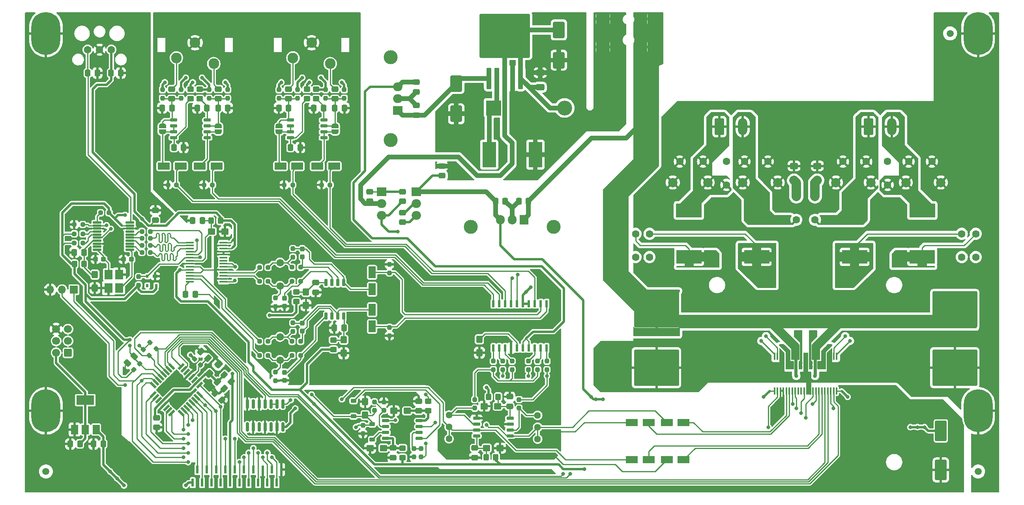
<source format=gbr>
%TF.GenerationSoftware,KiCad,Pcbnew,7.0.5-0*%
%TF.CreationDate,2024-02-04T17:51:19+01:00*%
%TF.ProjectId,AmplifierBoard,416d706c-6966-4696-9572-426f6172642e,rev?*%
%TF.SameCoordinates,Original*%
%TF.FileFunction,Copper,L1,Top*%
%TF.FilePolarity,Positive*%
%FSLAX46Y46*%
G04 Gerber Fmt 4.6, Leading zero omitted, Abs format (unit mm)*
G04 Created by KiCad (PCBNEW 7.0.5-0) date 2024-02-04 17:51:19*
%MOMM*%
%LPD*%
G01*
G04 APERTURE LIST*
G04 Aperture macros list*
%AMRoundRect*
0 Rectangle with rounded corners*
0 $1 Rounding radius*
0 $2 $3 $4 $5 $6 $7 $8 $9 X,Y pos of 4 corners*
0 Add a 4 corners polygon primitive as box body*
4,1,4,$2,$3,$4,$5,$6,$7,$8,$9,$2,$3,0*
0 Add four circle primitives for the rounded corners*
1,1,$1+$1,$2,$3*
1,1,$1+$1,$4,$5*
1,1,$1+$1,$6,$7*
1,1,$1+$1,$8,$9*
0 Add four rect primitives between the rounded corners*
20,1,$1+$1,$2,$3,$4,$5,0*
20,1,$1+$1,$4,$5,$6,$7,0*
20,1,$1+$1,$6,$7,$8,$9,0*
20,1,$1+$1,$8,$9,$2,$3,0*%
%AMRotRect*
0 Rectangle, with rotation*
0 The origin of the aperture is its center*
0 $1 length*
0 $2 width*
0 $3 Rotation angle, in degrees counterclockwise*
0 Add horizontal line*
21,1,$1,$2,0,0,$3*%
%AMFreePoly0*
4,1,19,0.500000,-0.750000,0.000000,-0.750000,0.000000,-0.744911,-0.071157,-0.744911,-0.207708,-0.704816,-0.327430,-0.627875,-0.420627,-0.520320,-0.479746,-0.390866,-0.500000,-0.250000,-0.500000,0.250000,-0.479746,0.390866,-0.420627,0.520320,-0.327430,0.627875,-0.207708,0.704816,-0.071157,0.744911,0.000000,0.744911,0.000000,0.750000,0.500000,0.750000,0.500000,-0.750000,0.500000,-0.750000,
$1*%
%AMFreePoly1*
4,1,19,0.000000,0.744911,0.071157,0.744911,0.207708,0.704816,0.327430,0.627875,0.420627,0.520320,0.479746,0.390866,0.500000,0.250000,0.500000,-0.250000,0.479746,-0.390866,0.420627,-0.520320,0.327430,-0.627875,0.207708,-0.704816,0.071157,-0.744911,0.000000,-0.744911,0.000000,-0.750000,-0.500000,-0.750000,-0.500000,0.750000,0.000000,0.750000,0.000000,0.744911,0.000000,0.744911,
$1*%
G04 Aperture macros list end*
%TA.AperFunction,ComponentPad*%
%ADD10C,2.000000*%
%TD*%
%TA.AperFunction,SMDPad,CuDef*%
%ADD11RoundRect,0.250000X0.537500X0.425000X-0.537500X0.425000X-0.537500X-0.425000X0.537500X-0.425000X0*%
%TD*%
%TA.AperFunction,ComponentPad*%
%ADD12C,2.286000*%
%TD*%
%TA.AperFunction,ComponentPad*%
%ADD13C,1.600000*%
%TD*%
%TA.AperFunction,SMDPad,CuDef*%
%ADD14RoundRect,0.250000X0.337500X0.475000X-0.337500X0.475000X-0.337500X-0.475000X0.337500X-0.475000X0*%
%TD*%
%TA.AperFunction,SMDPad,CuDef*%
%ADD15RoundRect,0.237500X-0.250000X-0.237500X0.250000X-0.237500X0.250000X0.237500X-0.250000X0.237500X0*%
%TD*%
%TA.AperFunction,SMDPad,CuDef*%
%ADD16R,1.500000X2.000000*%
%TD*%
%TA.AperFunction,SMDPad,CuDef*%
%ADD17R,3.800000X2.000000*%
%TD*%
%TA.AperFunction,SMDPad,CuDef*%
%ADD18RoundRect,0.250000X0.548008X0.088388X0.088388X0.548008X-0.548008X-0.088388X-0.088388X-0.548008X0*%
%TD*%
%TA.AperFunction,SMDPad,CuDef*%
%ADD19RoundRect,0.250000X-0.337500X-0.475000X0.337500X-0.475000X0.337500X0.475000X-0.337500X0.475000X0*%
%TD*%
%TA.AperFunction,SMDPad,CuDef*%
%ADD20RoundRect,0.250000X0.450000X-0.325000X0.450000X0.325000X-0.450000X0.325000X-0.450000X-0.325000X0*%
%TD*%
%TA.AperFunction,ComponentPad*%
%ADD21O,6.200000X9.200000*%
%TD*%
%TA.AperFunction,SMDPad,CuDef*%
%ADD22RoundRect,0.150000X-0.150000X0.825000X-0.150000X-0.825000X0.150000X-0.825000X0.150000X0.825000X0*%
%TD*%
%TA.AperFunction,SMDPad,CuDef*%
%ADD23RoundRect,0.250000X-0.574524X-0.097227X-0.097227X-0.574524X0.574524X0.097227X0.097227X0.574524X0*%
%TD*%
%TA.AperFunction,SMDPad,CuDef*%
%ADD24RoundRect,0.150000X0.650000X0.150000X-0.650000X0.150000X-0.650000X-0.150000X0.650000X-0.150000X0*%
%TD*%
%TA.AperFunction,SMDPad,CuDef*%
%ADD25RoundRect,0.250000X0.325000X0.450000X-0.325000X0.450000X-0.325000X-0.450000X0.325000X-0.450000X0*%
%TD*%
%TA.AperFunction,WasherPad*%
%ADD26C,3.000000*%
%TD*%
%TA.AperFunction,SMDPad,CuDef*%
%ADD27RoundRect,0.225000X-0.375000X0.225000X-0.375000X-0.225000X0.375000X-0.225000X0.375000X0.225000X0*%
%TD*%
%TA.AperFunction,SMDPad,CuDef*%
%ADD28RoundRect,0.250000X-0.475000X0.337500X-0.475000X-0.337500X0.475000X-0.337500X0.475000X0.337500X0*%
%TD*%
%TA.AperFunction,SMDPad,CuDef*%
%ADD29RoundRect,0.237500X0.300000X0.237500X-0.300000X0.237500X-0.300000X-0.237500X0.300000X-0.237500X0*%
%TD*%
%TA.AperFunction,SMDPad,CuDef*%
%ADD30RoundRect,0.237500X0.250000X0.237500X-0.250000X0.237500X-0.250000X-0.237500X0.250000X-0.237500X0*%
%TD*%
%TA.AperFunction,SMDPad,CuDef*%
%ADD31RoundRect,0.237500X-0.237500X0.250000X-0.237500X-0.250000X0.237500X-0.250000X0.237500X0.250000X0*%
%TD*%
%TA.AperFunction,SMDPad,CuDef*%
%ADD32R,5.400000X2.900000*%
%TD*%
%TA.AperFunction,SMDPad,CuDef*%
%ADD33RoundRect,0.237500X-0.344715X0.008839X0.008839X-0.344715X0.344715X-0.008839X-0.008839X0.344715X0*%
%TD*%
%TA.AperFunction,SMDPad,CuDef*%
%ADD34R,3.000000X2.000000*%
%TD*%
%TA.AperFunction,SMDPad,CuDef*%
%ADD35RoundRect,0.250000X-0.325000X-0.450000X0.325000X-0.450000X0.325000X0.450000X-0.325000X0.450000X0*%
%TD*%
%TA.AperFunction,SMDPad,CuDef*%
%ADD36RoundRect,0.250000X-1.050000X-0.550000X1.050000X-0.550000X1.050000X0.550000X-1.050000X0.550000X0*%
%TD*%
%TA.AperFunction,ComponentPad*%
%ADD37R,3.200000X3.200000*%
%TD*%
%TA.AperFunction,ComponentPad*%
%ADD38O,3.200000X3.200000*%
%TD*%
%TA.AperFunction,SMDPad,CuDef*%
%ADD39FreePoly0,270.000000*%
%TD*%
%TA.AperFunction,SMDPad,CuDef*%
%ADD40FreePoly1,270.000000*%
%TD*%
%TA.AperFunction,SMDPad,CuDef*%
%ADD41RoundRect,0.250000X-0.450000X0.325000X-0.450000X-0.325000X0.450000X-0.325000X0.450000X0.325000X0*%
%TD*%
%TA.AperFunction,SMDPad,CuDef*%
%ADD42RoundRect,0.250000X0.475000X-0.337500X0.475000X0.337500X-0.475000X0.337500X-0.475000X-0.337500X0*%
%TD*%
%TA.AperFunction,SMDPad,CuDef*%
%ADD43RoundRect,0.237500X0.344715X-0.008839X-0.008839X0.344715X-0.344715X0.008839X0.008839X-0.344715X0*%
%TD*%
%TA.AperFunction,SMDPad,CuDef*%
%ADD44RoundRect,0.237500X-0.237500X0.300000X-0.237500X-0.300000X0.237500X-0.300000X0.237500X0.300000X0*%
%TD*%
%TA.AperFunction,SMDPad,CuDef*%
%ADD45R,1.000000X0.700000*%
%TD*%
%TA.AperFunction,SMDPad,CuDef*%
%ADD46R,0.600000X0.700000*%
%TD*%
%TA.AperFunction,ComponentPad*%
%ADD47R,2.000000X1.905000*%
%TD*%
%TA.AperFunction,ComponentPad*%
%ADD48O,2.000000X1.905000*%
%TD*%
%TA.AperFunction,SMDPad,CuDef*%
%ADD49RoundRect,0.250000X0.097227X-0.574524X0.574524X-0.097227X-0.097227X0.574524X-0.574524X0.097227X0*%
%TD*%
%TA.AperFunction,ComponentPad*%
%ADD50C,1.440000*%
%TD*%
%TA.AperFunction,SMDPad,CuDef*%
%ADD51RoundRect,0.225000X0.375000X-0.225000X0.375000X0.225000X-0.375000X0.225000X-0.375000X-0.225000X0*%
%TD*%
%TA.AperFunction,SMDPad,CuDef*%
%ADD52R,1.750000X0.450000*%
%TD*%
%TA.AperFunction,SMDPad,CuDef*%
%ADD53C,1.500000*%
%TD*%
%TA.AperFunction,ComponentPad*%
%ADD54RoundRect,0.250000X-0.750000X-1.550000X0.750000X-1.550000X0.750000X1.550000X-0.750000X1.550000X0*%
%TD*%
%TA.AperFunction,ComponentPad*%
%ADD55O,2.000000X3.600000*%
%TD*%
%TA.AperFunction,SMDPad,CuDef*%
%ADD56R,1.800000X2.100000*%
%TD*%
%TA.AperFunction,SMDPad,CuDef*%
%ADD57RoundRect,0.125000X-0.825000X-0.125000X0.825000X-0.125000X0.825000X0.125000X-0.825000X0.125000X0*%
%TD*%
%TA.AperFunction,SMDPad,CuDef*%
%ADD58RoundRect,0.250000X-0.425000X0.537500X-0.425000X-0.537500X0.425000X-0.537500X0.425000X0.537500X0*%
%TD*%
%TA.AperFunction,SMDPad,CuDef*%
%ADD59RoundRect,0.237500X0.237500X-0.250000X0.237500X0.250000X-0.237500X0.250000X-0.237500X-0.250000X0*%
%TD*%
%TA.AperFunction,SMDPad,CuDef*%
%ADD60RoundRect,0.250000X0.425000X-0.537500X0.425000X0.537500X-0.425000X0.537500X-0.425000X-0.537500X0*%
%TD*%
%TA.AperFunction,SMDPad,CuDef*%
%ADD61RoundRect,0.250000X-0.625000X0.400000X-0.625000X-0.400000X0.625000X-0.400000X0.625000X0.400000X0*%
%TD*%
%TA.AperFunction,SMDPad,CuDef*%
%ADD62RoundRect,0.250000X-0.079550X-0.680590X0.680590X0.079550X0.079550X0.680590X-0.680590X-0.079550X0*%
%TD*%
%TA.AperFunction,SMDPad,CuDef*%
%ADD63RoundRect,0.250000X-0.548008X-0.088388X-0.088388X-0.548008X0.548008X0.088388X0.088388X0.548008X0*%
%TD*%
%TA.AperFunction,SMDPad,CuDef*%
%ADD64RoundRect,0.237500X0.008839X0.344715X-0.344715X-0.008839X-0.008839X-0.344715X0.344715X0.008839X0*%
%TD*%
%TA.AperFunction,SMDPad,CuDef*%
%ADD65RoundRect,0.250000X-0.537500X-0.425000X0.537500X-0.425000X0.537500X0.425000X-0.537500X0.425000X0*%
%TD*%
%TA.AperFunction,SMDPad,CuDef*%
%ADD66R,0.600000X1.500000*%
%TD*%
%TA.AperFunction,SMDPad,CuDef*%
%ADD67RoundRect,0.250000X0.550000X-1.050000X0.550000X1.050000X-0.550000X1.050000X-0.550000X-1.050000X0*%
%TD*%
%TA.AperFunction,ComponentPad*%
%ADD68R,1.905000X2.000000*%
%TD*%
%TA.AperFunction,ComponentPad*%
%ADD69O,1.905000X2.000000*%
%TD*%
%TA.AperFunction,ComponentPad*%
%ADD70R,1.700000X1.700000*%
%TD*%
%TA.AperFunction,ComponentPad*%
%ADD71O,1.700000X1.700000*%
%TD*%
%TA.AperFunction,SMDPad,CuDef*%
%ADD72RoundRect,0.249998X-4.550002X3.650002X-4.550002X-3.650002X4.550002X-3.650002X4.550002X3.650002X0*%
%TD*%
%TA.AperFunction,SMDPad,CuDef*%
%ADD73RoundRect,0.250000X-0.550000X1.050000X-0.550000X-1.050000X0.550000X-1.050000X0.550000X1.050000X0*%
%TD*%
%TA.AperFunction,SMDPad,CuDef*%
%ADD74RoundRect,0.250000X0.300000X-2.050000X0.300000X2.050000X-0.300000X2.050000X-0.300000X-2.050000X0*%
%TD*%
%TA.AperFunction,SMDPad,CuDef*%
%ADD75RoundRect,0.250000X2.375000X-2.025000X2.375000X2.025000X-2.375000X2.025000X-2.375000X-2.025000X0*%
%TD*%
%TA.AperFunction,SMDPad,CuDef*%
%ADD76RoundRect,0.250002X5.149998X-4.449998X5.149998X4.449998X-5.149998X4.449998X-5.149998X-4.449998X0*%
%TD*%
%TA.AperFunction,SMDPad,CuDef*%
%ADD77R,0.600000X1.800000*%
%TD*%
%TA.AperFunction,SMDPad,CuDef*%
%ADD78RoundRect,0.150000X-0.150000X0.650000X-0.150000X-0.650000X0.150000X-0.650000X0.150000X0.650000X0*%
%TD*%
%TA.AperFunction,SMDPad,CuDef*%
%ADD79RoundRect,0.250000X-1.000000X1.500000X-1.000000X-1.500000X1.000000X-1.500000X1.000000X1.500000X0*%
%TD*%
%TA.AperFunction,SMDPad,CuDef*%
%ADD80RoundRect,0.250000X-1.000000X1.950000X-1.000000X-1.950000X1.000000X-1.950000X1.000000X1.950000X0*%
%TD*%
%TA.AperFunction,ComponentPad*%
%ADD81RoundRect,0.250000X0.600000X0.600000X-0.600000X0.600000X-0.600000X-0.600000X0.600000X-0.600000X0*%
%TD*%
%TA.AperFunction,ComponentPad*%
%ADD82C,1.700000*%
%TD*%
%TA.AperFunction,SMDPad,CuDef*%
%ADD83R,2.900000X5.400000*%
%TD*%
%TA.AperFunction,SMDPad,CuDef*%
%ADD84RotRect,1.600000X0.550000X45.000000*%
%TD*%
%TA.AperFunction,SMDPad,CuDef*%
%ADD85RotRect,1.600000X0.550000X135.000000*%
%TD*%
%TA.AperFunction,SMDPad,CuDef*%
%ADD86RoundRect,0.250000X-0.650000X0.412500X-0.650000X-0.412500X0.650000X-0.412500X0.650000X0.412500X0*%
%TD*%
%TA.AperFunction,SMDPad,CuDef*%
%ADD87RoundRect,0.250000X1.000000X-1.500000X1.000000X1.500000X-1.000000X1.500000X-1.000000X-1.500000X0*%
%TD*%
%TA.AperFunction,SMDPad,CuDef*%
%ADD88RoundRect,0.100000X0.100000X-0.687500X0.100000X0.687500X-0.100000X0.687500X-0.100000X-0.687500X0*%
%TD*%
%TA.AperFunction,ViaPad*%
%ADD89C,0.800000*%
%TD*%
%TA.AperFunction,Conductor*%
%ADD90C,0.700000*%
%TD*%
%TA.AperFunction,Conductor*%
%ADD91C,1.000000*%
%TD*%
%TA.AperFunction,Conductor*%
%ADD92C,0.500000*%
%TD*%
%TA.AperFunction,Conductor*%
%ADD93C,0.250000*%
%TD*%
%TA.AperFunction,Conductor*%
%ADD94C,2.000000*%
%TD*%
G04 APERTURE END LIST*
D10*
%TO.P,C26,1*%
%TO.N,GND*%
X242000000Y-88000000D03*
%TO.P,C26,2*%
%TO.N,/PowerAmp/SPKB-*%
X234500000Y-88000000D03*
%TD*%
D11*
%TO.P,C83,1*%
%TO.N,Net-(U16C-V+)*%
X122437500Y-145000000D03*
%TO.P,C83,2*%
%TO.N,GNDD*%
X119562500Y-145000000D03*
%TD*%
D12*
%TO.P,J3,1,EXT*%
%TO.N,GNDA*%
X107000000Y-58000000D03*
%TO.P,J3,2,IN2*%
%TO.N,/AnalogBuffers/IN2*%
X103000000Y-61250000D03*
%TO.P,J3,3,IN1*%
%TO.N,/AnalogBuffers/IN1*%
X111000000Y-62500000D03*
%TD*%
D10*
%TO.P,C25,1*%
%TO.N,/PowerAmp/SPKB+*%
X227000000Y-88000000D03*
%TO.P,C25,2*%
%TO.N,GND*%
X219500000Y-88000000D03*
%TD*%
D13*
%TO.P,C29,1*%
%TO.N,/PowerAmp/SPKB+*%
X215000000Y-96000000D03*
%TO.P,C29,2*%
%TO.N,Net-(C29-Pad2)*%
X215000000Y-91000000D03*
%TD*%
D14*
%TO.P,C56,1*%
%TO.N,Net-(U7C-V+)*%
X113937500Y-119200000D03*
%TO.P,C56,2*%
%TO.N,GNDA*%
X111862500Y-119200000D03*
%TD*%
D15*
%TO.P,R28,1*%
%TO.N,+3V3*%
X56087500Y-99000000D03*
%TO.P,R28,2*%
%TO.N,Net-(U6-SDOUT{slash}GP2)*%
X57912500Y-99000000D03*
%TD*%
D16*
%TO.P,U10,1,GND*%
%TO.N,GNDD*%
X56162500Y-141000000D03*
%TO.P,U10,2,VO*%
%TO.N,+3V3*%
X58462500Y-141000000D03*
D17*
X58462500Y-134700000D03*
D16*
%TO.P,U10,3,VI*%
%TO.N,+5V*%
X60762500Y-141000000D03*
%TD*%
D18*
%TO.P,L16,1*%
%TO.N,+3V3*%
X89724784Y-130724784D03*
%TO.P,L16,2*%
%TO.N,Net-(U18-AVCC)*%
X88275216Y-129275216D03*
%TD*%
D19*
%TO.P,C66,1*%
%TO.N,Net-(U11C-V+)*%
X102462500Y-80500000D03*
%TO.P,C66,2*%
%TO.N,GNDA*%
X104537500Y-80500000D03*
%TD*%
D20*
%TO.P,L12,1*%
%TO.N,+5V*%
X126500000Y-147025000D03*
%TO.P,L12,2*%
%TO.N,Net-(U16C-V+)*%
X126500000Y-144975000D03*
%TD*%
D21*
%TO.P,H2,1,1*%
%TO.N,GND*%
X250000000Y-56000000D03*
%TD*%
D22*
%TO.P,U17,1*%
%TO.N,Net-(D2-K)*%
X100810000Y-135525000D03*
%TO.P,U17,2*%
%TO.N,Net-(U17-Pad2)*%
X99540000Y-135525000D03*
%TO.P,U17,3*%
X98270000Y-135525000D03*
%TO.P,U17,4*%
%TO.N,AUDIO_DETECT*%
X97000000Y-135525000D03*
%TO.P,U17,5*%
%TO.N,GNDD*%
X95730000Y-135525000D03*
%TO.P,U17,6*%
%TO.N,unconnected-(U17-Pad6)*%
X94460000Y-135525000D03*
%TO.P,U17,7,GND*%
%TO.N,GNDD*%
X93190000Y-135525000D03*
%TO.P,U17,8*%
%TO.N,unconnected-(U17-Pad8)*%
X93190000Y-140475000D03*
%TO.P,U17,9*%
%TO.N,GNDD*%
X94460000Y-140475000D03*
%TO.P,U17,10*%
%TO.N,unconnected-(U17-Pad10)*%
X95730000Y-140475000D03*
%TO.P,U17,11*%
%TO.N,GNDD*%
X97000000Y-140475000D03*
%TO.P,U17,12*%
%TO.N,unconnected-(U17-Pad12)*%
X98270000Y-140475000D03*
%TO.P,U17,13*%
%TO.N,GNDD*%
X99540000Y-140475000D03*
%TO.P,U17,14,VCC*%
%TO.N,+5V*%
X100810000Y-140475000D03*
%TD*%
D23*
%TO.P,C89,1*%
%TO.N,Net-(U18-AVCC)*%
X86766377Y-130766377D03*
%TO.P,C89,2*%
%TO.N,/MCU/MCUGND*%
X88233623Y-132233623D03*
%TD*%
D15*
%TO.P,R26,1*%
%TO.N,+3V3*%
X56087500Y-101000000D03*
%TO.P,R26,2*%
%TO.N,Net-(U6-CSB{slash}GP1)*%
X57912500Y-101000000D03*
%TD*%
D24*
%TO.P,U11,1*%
%TO.N,Net-(JP2-B)*%
X109637500Y-78405000D03*
%TO.P,U11,2,-*%
X109637500Y-77135000D03*
%TO.P,U11,3,+*%
%TO.N,Net-(JP2-A)*%
X109637500Y-75865000D03*
%TO.P,U11,4,V-*%
%TO.N,Net-(U11C-V-)*%
X109637500Y-74595000D03*
%TO.P,U11,5,+*%
%TO.N,Net-(JP3-A)*%
X102437500Y-74595000D03*
%TO.P,U11,6,-*%
%TO.N,Net-(JP3-B)*%
X102437500Y-75865000D03*
%TO.P,U11,7*%
X102437500Y-77135000D03*
%TO.P,U11,8,V+*%
%TO.N,Net-(U11C-V+)*%
X102437500Y-78405000D03*
%TD*%
D25*
%TO.P,L14,1*%
%TO.N,+5V*%
X146525000Y-147000000D03*
%TO.P,L14,2*%
%TO.N,Net-(U15C-V+)*%
X144475000Y-147000000D03*
%TD*%
D26*
%TO.P,HS5,*%
%TO.N,*%
X124000000Y-61110000D03*
X124000000Y-78890000D03*
%TD*%
D13*
%TO.P,C27,1*%
%TO.N,/PowerAmp/SPKB+*%
X226000000Y-83500000D03*
%TO.P,C27,2*%
%TO.N,GND*%
X221000000Y-83500000D03*
%TD*%
D27*
%TO.P,D3,1,K*%
%TO.N,Net-(D2-K)*%
X120000000Y-139850000D03*
%TO.P,D3,2,A*%
%TO.N,Net-(D3-A)*%
X120000000Y-143150000D03*
%TD*%
D28*
%TO.P,C60,1*%
%TO.N,GND*%
X119500000Y-89962500D03*
%TO.P,C60,2*%
%TO.N,-12V*%
X119500000Y-92037500D03*
%TD*%
D29*
%TO.P,C54,1*%
%TO.N,Net-(U6-XOP)*%
X62362500Y-104500000D03*
%TO.P,C54,2*%
%TO.N,GNDD*%
X60637500Y-104500000D03*
%TD*%
D30*
%TO.P,R9,1*%
%TO.N,Net-(C41-Pad1)*%
X97637500Y-106200000D03*
%TO.P,R9,2*%
%TO.N,Net-(U5-VOUTL-)*%
X95812500Y-106200000D03*
%TD*%
D31*
%TO.P,R46,1*%
%TO.N,Net-(U16B--)*%
X120500000Y-135087500D03*
%TO.P,R46,2*%
%TO.N,Net-(D2-K)*%
X120500000Y-136912500D03*
%TD*%
D19*
%TO.P,C35,1*%
%TO.N,+12V*%
X146462500Y-92000000D03*
%TO.P,C35,2*%
%TO.N,GND*%
X148537500Y-92000000D03*
%TD*%
D20*
%TO.P,L8,1*%
%TO.N,+5V*%
X111700000Y-123825000D03*
%TO.P,L8,2*%
%TO.N,Net-(U7C-V+)*%
X111700000Y-121775000D03*
%TD*%
D32*
%TO.P,L4,1,1*%
%TO.N,Net-(C24-Pad1)*%
X238000000Y-103950000D03*
%TO.P,L4,2,2*%
%TO.N,/PowerAmp/SPKB-*%
X238000000Y-94050000D03*
%TD*%
D28*
%TO.P,C58,1*%
%TO.N,Net-(U7C-V-)*%
X107900000Y-109462500D03*
%TO.P,C58,2*%
%TO.N,GNDA*%
X107900000Y-111537500D03*
%TD*%
D19*
%TO.P,C44,1*%
%TO.N,Net-(U5-VCOM)*%
X79962500Y-112000000D03*
%TO.P,C44,2*%
%TO.N,GNDA*%
X82037500Y-112000000D03*
%TD*%
D33*
%TO.P,R1,1*%
%TO.N,+3V3*%
X72354765Y-122354765D03*
%TO.P,R1,2*%
%TO.N,SCL*%
X73645235Y-123645235D03*
%TD*%
D30*
%TO.P,R23,1*%
%TO.N,Net-(U5-DATA)*%
X72412500Y-103000000D03*
%TO.P,R23,2*%
%TO.N,Net-(U6-DOUT)*%
X70587500Y-103000000D03*
%TD*%
D34*
%TO.P,J1,1*%
%TO.N,VDC*%
X180500000Y-52900000D03*
X180500000Y-58900000D03*
%TO.P,J1,2*%
%TO.N,GND*%
X169500000Y-58900000D03*
%TO.P,J1,3*%
X169500000Y-52900000D03*
%TD*%
D30*
%TO.P,R40,1*%
%TO.N,/AnalogBuffers/OUT2*%
X102950000Y-88500000D03*
%TO.P,R40,2*%
%TO.N,GNDA*%
X101125000Y-88500000D03*
%TD*%
D19*
%TO.P,C55,1*%
%TO.N,+3V3*%
X63962500Y-64500000D03*
%TO.P,C55,2*%
%TO.N,GNDD*%
X66037500Y-64500000D03*
%TD*%
D35*
%TO.P,L9,1*%
%TO.N,+3V3*%
X56112500Y-105500000D03*
%TO.P,L9,2*%
%TO.N,Net-(U6-PVDD)*%
X58162500Y-105500000D03*
%TD*%
D36*
%TO.P,C31,1*%
%TO.N,MIX_A*%
X183200000Y-139500000D03*
%TO.P,C31,2*%
%TO.N,Net-(U1A-INPUT_A)*%
X186800000Y-139500000D03*
%TD*%
D37*
%TO.P,D1,1,K*%
%TO.N,Net-(D1-K)*%
X146050000Y-72000000D03*
D38*
%TO.P,D1,2,A*%
%TO.N,-12V*%
X161290000Y-72000000D03*
%TD*%
D39*
%TO.P,JP3,1,A*%
%TO.N,Net-(JP3-A)*%
X100037500Y-75850000D03*
D40*
%TO.P,JP3,2,B*%
%TO.N,Net-(JP3-B)*%
X100037500Y-77150000D03*
%TD*%
D13*
%TO.P,C20,1*%
%TO.N,GND*%
X204900000Y-83500000D03*
%TO.P,C20,2*%
%TO.N,/PowerAmp/SPKA-*%
X199900000Y-83500000D03*
%TD*%
D20*
%TO.P,L13,1*%
%TO.N,Net-(U16C-V-)*%
X132000000Y-137000000D03*
%TO.P,L13,2*%
%TO.N,-5V*%
X132000000Y-134950000D03*
%TD*%
D30*
%TO.P,R22,1*%
%TO.N,Net-(U5-BCK)*%
X72412500Y-101500000D03*
%TO.P,R22,2*%
%TO.N,Net-(U6-BCLK)*%
X70587500Y-101500000D03*
%TD*%
D28*
%TO.P,C80,1*%
%TO.N,Net-(U16C-V+)*%
X124500000Y-144962500D03*
%TO.P,C80,2*%
%TO.N,GNDD*%
X124500000Y-147037500D03*
%TD*%
D41*
%TO.P,L7,1*%
%TO.N,Net-(U7C-V-)*%
X103700000Y-111475000D03*
%TO.P,L7,2*%
%TO.N,-5V*%
X103700000Y-113525000D03*
%TD*%
D28*
%TO.P,C88,1*%
%TO.N,Net-(U18-AVCC)*%
X73750000Y-138462500D03*
%TO.P,C88,2*%
%TO.N,/MCU/MCUGND*%
X73750000Y-140537500D03*
%TD*%
D21*
%TO.P,H1,1,1*%
%TO.N,GNDD*%
X50000000Y-56000000D03*
%TD*%
D13*
%TO.P,C24,1*%
%TO.N,Net-(C24-Pad1)*%
X249500000Y-99000000D03*
%TO.P,C24,2*%
%TO.N,Net-(U1B-BST_D)*%
X249500000Y-104000000D03*
%TD*%
D31*
%TO.P,R49,1*%
%TO.N,Net-(U12-OUT3)*%
X153500000Y-126337500D03*
%TO.P,R49,2*%
%TO.N,Net-(R47-Pad2)*%
X153500000Y-128162500D03*
%TD*%
D42*
%TO.P,C85,1*%
%TO.N,Net-(U15C-V-)*%
X149500000Y-136037500D03*
%TO.P,C85,2*%
%TO.N,GNDA*%
X149500000Y-133962500D03*
%TD*%
D13*
%TO.P,J2,1,Data*%
%TO.N,/TosLink DAC/RX*%
X58960000Y-59500000D03*
%TO.P,J2,2,GND*%
%TO.N,GNDD*%
X61500000Y-59500000D03*
%TO.P,J2,3,VCC*%
%TO.N,+3V3*%
X64040000Y-59500000D03*
%TD*%
D31*
%TO.P,R53,1*%
%TO.N,Net-(R47-Pad2)*%
X151500000Y-134587500D03*
%TO.P,R53,2*%
%TO.N,Net-(U15A--)*%
X151500000Y-136412500D03*
%TD*%
D25*
%TO.P,L15,1*%
%TO.N,Net-(U15C-V-)*%
X147025000Y-134000000D03*
%TO.P,L15,2*%
%TO.N,-5V*%
X144975000Y-134000000D03*
%TD*%
D43*
%TO.P,R56,1*%
%TO.N,Net-(U18-AREF)*%
X83145235Y-127145235D03*
%TO.P,R56,2*%
%TO.N,+3V3*%
X81854765Y-125854765D03*
%TD*%
D30*
%TO.P,R21,1*%
%TO.N,Net-(U5-LRCK)*%
X72412500Y-100000000D03*
%TO.P,R21,2*%
%TO.N,Net-(U6-LRCK)*%
X70587500Y-100000000D03*
%TD*%
D15*
%TO.P,R29,1*%
%TO.N,GNDD*%
X56087500Y-97000000D03*
%TO.P,R29,2*%
%TO.N,/TosLink DAC/ERR*%
X57912500Y-97000000D03*
%TD*%
D41*
%TO.P,L10,1*%
%TO.N,+5V*%
X106000000Y-67975000D03*
%TO.P,L10,2*%
%TO.N,Net-(U11C-V+)*%
X106000000Y-70025000D03*
%TD*%
D19*
%TO.P,C97,1*%
%TO.N,/TosLink DAC/RX*%
X58962500Y-64500000D03*
%TO.P,C97,2*%
%TO.N,GNDD*%
X61037500Y-64500000D03*
%TD*%
D12*
%TO.P,J4,1,EXT*%
%TO.N,GNDA*%
X82000000Y-58000000D03*
%TO.P,J4,2,IN2*%
%TO.N,/AnalogBuffers/IN4*%
X78000000Y-61250000D03*
%TO.P,J4,3,IN1*%
%TO.N,/AnalogBuffers/IN3*%
X86000000Y-62500000D03*
%TD*%
D44*
%TO.P,C46,1*%
%TO.N,Net-(C100-Pad1)*%
X105000000Y-118175000D03*
%TO.P,C46,2*%
%TO.N,Net-(U7B--)*%
X105000000Y-119900000D03*
%TD*%
D42*
%TO.P,C81,1*%
%TO.N,Net-(U16C-V-)*%
X130000000Y-137012500D03*
%TO.P,C81,2*%
%TO.N,GNDD*%
X130000000Y-134937500D03*
%TD*%
D45*
%TO.P,U8,1,GND*%
%TO.N,GNDD*%
X73450000Y-108100000D03*
D46*
%TO.P,U8,2,~{RESET}*%
%TO.N,/TosLink DAC/~{RST}*%
X71750000Y-108100000D03*
%TO.P,U8,3,~{MR}*%
%TO.N,unconnected-(U8-~{MR}-Pad3)*%
X71750000Y-110100000D03*
%TO.P,U8,4,VCC*%
%TO.N,+3V3*%
X73650000Y-110100000D03*
%TD*%
D28*
%TO.P,C73,1*%
%TO.N,/AnalogBuffers/IN4*%
X77000000Y-67962500D03*
%TO.P,C73,2*%
%TO.N,Net-(JP5-A)*%
X77000000Y-70037500D03*
%TD*%
D13*
%TO.P,C19,1*%
%TO.N,/PowerAmp/SPKA+*%
X191000000Y-83500000D03*
%TO.P,C19,2*%
%TO.N,GND*%
X186000000Y-83500000D03*
%TD*%
D31*
%TO.P,R54,1*%
%TO.N,Net-(R48-Pad2)*%
X142000000Y-134587500D03*
%TO.P,R54,2*%
%TO.N,Net-(U15B--)*%
X142000000Y-136412500D03*
%TD*%
D47*
%TO.P,U14,1,IN*%
%TO.N,VDC*%
X125500000Y-72540000D03*
D48*
%TO.P,U14,2,GND*%
%TO.N,GND*%
X125500000Y-70000000D03*
%TO.P,U14,3,OUT*%
%TO.N,+9V*%
X125500000Y-67460000D03*
%TD*%
D42*
%TO.P,C38,1*%
%TO.N,+5V*%
X126500000Y-96537500D03*
%TO.P,C38,2*%
%TO.N,GND*%
X126500000Y-94462500D03*
%TD*%
D30*
%TO.P,R20,1*%
%TO.N,Net-(U7B-+)*%
X104637500Y-125100000D03*
%TO.P,R20,2*%
%TO.N,Net-(C45-Pad2)*%
X102812500Y-125100000D03*
%TD*%
D36*
%TO.P,C32,1*%
%TO.N,GNDA*%
X175700000Y-139500000D03*
%TO.P,C32,2*%
%TO.N,Net-(U1A-INPUT_B)*%
X179300000Y-139500000D03*
%TD*%
D31*
%TO.P,R48,1*%
%TO.N,Net-(U12-OUT2)*%
X155500000Y-126337500D03*
%TO.P,R48,2*%
%TO.N,Net-(R48-Pad2)*%
X155500000Y-128162500D03*
%TD*%
%TO.P,R43,1*%
%TO.N,Net-(U16A--)*%
X130500000Y-145087500D03*
%TO.P,R43,2*%
%TO.N,Net-(D2-K)*%
X130500000Y-146912500D03*
%TD*%
D49*
%TO.P,C91,1*%
%TO.N,/MCU/MCUGND*%
X67500000Y-126733623D03*
%TO.P,C91,2*%
%TO.N,/MCU/~{RESET}*%
X68967246Y-125266377D03*
%TD*%
D19*
%TO.P,C68,1*%
%TO.N,Net-(U13C-V+)*%
X77462500Y-80500000D03*
%TO.P,C68,2*%
%TO.N,GNDA*%
X79537500Y-80500000D03*
%TD*%
D50*
%TO.P,RV2,1,1*%
%TO.N,MIX_B*%
X136500000Y-143000000D03*
%TO.P,RV2,2,2*%
X136500000Y-140460000D03*
%TO.P,RV2,3,3*%
%TO.N,Net-(U15B--)*%
X136500000Y-137920000D03*
%TD*%
D13*
%TO.P,C22,1*%
%TO.N,/PowerAmp/SPKA+*%
X196000000Y-88500000D03*
%TO.P,C22,2*%
%TO.N,Net-(C22-Pad2)*%
X196000000Y-83500000D03*
%TD*%
D51*
%TO.P,D2,1,K*%
%TO.N,Net-(D2-K)*%
X116000000Y-138150000D03*
%TO.P,D2,2,A*%
%TO.N,Net-(D2-A)*%
X116000000Y-134850000D03*
%TD*%
D52*
%TO.P,U5,1,LRCK*%
%TO.N,Net-(U5-LRCK)*%
X80900000Y-100875000D03*
%TO.P,U5,2,BCK*%
%TO.N,Net-(U5-BCK)*%
X80900000Y-101525000D03*
%TO.P,U5,3,DATA*%
%TO.N,Net-(U5-DATA)*%
X80900000Y-102175000D03*
%TO.P,U5,4,MUTE*%
%TO.N,/TosLink DAC/ERR*%
X80900000Y-102825000D03*
%TO.P,U5,5,SCK*%
%TO.N,Net-(U5-SCK)*%
X80900000Y-103475000D03*
%TO.P,U5,6,~{RST}*%
%TO.N,/TosLink DAC/~{RST}*%
X80900000Y-104125000D03*
%TO.P,U5,7,VDD*%
%TO.N,Net-(U5-VDD)*%
X80900000Y-104775000D03*
%TO.P,U5,8,DGND*%
%TO.N,GNDD*%
X80900000Y-105425000D03*
%TO.P,U5,9,AGNDF*%
%TO.N,GNDA*%
X80900000Y-106075000D03*
%TO.P,U5,10,VCCR*%
%TO.N,+5V*%
X80900000Y-106725000D03*
%TO.P,U5,11,AGNDR*%
%TO.N,GNDA*%
X80900000Y-107375000D03*
%TO.P,U5,12,VOUTR-*%
%TO.N,Net-(U5-VOUTR-)*%
X80900000Y-108025000D03*
%TO.P,U5,13,VOUTR+*%
%TO.N,Net-(U5-VOUTR+)*%
X80900000Y-108675000D03*
%TO.P,U5,14,VCOM*%
%TO.N,Net-(U5-VCOM)*%
X80900000Y-109325000D03*
%TO.P,U5,15,VCCC*%
%TO.N,+5V*%
X88100000Y-109325000D03*
%TO.P,U5,16,AGNDC*%
%TO.N,GNDA*%
X88100000Y-108675000D03*
%TO.P,U5,17,VOUTL+*%
%TO.N,Net-(U5-VOUTL+)*%
X88100000Y-108025000D03*
%TO.P,U5,18,VOUTL-*%
%TO.N,Net-(U5-VOUTL-)*%
X88100000Y-107375000D03*
%TO.P,U5,19,AGNDL*%
%TO.N,GNDA*%
X88100000Y-106725000D03*
%TO.P,U5,20,VCCL*%
%TO.N,+5V*%
X88100000Y-106075000D03*
%TO.P,U5,21,VCCF*%
X88100000Y-105425000D03*
%TO.P,U5,22,ZEROR*%
%TO.N,unconnected-(U5-ZEROR-Pad22)*%
X88100000Y-104775000D03*
%TO.P,U5,23,ZEROL*%
%TO.N,unconnected-(U5-ZEROL-Pad23)*%
X88100000Y-104125000D03*
%TO.P,U5,24,DEMP0*%
%TO.N,GNDA*%
X88100000Y-103475000D03*
%TO.P,U5,25,DEMP1*%
X88100000Y-102825000D03*
%TO.P,U5,26,FMT0*%
%TO.N,+3V3*%
X88100000Y-102175000D03*
%TO.P,U5,27,FMT1*%
%TO.N,GNDA*%
X88100000Y-101525000D03*
%TO.P,U5,28,FMT2*%
%TO.N,+3V3*%
X88100000Y-100875000D03*
%TD*%
D44*
%TO.P,C43,1*%
%TO.N,Net-(C43-Pad1)*%
X105000000Y-102237500D03*
%TO.P,C43,2*%
%TO.N,Net-(U7A--)*%
X105000000Y-103962500D03*
%TD*%
D21*
%TO.P,H4,1,1*%
%TO.N,GND*%
X250000000Y-137000000D03*
%TD*%
D14*
%TO.P,C49,1*%
%TO.N,Net-(U5-VDD)*%
X83537500Y-96200000D03*
%TO.P,C49,2*%
%TO.N,GNDA*%
X81462500Y-96200000D03*
%TD*%
D25*
%TO.P,L6,1*%
%TO.N,+3V3*%
X87450000Y-96200000D03*
%TO.P,L6,2*%
%TO.N,Net-(U5-VDD)*%
X85400000Y-96200000D03*
%TD*%
D53*
%TO.P,FID3,*%
%TO.N,*%
X244000000Y-56000000D03*
%TD*%
D54*
%TO.P,J5,1,Pin_1*%
%TO.N,/PowerAmp/SPKA+*%
X194500000Y-76000000D03*
D55*
%TO.P,J5,2,Pin_2*%
%TO.N,/PowerAmp/SPKA-*%
X199500000Y-76000000D03*
%TD*%
D56*
%TO.P,Y1,1,1*%
%TO.N,Net-(U6-XIN)*%
X65750000Y-110650000D03*
%TO.P,Y1,2,2*%
%TO.N,GNDD*%
X65750000Y-107750000D03*
%TO.P,Y1,3,3*%
%TO.N,Net-(U6-XOP)*%
X63450000Y-107750000D03*
%TO.P,Y1,4,4*%
%TO.N,GNDD*%
X63450000Y-110650000D03*
%TD*%
D30*
%TO.P,R39,1*%
%TO.N,/AnalogBuffers/OUT3*%
X85712500Y-88500000D03*
%TO.P,R39,2*%
%TO.N,GNDA*%
X83887500Y-88500000D03*
%TD*%
D57*
%TO.P,U6,1,SCLK*%
%TO.N,Net-(U6-SCLK)*%
X61000000Y-96575000D03*
%TO.P,U6,2,GP0/SWIFM*%
%TO.N,/TosLink DAC/ERR*%
X61000000Y-97225000D03*
%TO.P,U6,3,SDIN/HWM*%
%TO.N,GNDD*%
X61000000Y-97875000D03*
%TO.P,U6,4,SDOUT/GP2*%
%TO.N,Net-(U6-SDOUT{slash}GP2)*%
X61000000Y-98525000D03*
%TO.P,U6,5,CSB/GP1*%
%TO.N,Net-(U6-CSB{slash}GP1)*%
X61000000Y-99175000D03*
%TO.P,U6,6,RESETB*%
%TO.N,/TosLink DAC/~{RST}*%
X61000000Y-99825000D03*
%TO.P,U6,7,PVDD*%
%TO.N,Net-(U6-PVDD)*%
X61000000Y-100475000D03*
%TO.P,U6,8,PGND*%
%TO.N,GNDD*%
X61000000Y-101125000D03*
%TO.P,U6,9,CLKOUT*%
%TO.N,unconnected-(U6-CLKOUT-Pad9)*%
X61000000Y-101775000D03*
%TO.P,U6,10,XOP*%
%TO.N,Net-(U6-XOP)*%
X61000000Y-102425000D03*
%TO.P,U6,11,XIN*%
%TO.N,Net-(U6-XIN)*%
X68000000Y-102425000D03*
%TO.P,U6,12,DOUT*%
%TO.N,Net-(U6-DOUT)*%
X68000000Y-101775000D03*
%TO.P,U6,13,DIN*%
%TO.N,unconnected-(U6-DIN-Pad13)*%
X68000000Y-101125000D03*
%TO.P,U6,14,BCLK*%
%TO.N,Net-(U6-BCLK)*%
X68000000Y-100475000D03*
%TO.P,U6,15,LRCK*%
%TO.N,Net-(U6-LRCK)*%
X68000000Y-99825000D03*
%TO.P,U6,16,MCLK*%
%TO.N,Net-(U6-MCLK)*%
X68000000Y-99175000D03*
%TO.P,U6,17,TX0*%
%TO.N,unconnected-(U6-TX0-Pad17)*%
X68000000Y-98525000D03*
%TO.P,U6,18,DGND*%
%TO.N,GNDD*%
X68000000Y-97875000D03*
%TO.P,U6,19,DVDD*%
%TO.N,+3V3*%
X68000000Y-97225000D03*
%TO.P,U6,20,RX0*%
%TO.N,/TosLink DAC/RX*%
X68000000Y-96575000D03*
%TD*%
D58*
%TO.P,C76,1*%
%TO.N,Net-(U12-REF)*%
X143000000Y-121662500D03*
%TO.P,C76,2*%
%TO.N,GNDA*%
X143000000Y-124537500D03*
%TD*%
D28*
%TO.P,C84,1*%
%TO.N,Net-(U15C-V+)*%
X142000000Y-144962500D03*
%TO.P,C84,2*%
%TO.N,GNDA*%
X142000000Y-147037500D03*
%TD*%
D59*
%TO.P,R31,1*%
%TO.N,Net-(JP2-A)*%
X110000000Y-69912500D03*
%TO.P,R31,2*%
%TO.N,-5V*%
X110000000Y-68087500D03*
%TD*%
D60*
%TO.P,C59,1*%
%TO.N,GNDA*%
X105800000Y-114337500D03*
%TO.P,C59,2*%
%TO.N,Net-(U7C-V-)*%
X105800000Y-111462500D03*
%TD*%
D31*
%TO.P,R34,1*%
%TO.N,+5V*%
X89000000Y-68087500D03*
%TO.P,R34,2*%
%TO.N,Net-(JP4-A)*%
X89000000Y-69912500D03*
%TD*%
D50*
%TO.P,RV1,1,1*%
%TO.N,MIX_A*%
X155500000Y-143040000D03*
%TO.P,RV1,2,2*%
X155500000Y-140500000D03*
%TO.P,RV1,3,3*%
%TO.N,Net-(U15A--)*%
X155500000Y-137960000D03*
%TD*%
D58*
%TO.P,C57,1*%
%TO.N,Net-(U7C-V+)*%
X113900000Y-121762500D03*
%TO.P,C57,2*%
%TO.N,GNDA*%
X113900000Y-124637500D03*
%TD*%
D31*
%TO.P,R45,1*%
%TO.N,GNDD*%
X122500000Y-135087500D03*
%TO.P,R45,2*%
%TO.N,Net-(U16B--)*%
X122500000Y-136912500D03*
%TD*%
D13*
%TO.P,C15,1*%
%TO.N,Net-(C15-Pad1)*%
X176500000Y-99000000D03*
%TO.P,C15,2*%
%TO.N,Net-(U1A-BST_A)*%
X176500000Y-104000000D03*
%TD*%
D61*
%TO.P,R5,1*%
%TO.N,GND*%
X215500000Y-84450000D03*
%TO.P,R5,2*%
%TO.N,Net-(C29-Pad2)*%
X215500000Y-87550000D03*
%TD*%
D62*
%TO.P,C90,1*%
%TO.N,Net-(U18-AVCC)*%
X84983534Y-129016466D03*
%TO.P,C90,2*%
%TO.N,/MCU/MCUGND*%
X87016466Y-126983534D03*
%TD*%
D53*
%TO.P,FID1,*%
%TO.N,*%
X50000000Y-150000000D03*
%TD*%
D63*
%TO.P,L18,1*%
%TO.N,/MCU/MCUGND*%
X86275216Y-133275216D03*
%TO.P,L18,2*%
%TO.N,GNDD*%
X87724784Y-134724784D03*
%TD*%
D36*
%TO.P,C75,1*%
%TO.N,Net-(JP5-B)*%
X75287500Y-84500000D03*
%TO.P,C75,2*%
%TO.N,/AnalogBuffers/OUT4*%
X78887500Y-84500000D03*
%TD*%
D39*
%TO.P,JP2,1,A*%
%TO.N,Net-(JP2-A)*%
X112037500Y-75850000D03*
D40*
%TO.P,JP2,2,B*%
%TO.N,Net-(JP2-B)*%
X112037500Y-77150000D03*
%TD*%
D59*
%TO.P,R35,1*%
%TO.N,Net-(JP4-A)*%
X85000000Y-69912500D03*
%TO.P,R35,2*%
%TO.N,-5V*%
X85000000Y-68087500D03*
%TD*%
D64*
%TO.P,R55,1*%
%TO.N,/MCU/~{RESET}*%
X70145235Y-126854765D03*
%TO.P,R55,2*%
%TO.N,+3V3*%
X68854765Y-128145235D03*
%TD*%
D13*
%TO.P,C21,1*%
%TO.N,Net-(C21-Pad1)*%
X211000000Y-91000000D03*
%TO.P,C21,2*%
%TO.N,/PowerAmp/SPKA-*%
X211000000Y-96000000D03*
%TD*%
D14*
%TO.P,C63,1*%
%TO.N,+3V3*%
X57300000Y-144100000D03*
%TO.P,C63,2*%
%TO.N,GNDD*%
X55225000Y-144100000D03*
%TD*%
D47*
%TO.P,U3,1,IN*%
%TO.N,+12V*%
X129500000Y-90000000D03*
D48*
%TO.P,U3,2,GND*%
%TO.N,GND*%
X129500000Y-92540000D03*
%TO.P,U3,3,OUT*%
%TO.N,+5V*%
X129500000Y-95080000D03*
%TD*%
D65*
%TO.P,C86,1*%
%TO.N,GNDA*%
X144062500Y-136000000D03*
%TO.P,C86,2*%
%TO.N,Net-(U15C-V-)*%
X146937500Y-136000000D03*
%TD*%
D66*
%TO.P,U12,1,IN1*%
%TO.N,/TosLink DAC/ROUT*%
X157435000Y-114000000D03*
%TO.P,U12,2,IN2*%
%TO.N,/TosLink DAC/LOUT*%
X156165000Y-114000000D03*
%TO.P,U12,3,IN3*%
%TO.N,/AnalogBuffers/OUT1*%
X154895000Y-114000000D03*
%TO.P,U12,4,CODE2*%
%TO.N,GNDD*%
X153625000Y-114000000D03*
%TO.P,U12,5,DGND*%
X152355000Y-114000000D03*
%TO.P,U12,6,SCL*%
%TO.N,SCL*%
X151085000Y-114000000D03*
%TO.P,U12,7,SDA*%
%TO.N,SDA*%
X149815000Y-114000000D03*
%TO.P,U12,8,IN4*%
%TO.N,/AnalogBuffers/OUT2*%
X148545000Y-114000000D03*
%TO.P,U12,9,IN5*%
%TO.N,/AnalogBuffers/OUT3*%
X147275000Y-114000000D03*
%TO.P,U12,10,IN6*%
%TO.N,/AnalogBuffers/OUT4*%
X146005000Y-114000000D03*
%TO.P,U12,11,OUT6*%
%TO.N,Net-(U12-OUT6)*%
X146005000Y-123500000D03*
%TO.P,U12,12,OUT5*%
%TO.N,Net-(U12-OUT5)*%
X147275000Y-123500000D03*
%TO.P,U12,13,OUT4*%
%TO.N,Net-(U12-OUT4)*%
X148545000Y-123500000D03*
%TO.P,U12,14,AGND*%
%TO.N,GNDA*%
X149815000Y-123500000D03*
%TO.P,U12,15,REF*%
%TO.N,Net-(U12-REF)*%
X151085000Y-123500000D03*
%TO.P,U12,16,VCC*%
%TO.N,+9V*%
X152355000Y-123500000D03*
%TO.P,U12,17,CODE1*%
X153625000Y-123500000D03*
%TO.P,U12,18,OUT3*%
%TO.N,Net-(U12-OUT3)*%
X154895000Y-123500000D03*
%TO.P,U12,19,OUT2*%
%TO.N,Net-(U12-OUT2)*%
X156165000Y-123500000D03*
%TO.P,U12,20,OUT1*%
%TO.N,Net-(U12-OUT1)*%
X157435000Y-123500000D03*
%TD*%
D31*
%TO.P,R30,1*%
%TO.N,+5V*%
X114000000Y-68087500D03*
%TO.P,R30,2*%
%TO.N,Net-(JP2-A)*%
X114000000Y-69912500D03*
%TD*%
D67*
%TO.P,C99,1*%
%TO.N,Net-(C43-Pad1)*%
X120000000Y-110887500D03*
%TO.P,C99,2*%
%TO.N,/TosLink DAC/LOUT*%
X120000000Y-107287500D03*
%TD*%
D61*
%TO.P,R4,1*%
%TO.N,GND*%
X210500000Y-84450000D03*
%TO.P,R4,2*%
%TO.N,Net-(C21-Pad1)*%
X210500000Y-87550000D03*
%TD*%
D39*
%TO.P,JP5,1,A*%
%TO.N,Net-(JP5-A)*%
X75000000Y-75850000D03*
D40*
%TO.P,JP5,2,B*%
%TO.N,Net-(JP5-B)*%
X75000000Y-77150000D03*
%TD*%
D31*
%TO.P,R17,1*%
%TO.N,Net-(C100-Pad1)*%
X103000000Y-118125000D03*
%TO.P,R17,2*%
%TO.N,Net-(C45-Pad1)*%
X103000000Y-119950000D03*
%TD*%
%TO.P,R52,1*%
%TO.N,Net-(U12-OUT6)*%
X146000000Y-126337500D03*
%TO.P,R52,2*%
%TO.N,Net-(R48-Pad2)*%
X146000000Y-128162500D03*
%TD*%
D32*
%TO.P,L2,1,1*%
%TO.N,Net-(U1A-OUT_B)*%
X202500000Y-103950000D03*
%TO.P,L2,2,2*%
%TO.N,/PowerAmp/SPKA-*%
X202500000Y-94050000D03*
%TD*%
D31*
%TO.P,R13,1*%
%TO.N,Net-(C41-Pad2)*%
X99225000Y-112787500D03*
%TO.P,R13,2*%
%TO.N,GNDA*%
X99225000Y-114612500D03*
%TD*%
D29*
%TO.P,C53,1*%
%TO.N,Net-(U6-XIN)*%
X68362500Y-104500000D03*
%TO.P,C53,2*%
%TO.N,GNDD*%
X66637500Y-104500000D03*
%TD*%
D68*
%TO.P,U2,1,IN*%
%TO.N,VDC*%
X152540000Y-96000000D03*
D69*
%TO.P,U2,2,GND*%
%TO.N,GND*%
X150000000Y-96000000D03*
%TO.P,U2,3,OUT*%
%TO.N,+12V*%
X147460000Y-96000000D03*
%TD*%
D44*
%TO.P,C42,1*%
%TO.N,Net-(U7A-+)*%
X101225000Y-112837500D03*
%TO.P,C42,2*%
%TO.N,GNDA*%
X101225000Y-114562500D03*
%TD*%
D13*
%TO.P,C45,1*%
%TO.N,Net-(C45-Pad1)*%
X100225000Y-121100000D03*
%TO.P,C45,2*%
%TO.N,Net-(C45-Pad2)*%
X100225000Y-126100000D03*
%TD*%
D65*
%TO.P,C87,1*%
%TO.N,Net-(U15C-V+)*%
X144562500Y-145000000D03*
%TO.P,C87,2*%
%TO.N,GNDA*%
X147437500Y-145000000D03*
%TD*%
%TO.P,C48,1*%
%TO.N,Net-(U5-VDD)*%
X85562500Y-98500000D03*
%TO.P,C48,2*%
%TO.N,GNDA*%
X88437500Y-98500000D03*
%TD*%
D59*
%TO.P,R57,1*%
%TO.N,/TosLink DAC/LOUT*%
X123700000Y-107412500D03*
%TO.P,R57,2*%
%TO.N,GNDA*%
X123700000Y-105587500D03*
%TD*%
D10*
%TO.P,C17,1*%
%TO.N,/PowerAmp/SPKA+*%
X192000000Y-88000000D03*
%TO.P,C17,2*%
%TO.N,GND*%
X184500000Y-88000000D03*
%TD*%
D30*
%TO.P,R11,1*%
%TO.N,Net-(U7A--)*%
X104637500Y-106190000D03*
%TO.P,R11,2*%
%TO.N,Net-(C41-Pad1)*%
X102812500Y-106190000D03*
%TD*%
D31*
%TO.P,R51,1*%
%TO.N,Net-(U12-OUT5)*%
X148000000Y-126337500D03*
%TO.P,R51,2*%
%TO.N,Net-(R47-Pad2)*%
X148000000Y-128162500D03*
%TD*%
D30*
%TO.P,R19,1*%
%TO.N,Net-(U7B--)*%
X104637500Y-122100000D03*
%TO.P,R19,2*%
%TO.N,Net-(C45-Pad1)*%
X102812500Y-122100000D03*
%TD*%
D31*
%TO.P,R36,1*%
%TO.N,+5V*%
X75000000Y-68087500D03*
%TO.P,R36,2*%
%TO.N,Net-(JP5-A)*%
X75000000Y-69912500D03*
%TD*%
D53*
%TO.P,FID2,*%
%TO.N,*%
X250000000Y-150000000D03*
%TD*%
D19*
%TO.P,C96,1*%
%TO.N,GNDA*%
X74962500Y-72000000D03*
%TO.P,C96,2*%
%TO.N,Net-(JP5-A)*%
X77037500Y-72000000D03*
%TD*%
D31*
%TO.P,R58,1*%
%TO.N,/TosLink DAC/ROUT*%
X123700000Y-119087500D03*
%TO.P,R58,2*%
%TO.N,GNDA*%
X123700000Y-120912500D03*
%TD*%
D70*
%TO.P,J9,1,Pin_1*%
%TO.N,/MCU/RXD*%
X56000000Y-111000000D03*
D71*
%TO.P,J9,2,Pin_2*%
%TO.N,/MCU/TXD*%
X53460000Y-111000000D03*
%TO.P,J9,3,Pin_3*%
%TO.N,GNDD*%
X50920000Y-111000000D03*
%TD*%
D58*
%TO.P,C51,1*%
%TO.N,Net-(U6-PVDD)*%
X60500000Y-107762500D03*
%TO.P,C51,2*%
%TO.N,GNDD*%
X60500000Y-110637500D03*
%TD*%
D30*
%TO.P,R27,1*%
%TO.N,+3V3*%
X63550000Y-94500000D03*
%TO.P,R27,2*%
%TO.N,Net-(U6-SCLK)*%
X61725000Y-94500000D03*
%TD*%
D72*
%TO.P,C6,1*%
%TO.N,VDC*%
X245000000Y-115250000D03*
%TO.P,C6,2*%
%TO.N,GND*%
X245000000Y-127750000D03*
%TD*%
D42*
%TO.P,C77,1*%
%TO.N,VDC*%
X129500000Y-73537500D03*
%TO.P,C77,2*%
%TO.N,GND*%
X129500000Y-71462500D03*
%TD*%
D73*
%TO.P,C100,1*%
%TO.N,Net-(C100-Pad1)*%
X120000000Y-115287500D03*
%TO.P,C100,2*%
%TO.N,/TosLink DAC/ROUT*%
X120000000Y-118887500D03*
%TD*%
D74*
%TO.P,U4,1,VIN*%
%TO.N,VDC*%
X145030000Y-65650000D03*
%TO.P,U4,2,OUT*%
%TO.N,Net-(D1-K)*%
X146730000Y-65650000D03*
%TO.P,U4,3,GND*%
%TO.N,-12V*%
X148430000Y-65650000D03*
D75*
X145655000Y-58925000D03*
X151205000Y-58925000D03*
D76*
X148430000Y-56500000D03*
D75*
X145655000Y-54075000D03*
X151205000Y-54075000D03*
D74*
%TO.P,U4,4,FB*%
%TO.N,GND*%
X150130000Y-65650000D03*
%TO.P,U4,5,~{ON}/OFF*%
%TO.N,-12V*%
X151830000Y-65650000D03*
%TD*%
D36*
%TO.P,C34,1*%
%TO.N,GNDA*%
X183200000Y-147500000D03*
%TO.P,C34,2*%
%TO.N,Net-(U1B-INPUT_D)*%
X186800000Y-147500000D03*
%TD*%
D30*
%TO.P,R16,1*%
%TO.N,Net-(C45-Pad2)*%
X97637500Y-125110000D03*
%TO.P,R16,2*%
%TO.N,Net-(U5-VOUTR+)*%
X95812500Y-125110000D03*
%TD*%
D39*
%TO.P,JP4,1,A*%
%TO.N,Net-(JP4-A)*%
X87000000Y-75850000D03*
D40*
%TO.P,JP4,2,B*%
%TO.N,Net-(JP4-B)*%
X87000000Y-77150000D03*
%TD*%
D42*
%TO.P,C52,1*%
%TO.N,+3V3*%
X73500000Y-96037500D03*
%TO.P,C52,2*%
%TO.N,GNDD*%
X73500000Y-93962500D03*
%TD*%
D10*
%TO.P,C18,1*%
%TO.N,GND*%
X207000000Y-88000000D03*
%TO.P,C18,2*%
%TO.N,/PowerAmp/SPKA-*%
X199500000Y-88000000D03*
%TD*%
D77*
%TO.P,J7,1,Pin_1*%
%TO.N,+5V*%
X81500000Y-152400000D03*
%TO.P,J7,2,Pin_2*%
%TO.N,Net-(J7-Pin_2)*%
X82500000Y-149600000D03*
%TO.P,J7,3,Pin_3*%
%TO.N,Net-(J7-Pin_3)*%
X83500000Y-152400000D03*
%TO.P,J7,4,Pin_4*%
%TO.N,Net-(J7-Pin_4)*%
X84500000Y-149600000D03*
%TO.P,J7,5,Pin_5*%
%TO.N,/MCU/MOSI*%
X85500000Y-152400000D03*
%TO.P,J7,6,Pin_6*%
%TO.N,/MCU/MISO*%
X86500000Y-149600000D03*
%TO.P,J7,7,Pin_7*%
%TO.N,/MCU/SCK*%
X87500000Y-152400000D03*
%TO.P,J7,8,Pin_8*%
%TO.N,Net-(J7-Pin_8)*%
X88500000Y-149600000D03*
%TO.P,J7,9,Pin_9*%
%TO.N,+3V3*%
X89500000Y-152400000D03*
%TO.P,J7,10,Pin_10*%
%TO.N,Net-(J7-Pin_10)*%
X90500000Y-149600000D03*
%TO.P,J7,11,Pin_11*%
%TO.N,/MCU/RXD*%
X91500000Y-152400000D03*
%TO.P,J7,12,Pin_12*%
%TO.N,/MCU/TXD*%
X92500000Y-149600000D03*
%TO.P,J7,13,Pin_13*%
%TO.N,Net-(J7-Pin_13)*%
X93500000Y-152400000D03*
%TO.P,J7,14,Pin_14*%
%TO.N,Net-(J7-Pin_14)*%
X94500000Y-149600000D03*
%TO.P,J7,15,Pin_15*%
%TO.N,Net-(J7-Pin_15)*%
X95500000Y-152400000D03*
%TO.P,J7,16,Pin_16*%
%TO.N,GNDD*%
X96500000Y-149600000D03*
%TO.P,J7,17,Pin_17*%
%TO.N,Net-(J7-Pin_17)*%
X97500000Y-152400000D03*
%TO.P,J7,18,Pin_18*%
%TO.N,Net-(J7-Pin_18)*%
X98500000Y-149600000D03*
%TO.P,J7,19,Pin_19*%
%TO.N,Net-(J7-Pin_19)*%
X99500000Y-152400000D03*
%TO.P,J7,20,Pin_20*%
%TO.N,GNDD*%
X100500000Y-149600000D03*
%TD*%
D13*
%TO.P,C16,1*%
%TO.N,Net-(U1A-OUT_B)*%
X179500000Y-99000000D03*
%TO.P,C16,2*%
%TO.N,Net-(U1A-BST_B)*%
X179500000Y-104000000D03*
%TD*%
D30*
%TO.P,R41,1*%
%TO.N,/AnalogBuffers/OUT1*%
X110950000Y-88500000D03*
%TO.P,R41,2*%
%TO.N,GNDA*%
X109125000Y-88500000D03*
%TD*%
D44*
%TO.P,C47,1*%
%TO.N,Net-(U7B-+)*%
X101200000Y-128737500D03*
%TO.P,C47,2*%
%TO.N,GNDA*%
X101200000Y-130462500D03*
%TD*%
D20*
%TO.P,L11,1*%
%TO.N,Net-(U11C-V-)*%
X108000000Y-70025000D03*
%TO.P,L11,2*%
%TO.N,-5V*%
X108000000Y-67975000D03*
%TD*%
D36*
%TO.P,C71,1*%
%TO.N,Net-(JP3-B)*%
X100325000Y-84500000D03*
%TO.P,C71,2*%
%TO.N,/AnalogBuffers/OUT2*%
X103925000Y-84500000D03*
%TD*%
D14*
%TO.P,C36,1*%
%TO.N,VDC*%
X153537500Y-92000000D03*
%TO.P,C36,2*%
%TO.N,GND*%
X151462500Y-92000000D03*
%TD*%
D26*
%TO.P,HS2,*%
%TO.N,*%
X141110000Y-97500000D03*
X158890000Y-97500000D03*
%TD*%
D14*
%TO.P,C62,1*%
%TO.N,+5V*%
X62300000Y-144100000D03*
%TO.P,C62,2*%
%TO.N,GNDD*%
X60225000Y-144100000D03*
%TD*%
D41*
%TO.P,L21,1*%
%TO.N,+5V*%
X81000000Y-67975000D03*
%TO.P,L21,2*%
%TO.N,Net-(U13C-V+)*%
X81000000Y-70025000D03*
%TD*%
D19*
%TO.P,C94,1*%
%TO.N,GNDA*%
X99962500Y-72000000D03*
%TO.P,C94,2*%
%TO.N,Net-(JP3-A)*%
X102037500Y-72000000D03*
%TD*%
D31*
%TO.P,R32,1*%
%TO.N,+5V*%
X100000000Y-68087500D03*
%TO.P,R32,2*%
%TO.N,Net-(JP3-A)*%
X100000000Y-69912500D03*
%TD*%
D24*
%TO.P,U13,1*%
%TO.N,Net-(JP4-B)*%
X84600000Y-78405000D03*
%TO.P,U13,2,-*%
X84600000Y-77135000D03*
%TO.P,U13,3,+*%
%TO.N,Net-(JP4-A)*%
X84600000Y-75865000D03*
%TO.P,U13,4,V-*%
%TO.N,Net-(U13C-V-)*%
X84600000Y-74595000D03*
%TO.P,U13,5,+*%
%TO.N,Net-(JP5-A)*%
X77400000Y-74595000D03*
%TO.P,U13,6,-*%
%TO.N,Net-(JP5-B)*%
X77400000Y-75865000D03*
%TO.P,U13,7*%
X77400000Y-77135000D03*
%TO.P,U13,8,V+*%
%TO.N,Net-(U13C-V+)*%
X77400000Y-78405000D03*
%TD*%
D78*
%TO.P,U7,1*%
%TO.N,Net-(C43-Pad1)*%
X113905000Y-109487500D03*
%TO.P,U7,2,-*%
%TO.N,Net-(U7A--)*%
X112635000Y-109487500D03*
%TO.P,U7,3,+*%
%TO.N,Net-(U7A-+)*%
X111365000Y-109487500D03*
%TO.P,U7,4,V-*%
%TO.N,Net-(U7C-V-)*%
X110095000Y-109487500D03*
%TO.P,U7,5,+*%
%TO.N,Net-(U7B-+)*%
X110095000Y-116687500D03*
%TO.P,U7,6,-*%
%TO.N,Net-(U7B--)*%
X111365000Y-116687500D03*
%TO.P,U7,7*%
%TO.N,Net-(C100-Pad1)*%
X112635000Y-116687500D03*
%TO.P,U7,8,V+*%
%TO.N,Net-(U7C-V+)*%
X113905000Y-116687500D03*
%TD*%
D31*
%TO.P,R14,1*%
%TO.N,Net-(C43-Pad1)*%
X103000000Y-102187500D03*
%TO.P,R14,2*%
%TO.N,Net-(C41-Pad1)*%
X103000000Y-104012500D03*
%TD*%
D33*
%TO.P,R2,1*%
%TO.N,+3V3*%
X70854765Y-123854765D03*
%TO.P,R2,2*%
%TO.N,SDA*%
X72145235Y-125145235D03*
%TD*%
D14*
%TO.P,C67,1*%
%TO.N,Net-(U11C-V-)*%
X109537500Y-72000000D03*
%TO.P,C67,2*%
%TO.N,GNDA*%
X107462500Y-72000000D03*
%TD*%
%TO.P,C95,1*%
%TO.N,GNDA*%
X89037500Y-72000000D03*
%TO.P,C95,2*%
%TO.N,Net-(JP4-A)*%
X86962500Y-72000000D03*
%TD*%
D31*
%TO.P,R50,1*%
%TO.N,Net-(U12-OUT4)*%
X150000000Y-126337500D03*
%TO.P,R50,2*%
%TO.N,Net-(R48-Pad2)*%
X150000000Y-128162500D03*
%TD*%
D79*
%TO.P,C39,1*%
%TO.N,VDC*%
X138050000Y-66750000D03*
%TO.P,C39,2*%
%TO.N,GND*%
X138050000Y-73250000D03*
%TD*%
D59*
%TO.P,R44,1*%
%TO.N,GNDD*%
X118000000Y-141912500D03*
%TO.P,R44,2*%
%TO.N,Net-(D2-K)*%
X118000000Y-140087500D03*
%TD*%
D30*
%TO.P,R24,1*%
%TO.N,Net-(U5-SCK)*%
X72412500Y-98500000D03*
%TO.P,R24,2*%
%TO.N,Net-(U6-MCLK)*%
X70587500Y-98500000D03*
%TD*%
D28*
%TO.P,C64,1*%
%TO.N,/AnalogBuffers/IN1*%
X112000000Y-67962500D03*
%TO.P,C64,2*%
%TO.N,Net-(JP2-A)*%
X112000000Y-70037500D03*
%TD*%
D13*
%TO.P,C23,1*%
%TO.N,Net-(U1B-OUT_C)*%
X246500000Y-99000000D03*
%TO.P,C23,2*%
%TO.N,Net-(U1B-BST_C)*%
X246500000Y-104000000D03*
%TD*%
D28*
%TO.P,C70,1*%
%TO.N,/AnalogBuffers/IN2*%
X102000000Y-67962500D03*
%TO.P,C70,2*%
%TO.N,Net-(JP3-A)*%
X102000000Y-70037500D03*
%TD*%
%TO.P,C78,1*%
%TO.N,+9V*%
X129500000Y-66462500D03*
%TO.P,C78,2*%
%TO.N,GND*%
X129500000Y-68537500D03*
%TD*%
D80*
%TO.P,C11,1*%
%TO.N,+12V*%
X242000000Y-141300000D03*
%TO.P,C11,2*%
%TO.N,GNDD*%
X242000000Y-149700000D03*
%TD*%
D36*
%TO.P,C33,1*%
%TO.N,MIX_B*%
X175700000Y-147500000D03*
%TO.P,C33,2*%
%TO.N,Net-(U1B-INPUT_C)*%
X179300000Y-147500000D03*
%TD*%
D13*
%TO.P,C28,1*%
%TO.N,GND*%
X240100000Y-83500000D03*
%TO.P,C28,2*%
%TO.N,/PowerAmp/SPKB-*%
X235100000Y-83500000D03*
%TD*%
D36*
%TO.P,C65,1*%
%TO.N,Net-(JP2-B)*%
X108237500Y-84500000D03*
%TO.P,C65,2*%
%TO.N,/AnalogBuffers/OUT1*%
X111837500Y-84500000D03*
%TD*%
D13*
%TO.P,C41,1*%
%TO.N,Net-(C41-Pad1)*%
X100225000Y-105200000D03*
%TO.P,C41,2*%
%TO.N,Net-(C41-Pad2)*%
X100225000Y-110200000D03*
%TD*%
D54*
%TO.P,J6,1,Pin_1*%
%TO.N,/PowerAmp/SPKB+*%
X226500000Y-76000000D03*
D55*
%TO.P,J6,2,Pin_2*%
%TO.N,/PowerAmp/SPKB-*%
X231500000Y-76000000D03*
%TD*%
D81*
%TO.P,J8,1,Pin_1*%
%TO.N,/MCU/MISO*%
X54727500Y-124545000D03*
D82*
%TO.P,J8,2,Pin_2*%
%TO.N,+3V3*%
X52187500Y-124545000D03*
%TO.P,J8,3,Pin_3*%
%TO.N,/MCU/SCK*%
X54727500Y-122005000D03*
%TO.P,J8,4,Pin_4*%
%TO.N,/MCU/MOSI*%
X52187500Y-122005000D03*
%TO.P,J8,5,Pin_5*%
%TO.N,/MCU/~{RESET}*%
X54727500Y-119465000D03*
%TO.P,J8,6,Pin_6*%
%TO.N,GNDD*%
X52187500Y-119465000D03*
%TD*%
D83*
%TO.P,L5,1,1*%
%TO.N,Net-(D1-K)*%
X145100000Y-82000000D03*
%TO.P,L5,2,2*%
%TO.N,GND*%
X155000000Y-82000000D03*
%TD*%
D47*
%TO.P,U9,1,GND*%
%TO.N,GND*%
X122000000Y-89960000D03*
D48*
%TO.P,U9,2,VI*%
%TO.N,-12V*%
X122000000Y-92500000D03*
%TO.P,U9,3,VO*%
%TO.N,-5V*%
X122000000Y-95040000D03*
%TD*%
D28*
%TO.P,C72,1*%
%TO.N,/AnalogBuffers/IN3*%
X87000000Y-67962500D03*
%TO.P,C72,2*%
%TO.N,Net-(JP4-A)*%
X87000000Y-70037500D03*
%TD*%
D13*
%TO.P,C30,1*%
%TO.N,Net-(C30-Pad1)*%
X230600000Y-83500000D03*
%TO.P,C30,2*%
%TO.N,/PowerAmp/SPKB-*%
X230600000Y-88500000D03*
%TD*%
D36*
%TO.P,C74,1*%
%TO.N,Net-(JP4-B)*%
X83000000Y-84500000D03*
%TO.P,C74,2*%
%TO.N,/AnalogBuffers/OUT3*%
X86600000Y-84500000D03*
%TD*%
D59*
%TO.P,R42,1*%
%TO.N,GNDD*%
X129000000Y-146912500D03*
%TO.P,R42,2*%
%TO.N,Net-(U16A--)*%
X129000000Y-145087500D03*
%TD*%
D30*
%TO.P,R15,1*%
%TO.N,Net-(C45-Pad1)*%
X97637500Y-122100000D03*
%TO.P,R15,2*%
%TO.N,Net-(U5-VOUTR-)*%
X95812500Y-122100000D03*
%TD*%
D72*
%TO.P,C3,1*%
%TO.N,VDC*%
X181000000Y-115250000D03*
%TO.P,C3,2*%
%TO.N,GND*%
X181000000Y-127750000D03*
%TD*%
D59*
%TO.P,R33,1*%
%TO.N,Net-(JP3-A)*%
X104000000Y-69912500D03*
%TO.P,R33,2*%
%TO.N,-5V*%
X104000000Y-68087500D03*
%TD*%
D65*
%TO.P,C82,1*%
%TO.N,GNDD*%
X124625000Y-137000000D03*
%TO.P,C82,2*%
%TO.N,Net-(U16C-V-)*%
X127500000Y-137000000D03*
%TD*%
D30*
%TO.P,R12,1*%
%TO.N,Net-(U7A-+)*%
X104637500Y-109200000D03*
%TO.P,R12,2*%
%TO.N,Net-(C41-Pad2)*%
X102812500Y-109200000D03*
%TD*%
D84*
%TO.P,U18,1,PD3*%
%TO.N,Net-(J7-Pin_14)*%
X73014897Y-133525305D03*
%TO.P,U18,2,PD4*%
%TO.N,Net-(J7-Pin_15)*%
X73580583Y-134090990D03*
%TO.P,U18,3,PE0*%
%TO.N,unconnected-(U18-PE0-Pad3)*%
X74146268Y-134656676D03*
%TO.P,U18,4,VCC*%
%TO.N,Net-(U18-AVCC)*%
X74711953Y-135222361D03*
%TO.P,U18,5,GND*%
%TO.N,/MCU/MCUGND*%
X75277639Y-135788047D03*
%TO.P,U18,6,PE1*%
%TO.N,unconnected-(U18-PE1-Pad6)*%
X75843324Y-136353732D03*
%TO.P,U18,7,XTAL1/PB6*%
%TO.N,Net-(J7-Pin_8)*%
X76409010Y-136919417D03*
%TO.P,U18,8,XTAL2/PB7*%
%TO.N,Net-(J7-Pin_10)*%
X76974695Y-137485103D03*
D85*
%TO.P,U18,9,PD5*%
%TO.N,Net-(J7-Pin_17)*%
X79025305Y-137485103D03*
%TO.P,U18,10,PD6*%
%TO.N,Net-(J7-Pin_18)*%
X79590990Y-136919417D03*
%TO.P,U18,11,PD7*%
%TO.N,Net-(J7-Pin_19)*%
X80156676Y-136353732D03*
%TO.P,U18,12,PB0*%
%TO.N,Net-(J7-Pin_2)*%
X80722361Y-135788047D03*
%TO.P,U18,13,PB1*%
%TO.N,Net-(J7-Pin_3)*%
X81288047Y-135222361D03*
%TO.P,U18,14,PB2*%
%TO.N,Net-(J7-Pin_4)*%
X81853732Y-134656676D03*
%TO.P,U18,15,PB3*%
%TO.N,/MCU/MOSI*%
X82419417Y-134090990D03*
%TO.P,U18,16,PB4*%
%TO.N,/MCU/MISO*%
X82985103Y-133525305D03*
D84*
%TO.P,U18,17,PB5*%
%TO.N,/MCU/SCK*%
X82985103Y-131474695D03*
%TO.P,U18,18,AVCC*%
%TO.N,Net-(U18-AVCC)*%
X82419417Y-130909010D03*
%TO.P,U18,19,PE2*%
%TO.N,unconnected-(U18-PE2-Pad19)*%
X81853732Y-130343324D03*
%TO.P,U18,20,AREF*%
%TO.N,Net-(U18-AREF)*%
X81288047Y-129777639D03*
%TO.P,U18,21,GND*%
%TO.N,/MCU/MCUGND*%
X80722361Y-129211953D03*
%TO.P,U18,22,PE3*%
%TO.N,unconnected-(U18-PE3-Pad22)*%
X80156676Y-128646268D03*
%TO.P,U18,23,PC0*%
%TO.N,AMP_CLIP*%
X79590990Y-128080583D03*
%TO.P,U18,24,PC1*%
%TO.N,AMP_FAULT*%
X79025305Y-127514897D03*
D85*
%TO.P,U18,25,PC2*%
%TO.N,AMP_PWR*%
X76974695Y-127514897D03*
%TO.P,U18,26,PC3*%
%TO.N,AUDIO_DETECT*%
X76409010Y-128080583D03*
%TO.P,U18,27,PC4*%
%TO.N,SCL*%
X75843324Y-128646268D03*
%TO.P,U18,28,PC5*%
%TO.N,SDA*%
X75277639Y-129211953D03*
%TO.P,U18,29,~{RESET}/PC6*%
%TO.N,/MCU/~{RESET}*%
X74711953Y-129777639D03*
%TO.P,U18,30,PD0*%
%TO.N,/MCU/RXD*%
X74146268Y-130343324D03*
%TO.P,U18,31,PD1*%
%TO.N,/MCU/TXD*%
X73580583Y-130909010D03*
%TO.P,U18,32,PD2*%
%TO.N,Net-(J7-Pin_13)*%
X73014897Y-131474695D03*
%TD*%
D32*
%TO.P,L1,1,1*%
%TO.N,Net-(C15-Pad1)*%
X188000000Y-103950000D03*
%TO.P,L1,2,2*%
%TO.N,/PowerAmp/SPKA+*%
X188000000Y-94050000D03*
%TD*%
D31*
%TO.P,R18,1*%
%TO.N,Net-(C45-Pad2)*%
X99200000Y-128687500D03*
%TO.P,R18,2*%
%TO.N,GNDA*%
X99200000Y-130512500D03*
%TD*%
%TO.P,R47,1*%
%TO.N,Net-(U12-OUT1)*%
X157500000Y-126337500D03*
%TO.P,R47,2*%
%TO.N,Net-(R47-Pad2)*%
X157500000Y-128162500D03*
%TD*%
D59*
%TO.P,R25,1*%
%TO.N,+3V3*%
X69900000Y-110012500D03*
%TO.P,R25,2*%
%TO.N,/TosLink DAC/~{RST}*%
X69900000Y-108187500D03*
%TD*%
D14*
%TO.P,C50,1*%
%TO.N,Net-(U6-PVDD)*%
X58175000Y-103000000D03*
%TO.P,C50,2*%
%TO.N,GNDD*%
X56100000Y-103000000D03*
%TD*%
D21*
%TO.P,H3,1,1*%
%TO.N,GNDD*%
X50000000Y-137000000D03*
%TD*%
D14*
%TO.P,C69,1*%
%TO.N,Net-(U13C-V-)*%
X84537500Y-72000000D03*
%TO.P,C69,2*%
%TO.N,GNDA*%
X82462500Y-72000000D03*
%TD*%
D86*
%TO.P,C40,1*%
%TO.N,GND*%
X156050000Y-64437500D03*
%TO.P,C40,2*%
%TO.N,-12V*%
X156050000Y-67562500D03*
%TD*%
D32*
%TO.P,L3,1,1*%
%TO.N,Net-(U1B-OUT_C)*%
X223500000Y-103950000D03*
%TO.P,L3,2,2*%
%TO.N,/PowerAmp/SPKB+*%
X223500000Y-94050000D03*
%TD*%
D24*
%TO.P,U15,1*%
%TO.N,MIX_A*%
X149600000Y-142405000D03*
%TO.P,U15,2,-*%
%TO.N,Net-(U15A--)*%
X149600000Y-141135000D03*
%TO.P,U15,3,+*%
%TO.N,GNDA*%
X149600000Y-139865000D03*
%TO.P,U15,4,V-*%
%TO.N,Net-(U15C-V-)*%
X149600000Y-138595000D03*
%TO.P,U15,5,+*%
%TO.N,GNDA*%
X142400000Y-138595000D03*
%TO.P,U15,6,-*%
%TO.N,Net-(U15B--)*%
X142400000Y-139865000D03*
%TO.P,U15,7*%
%TO.N,MIX_B*%
X142400000Y-141135000D03*
%TO.P,U15,8,V+*%
%TO.N,Net-(U15C-V+)*%
X142400000Y-142405000D03*
%TD*%
D59*
%TO.P,R37,1*%
%TO.N,Net-(JP5-A)*%
X79000000Y-69912500D03*
%TO.P,R37,2*%
%TO.N,-5V*%
X79000000Y-68087500D03*
%TD*%
D20*
%TO.P,L20,1*%
%TO.N,Net-(U13C-V-)*%
X83000000Y-70025000D03*
%TO.P,L20,2*%
%TO.N,-5V*%
X83000000Y-67975000D03*
%TD*%
D87*
%TO.P,C98,1*%
%TO.N,GND*%
X160050000Y-61750000D03*
%TO.P,C98,2*%
%TO.N,-12V*%
X160050000Y-55250000D03*
%TD*%
D88*
%TO.P,U1,1,GVDD_AB*%
%TO.N,Net-(U1A-GVDD_AB)*%
X206332500Y-132712500D03*
%TO.P,U1,2,VDD*%
%TO.N,+12V*%
X206967500Y-132712500D03*
%TO.P,U1,3,M1*%
%TO.N,GNDD*%
X207602500Y-132712500D03*
%TO.P,U1,4,M2*%
X208237500Y-132712500D03*
%TO.P,U1,5,INPUT_A*%
%TO.N,Net-(U1A-INPUT_A)*%
X208872500Y-132712500D03*
%TO.P,U1,6,INPUT_B*%
%TO.N,Net-(U1A-INPUT_B)*%
X209507500Y-132712500D03*
%TO.P,U1,7,OC_ADJ*%
%TO.N,Net-(U1A-OC_ADJ)*%
X210142500Y-132712500D03*
%TO.P,U1,8,FREQ_ADJ*%
%TO.N,Net-(U1A-FREQ_ADJ)*%
X210777500Y-132712500D03*
%TO.P,U1,9,OSC_IOM*%
%TO.N,unconnected-(U1A-OSC_IOM-Pad9)*%
X211412500Y-132712500D03*
%TO.P,U1,10,OSC_IOP*%
%TO.N,unconnected-(U1A-OSC_IOP-Pad10)*%
X212047500Y-132712500D03*
%TO.P,U1,11,DVDD*%
%TO.N,Net-(U1A-DVDD)*%
X212682500Y-132712500D03*
%TO.P,U1,12,GND*%
%TO.N,GND*%
X213317500Y-132712500D03*
%TO.P,U1,13,GND*%
X213952500Y-132712500D03*
%TO.P,U1,14,AVDD*%
%TO.N,Net-(U1A-AVDD)*%
X214587500Y-132712500D03*
%TO.P,U1,15,C_START*%
%TO.N,Net-(U1A-C_START)*%
X215222500Y-132712500D03*
%TO.P,U1,16,INPUT_C*%
%TO.N,Net-(U1B-INPUT_C)*%
X215857500Y-132712500D03*
%TO.P,U1,17,INPUT_D*%
%TO.N,Net-(U1B-INPUT_D)*%
X216492500Y-132712500D03*
%TO.P,U1,18,~{RESET}*%
%TO.N,AMP_PWR*%
X217127500Y-132712500D03*
%TO.P,U1,19,~{FAULT}*%
%TO.N,AMP_FAULT*%
X217762500Y-132712500D03*
%TO.P,U1,20,VBG*%
%TO.N,Net-(U1A-VBG)*%
X218397500Y-132712500D03*
%TO.P,U1,21,~{CLIP_OTW}*%
%TO.N,AMP_CLIP*%
X219032500Y-132712500D03*
%TO.P,U1,22,GVDD_CD*%
%TO.N,Net-(U1B-GVDD_CD)*%
X219667500Y-132712500D03*
%TO.P,U1,23,BST_D*%
%TO.N,Net-(U1B-BST_D)*%
X219667500Y-125287500D03*
%TO.P,U1,24,BST_C*%
%TO.N,Net-(U1B-BST_C)*%
X219032500Y-125287500D03*
%TO.P,U1,25,GND*%
%TO.N,GND*%
X218397500Y-125287500D03*
%TO.P,U1,26,GND*%
X217762500Y-125287500D03*
%TO.P,U1,27,OUT_D*%
%TO.N,Net-(C24-Pad1)*%
X217127500Y-125287500D03*
%TO.P,U1,28,OUT_D*%
X216492500Y-125287500D03*
%TO.P,U1,29,PVDD_CD*%
%TO.N,VDC*%
X215857500Y-125287500D03*
%TO.P,U1,30,PVDD_CD*%
X215222500Y-125287500D03*
%TO.P,U1,31,PVDD_CD*%
X214587500Y-125287500D03*
%TO.P,U1,32,OUT_C*%
%TO.N,Net-(U1B-OUT_C)*%
X213952500Y-125287500D03*
%TO.P,U1,33,GND*%
%TO.N,GND*%
X213317500Y-125287500D03*
%TO.P,U1,34,GND*%
X212682500Y-125287500D03*
%TO.P,U1,35,OUT_B*%
%TO.N,Net-(U1A-OUT_B)*%
X212047500Y-125287500D03*
%TO.P,U1,36,PVDD_AB*%
%TO.N,VDC*%
X211412500Y-125287500D03*
%TO.P,U1,37,PVDD_AB*%
X210777500Y-125287500D03*
%TO.P,U1,38,PVDD_AB*%
X210142500Y-125287500D03*
%TO.P,U1,39,OUT_A*%
%TO.N,Net-(C15-Pad1)*%
X209507500Y-125287500D03*
%TO.P,U1,40,OUT_A*%
X208872500Y-125287500D03*
%TO.P,U1,41,GND*%
%TO.N,GND*%
X208237500Y-125287500D03*
%TO.P,U1,42,GND*%
X207602500Y-125287500D03*
%TO.P,U1,43,BST_B*%
%TO.N,Net-(U1A-BST_B)*%
X206967500Y-125287500D03*
%TO.P,U1,44,BST_A*%
%TO.N,Net-(U1A-BST_A)*%
X206332500Y-125287500D03*
%TD*%
D14*
%TO.P,C93,1*%
%TO.N,GNDA*%
X114037500Y-72000000D03*
%TO.P,C93,2*%
%TO.N,Net-(JP2-A)*%
X111962500Y-72000000D03*
%TD*%
D60*
%TO.P,C79,1*%
%TO.N,Net-(D2-K)*%
X118500000Y-137937500D03*
%TO.P,C79,2*%
%TO.N,GNDD*%
X118500000Y-135062500D03*
%TD*%
D30*
%TO.P,R38,1*%
%TO.N,/AnalogBuffers/OUT4*%
X78000000Y-88500000D03*
%TO.P,R38,2*%
%TO.N,GNDA*%
X76175000Y-88500000D03*
%TD*%
D28*
%TO.P,C61,1*%
%TO.N,GND*%
X126500000Y-89962500D03*
%TO.P,C61,2*%
%TO.N,-5V*%
X126500000Y-92037500D03*
%TD*%
D30*
%TO.P,R10,1*%
%TO.N,Net-(C41-Pad2)*%
X97637500Y-109200000D03*
%TO.P,R10,2*%
%TO.N,Net-(U5-VOUTL+)*%
X95812500Y-109200000D03*
%TD*%
D23*
%TO.P,C92,1*%
%TO.N,/MCU/MCUGND*%
X83266377Y-124266377D03*
%TO.P,C92,2*%
%TO.N,Net-(U18-AREF)*%
X84733623Y-125733623D03*
%TD*%
D24*
%TO.P,U16,1*%
%TO.N,Net-(D2-A)*%
X130100000Y-142905000D03*
%TO.P,U16,2,-*%
%TO.N,Net-(U16A--)*%
X130100000Y-141635000D03*
%TO.P,U16,3,+*%
%TO.N,MIX_A*%
X130100000Y-140365000D03*
%TO.P,U16,4,V-*%
%TO.N,Net-(U16C-V-)*%
X130100000Y-139095000D03*
%TO.P,U16,5,+*%
%TO.N,MIX_B*%
X122900000Y-139095000D03*
%TO.P,U16,6,-*%
%TO.N,Net-(U16B--)*%
X122900000Y-140365000D03*
%TO.P,U16,7*%
%TO.N,Net-(D3-A)*%
X122900000Y-141635000D03*
%TO.P,U16,8,V+*%
%TO.N,Net-(U16C-V+)*%
X122900000Y-142905000D03*
%TD*%
D42*
%TO.P,C37,1*%
%TO.N,+12V*%
X135000000Y-86537500D03*
%TO.P,C37,2*%
%TO.N,GND*%
X135000000Y-84462500D03*
%TD*%
D89*
%TO.N,VDC*%
X142000000Y-65650000D03*
X178000000Y-70000000D03*
X177000000Y-71000000D03*
X179000000Y-69000000D03*
X215000000Y-129500000D03*
X211000000Y-129500000D03*
X143500000Y-65650000D03*
%TO.N,GND*%
X251000000Y-125500000D03*
X168000000Y-124000000D03*
X171000000Y-124000000D03*
X171000000Y-64000000D03*
X171000000Y-61000000D03*
X239000000Y-128500000D03*
X234500000Y-130000000D03*
X171000000Y-128500000D03*
X169500000Y-64000000D03*
X252500000Y-125500000D03*
X174000000Y-127000000D03*
X169500000Y-130000000D03*
X137500000Y-76500000D03*
X139000000Y-76500000D03*
X172500000Y-125500000D03*
X251000000Y-124000000D03*
X172500000Y-68500000D03*
X134500000Y-76500000D03*
X169500000Y-127000000D03*
X222000000Y-128500000D03*
X204000000Y-128500000D03*
X168000000Y-130000000D03*
X220000000Y-127500000D03*
X221000000Y-126500000D03*
X171000000Y-62500000D03*
X174000000Y-130000000D03*
X168000000Y-65500000D03*
X204000000Y-126500000D03*
X204000000Y-127500000D03*
X234500000Y-128500000D03*
X206000000Y-127500000D03*
X171000000Y-67000000D03*
X168000000Y-125500000D03*
X172500000Y-124000000D03*
X169500000Y-62500000D03*
X174000000Y-122500000D03*
X251000000Y-130000000D03*
X213400000Y-129500000D03*
X237500000Y-124000000D03*
X168000000Y-67000000D03*
X172500000Y-122500000D03*
X172500000Y-67000000D03*
X221000000Y-127500000D03*
X142000000Y-76500000D03*
X168000000Y-61000000D03*
X172500000Y-130000000D03*
X236000000Y-124000000D03*
X252500000Y-124000000D03*
X169500000Y-67000000D03*
X136000000Y-76500000D03*
X251000000Y-128500000D03*
X169500000Y-68500000D03*
X252500000Y-130000000D03*
X171000000Y-125500000D03*
X168000000Y-64000000D03*
X171000000Y-65500000D03*
X174000000Y-67000000D03*
X171000000Y-68500000D03*
X172500000Y-62500000D03*
X168000000Y-127000000D03*
X172500000Y-65500000D03*
X222000000Y-127500000D03*
X205000000Y-126500000D03*
X171000000Y-127000000D03*
X234500000Y-127000000D03*
X239000000Y-127000000D03*
X172500000Y-127000000D03*
X174000000Y-62500000D03*
X234500000Y-124000000D03*
X239000000Y-130000000D03*
X169500000Y-124000000D03*
X172500000Y-61000000D03*
X206000000Y-128500000D03*
X137500000Y-85000000D03*
X174000000Y-125500000D03*
X251000000Y-127000000D03*
X252500000Y-127000000D03*
X252500000Y-128500000D03*
X236000000Y-127000000D03*
X205000000Y-127500000D03*
X239000000Y-125500000D03*
X222000000Y-126500000D03*
X169500000Y-122500000D03*
X239000000Y-124000000D03*
X221000000Y-128500000D03*
X237500000Y-125500000D03*
X237500000Y-128500000D03*
X137500000Y-86500000D03*
X237500000Y-127000000D03*
X174000000Y-61000000D03*
X205000000Y-128500000D03*
X174000000Y-124000000D03*
X236000000Y-128500000D03*
X169500000Y-125500000D03*
X172500000Y-64000000D03*
X140500000Y-76500000D03*
X172500000Y-128500000D03*
X236000000Y-130000000D03*
X139000000Y-86500000D03*
X169500000Y-128500000D03*
X171000000Y-122500000D03*
X168000000Y-128500000D03*
X174000000Y-65500000D03*
X220000000Y-128500000D03*
X169500000Y-65500000D03*
X234500000Y-125500000D03*
X219000000Y-127500000D03*
X168000000Y-62500000D03*
X213400000Y-130500000D03*
X207000000Y-127500000D03*
X236000000Y-125500000D03*
X237500000Y-130000000D03*
X171000000Y-130000000D03*
X174000000Y-128500000D03*
X169500000Y-61000000D03*
X174000000Y-64000000D03*
%TO.N,Net-(U1A-DVDD)*%
X212000000Y-137500000D03*
%TO.N,GNDD*%
X123200000Y-150000000D03*
X157000000Y-150000000D03*
X222000000Y-136500000D03*
X221000000Y-145000000D03*
X221000000Y-143000000D03*
X93000000Y-133500000D03*
X89000000Y-136000000D03*
X76000000Y-106750000D03*
X158200000Y-150000000D03*
X76000000Y-95000000D03*
X121800000Y-150000000D03*
X220000000Y-134500000D03*
X57500000Y-95500000D03*
X94000000Y-132500000D03*
X75000000Y-96000000D03*
X121000000Y-147000000D03*
X119500000Y-133500000D03*
X222000000Y-144000000D03*
X85000000Y-105000000D03*
X74750000Y-106750000D03*
X153000000Y-111500000D03*
X54849500Y-103000000D03*
X122500000Y-147000000D03*
X123000000Y-133500000D03*
X88500000Y-137000000D03*
X56000000Y-95500000D03*
X154000000Y-110500000D03*
X77250000Y-106750000D03*
X207000000Y-138500000D03*
X93000000Y-131500000D03*
X221000000Y-135500000D03*
X75000000Y-94000000D03*
X121250000Y-133500000D03*
X206000000Y-139500000D03*
X222000000Y-142000000D03*
X89000000Y-138000000D03*
%TO.N,Net-(U1A-AVDD)*%
X213000000Y-138500000D03*
%TO.N,Net-(U1A-C_START)*%
X214462500Y-135500000D03*
%TO.N,Net-(U1A-VBG)*%
X219000000Y-136500000D03*
%TO.N,+12V*%
X238500000Y-140500000D03*
X168000000Y-134500000D03*
X235500000Y-140500000D03*
X167000000Y-134000000D03*
X205000000Y-140500000D03*
X169500000Y-134500000D03*
X237000000Y-140500000D03*
%TO.N,Net-(U1A-GVDD_AB)*%
X204000000Y-134000000D03*
%TO.N,Net-(U1B-GVDD_CD)*%
X222000000Y-134000000D03*
%TO.N,Net-(C15-Pad1)*%
X209100000Y-127600000D03*
X191750000Y-105000000D03*
X193750000Y-104000000D03*
X192750000Y-105000000D03*
X210000000Y-126700000D03*
X208100000Y-123100000D03*
X192750000Y-103000000D03*
X210000000Y-127600000D03*
X193750000Y-103000000D03*
X209100000Y-126700000D03*
X208800000Y-123800000D03*
X191750000Y-104000000D03*
X191750000Y-103000000D03*
X193750000Y-105000000D03*
X192750000Y-104000000D03*
%TO.N,Net-(U1A-BST_A)*%
X203500000Y-122000000D03*
%TO.N,Net-(U1A-OUT_B)*%
X203000000Y-110000000D03*
X203000000Y-109000000D03*
X211800000Y-120500000D03*
X211800000Y-121400000D03*
X202000000Y-108000000D03*
X204000000Y-109000000D03*
X203000000Y-107000000D03*
X210900000Y-120500000D03*
X202000000Y-107000000D03*
X211900000Y-126700000D03*
X203000000Y-108000000D03*
X201000000Y-108000000D03*
X204000000Y-110000000D03*
X204000000Y-108000000D03*
X201000000Y-107000000D03*
X204000000Y-107000000D03*
X202000000Y-109000000D03*
X211900000Y-127600000D03*
%TO.N,Net-(U1A-BST_B)*%
X204500000Y-121000000D03*
%TO.N,Net-(U1B-OUT_C)*%
X223000000Y-110000000D03*
X222000000Y-108000000D03*
X222000000Y-110000000D03*
X224000000Y-107000000D03*
X214200000Y-121400000D03*
X215100000Y-120500000D03*
X223000000Y-107000000D03*
X222000000Y-107000000D03*
X224000000Y-109000000D03*
X214100000Y-126700000D03*
X222000000Y-109000000D03*
X214100000Y-127600000D03*
X223000000Y-108000000D03*
X225000000Y-108000000D03*
X224000000Y-108000000D03*
X214200000Y-120500000D03*
X223000000Y-109000000D03*
X225000000Y-107000000D03*
%TO.N,Net-(U1B-BST_C)*%
X221500000Y-121000000D03*
%TO.N,Net-(C24-Pad1)*%
X234250000Y-104000000D03*
X216900000Y-127600000D03*
X232250000Y-103000000D03*
X234250000Y-105000000D03*
X217900000Y-123100000D03*
X232250000Y-104000000D03*
X233250000Y-103000000D03*
X233250000Y-104000000D03*
X216000000Y-127600000D03*
X232250000Y-105000000D03*
X233250000Y-105000000D03*
X216000000Y-126700000D03*
X217200000Y-123800000D03*
X234250000Y-103000000D03*
X216900000Y-126700000D03*
%TO.N,Net-(U1B-BST_D)*%
X222500000Y-122000000D03*
%TO.N,MIX_A*%
X133500000Y-139500000D03*
X144500000Y-140000000D03*
%TO.N,GNDA*%
X148000000Y-147000000D03*
X92000000Y-103500000D03*
X144500000Y-138500000D03*
X143500000Y-130500000D03*
X140500000Y-147000000D03*
X159000000Y-141500000D03*
X150000000Y-147000000D03*
X90000000Y-103500000D03*
X80000000Y-95500000D03*
X91000000Y-104500000D03*
X146000000Y-121500000D03*
X103000000Y-130500000D03*
X147500000Y-138500000D03*
X147500000Y-121500000D03*
X150000000Y-146000000D03*
X153500000Y-132000000D03*
X149000000Y-146000000D03*
X155000000Y-132000000D03*
X159000000Y-146500000D03*
X149000000Y-121500000D03*
X104500000Y-129000000D03*
X149000000Y-147000000D03*
X86750000Y-113750000D03*
X143500000Y-129000000D03*
X103000000Y-129000000D03*
X104500000Y-130500000D03*
%TO.N,MIX_B*%
X125000000Y-139000000D03*
X113500000Y-134500000D03*
%TO.N,+5V*%
X75500000Y-66500000D03*
X90575000Y-106075000D03*
X88500000Y-66500000D03*
X78775000Y-106725000D03*
X107500000Y-135500000D03*
X113500000Y-66500000D03*
X103500000Y-136500000D03*
X90500000Y-109000000D03*
X106500000Y-66500000D03*
X63762500Y-150000000D03*
X65262500Y-151500000D03*
X81500000Y-66500000D03*
X66762500Y-153000000D03*
X80000000Y-153000000D03*
X165500000Y-149500000D03*
X100500000Y-66500000D03*
%TO.N,+3V3*%
X68000000Y-121750000D03*
X70637500Y-95862500D03*
X81000000Y-125000000D03*
X70000000Y-123000000D03*
X67000000Y-95000000D03*
X90000000Y-129000000D03*
%TO.N,-5V*%
X83500000Y-65500000D03*
X125500000Y-98500000D03*
X80000000Y-65500000D03*
X144500000Y-132000000D03*
X98000000Y-116500000D03*
X109000000Y-65500000D03*
X105000000Y-65500000D03*
X131462701Y-133537299D03*
%TO.N,Net-(D2-K)*%
X131500000Y-144000000D03*
X116500000Y-140500000D03*
X102500000Y-134674500D03*
X107000000Y-133500000D03*
%TO.N,/MCU/~{RESET}*%
X68000000Y-123000000D03*
%TO.N,/MCU/MOSI*%
X84164213Y-135775500D03*
%TO.N,/MCU/MISO*%
X86479899Y-137020101D03*
%TO.N,/MCU/SCK*%
X87479793Y-136107733D03*
%TO.N,Net-(J7-Pin_8)*%
X88500000Y-143000000D03*
X79500000Y-143000000D03*
%TO.N,Net-(J7-Pin_10)*%
X80500000Y-142000000D03*
X90500000Y-143000000D03*
%TO.N,/MCU/RXD*%
X91500000Y-148000000D03*
X80500000Y-148000000D03*
%TO.N,/MCU/TXD*%
X70500000Y-130500000D03*
X92500000Y-147000000D03*
X79500000Y-147000000D03*
X67000000Y-131500000D03*
%TO.N,Net-(J7-Pin_13)*%
X93500000Y-146000000D03*
X80500000Y-146000000D03*
%TO.N,Net-(J7-Pin_14)*%
X79500000Y-145000000D03*
X94500000Y-145000000D03*
%TO.N,Net-(J7-Pin_15)*%
X95500000Y-146000000D03*
X80500000Y-144000000D03*
%TO.N,Net-(J7-Pin_17)*%
X96500000Y-147000000D03*
X79500000Y-141000000D03*
%TO.N,Net-(J7-Pin_18)*%
X97500000Y-146000000D03*
X80500000Y-140000000D03*
%TO.N,Net-(J7-Pin_19)*%
X81500000Y-139000000D03*
X98512299Y-146987701D03*
%TO.N,SCL*%
X162500000Y-150500000D03*
X151250000Y-107750000D03*
%TO.N,SDA*%
X150000000Y-108500000D03*
X161000000Y-150500000D03*
%TO.N,Net-(U1A-OC_ADJ)*%
X210232000Y-135500000D03*
%TO.N,Net-(U1A-FREQ_ADJ)*%
X211000000Y-136500000D03*
%TO.N,/TosLink DAC/~{RST}*%
X83046107Y-104064550D03*
X63900000Y-97924500D03*
%TO.N,/TosLink DAC/ERR*%
X82400000Y-100400000D03*
X63000000Y-97200000D03*
%TO.N,Net-(R47-Pad2)*%
X153500000Y-129500000D03*
X157500000Y-129500000D03*
X148000000Y-129500000D03*
%TO.N,/MCU/MCUGND*%
X75250000Y-143000000D03*
X80000000Y-123750000D03*
X77750000Y-131250000D03*
X85000000Y-131250000D03*
X74250000Y-142000000D03*
X80750000Y-133500000D03*
X77750000Y-129750000D03*
X79250000Y-131250000D03*
X67000000Y-128500000D03*
X79500000Y-133500000D03*
X81750000Y-123750000D03*
%TD*%
D90*
%TO.N,VDC*%
X215222500Y-125287500D02*
X215742500Y-125287500D01*
D91*
X125500000Y-72540000D02*
X126497500Y-73537500D01*
X153537500Y-95002500D02*
X153537500Y-92000000D01*
D90*
X211000000Y-129500000D02*
X210950000Y-129450000D01*
D91*
X174500000Y-78500000D02*
X181000000Y-72000000D01*
X142000000Y-65650000D02*
X143500000Y-65650000D01*
X152540000Y-96000000D02*
X153537500Y-95002500D01*
X142000000Y-65650000D02*
X139150000Y-65650000D01*
D90*
X210777500Y-125287500D02*
X211297499Y-125287500D01*
D91*
X139150000Y-65650000D02*
X138050000Y-66750000D01*
D90*
X210950000Y-125460000D02*
X210777500Y-125287500D01*
X215050000Y-125460000D02*
X215222500Y-125287500D01*
X210777500Y-125287500D02*
X210257500Y-125287500D01*
X210950000Y-129450000D02*
X210950000Y-125460000D01*
X215222500Y-125287500D02*
X214702500Y-125287500D01*
D91*
X129500000Y-73537500D02*
X131262500Y-73537500D01*
X126497500Y-73537500D02*
X129500000Y-73537500D01*
D90*
X215050000Y-129450000D02*
X215050000Y-125460000D01*
D91*
X153537500Y-92000000D02*
X167037500Y-78500000D01*
X145030000Y-65650000D02*
X143500000Y-65650000D01*
X131262500Y-73537500D02*
X138050000Y-66750000D01*
X181000000Y-72000000D02*
X181000000Y-67000000D01*
D90*
X215000000Y-129500000D02*
X215050000Y-129450000D01*
D91*
X167037500Y-78500000D02*
X174500000Y-78500000D01*
D92*
%TO.N,GND*%
X124960000Y-89960000D02*
X122000000Y-89960000D01*
D93*
X119500000Y-89962500D02*
X119502500Y-89960000D01*
D92*
X128960000Y-92540000D02*
X129500000Y-92540000D01*
X126500000Y-94462500D02*
X127037500Y-94462500D01*
D91*
X128037500Y-70000000D02*
X129500000Y-68537500D01*
D92*
X127037500Y-94462500D02*
X128960000Y-92540000D01*
D91*
X150000000Y-93462500D02*
X148537500Y-92000000D01*
X128037500Y-70000000D02*
X129500000Y-71462500D01*
D92*
X124962500Y-89962500D02*
X124960000Y-89960000D01*
D91*
X125500000Y-70000000D02*
X128037500Y-70000000D01*
X150000000Y-96000000D02*
X150000000Y-93462500D01*
D92*
X126500000Y-89962500D02*
X124962500Y-89962500D01*
D93*
X119502500Y-89960000D02*
X122000000Y-89960000D01*
D91*
X150000000Y-93462500D02*
X151462500Y-92000000D01*
D93*
%TO.N,Net-(U1A-DVDD)*%
X212000000Y-137500000D02*
X212000000Y-135000000D01*
X212682500Y-134317500D02*
X212682500Y-132712500D01*
X212000000Y-135000000D02*
X212682500Y-134317500D01*
D92*
%TO.N,GNDD*%
X152355000Y-112145000D02*
X154000000Y-110500000D01*
X152355000Y-114000000D02*
X153625000Y-114000000D01*
X152355000Y-114000000D02*
X152355000Y-112145000D01*
D93*
X56100000Y-103000000D02*
X54849500Y-103000000D01*
%TO.N,Net-(U1A-AVDD)*%
X213000000Y-138500000D02*
X213000000Y-135500000D01*
X213000000Y-135500000D02*
X214587500Y-133912500D01*
X214587500Y-133912500D02*
X214587500Y-132712500D01*
%TO.N,Net-(U1A-C_START)*%
X215222500Y-132712500D02*
X215222500Y-134777500D01*
X215222500Y-134777500D02*
X214462500Y-135537500D01*
%TO.N,Net-(U1A-VBG)*%
X218397500Y-135397500D02*
X218397500Y-132712500D01*
X219000000Y-136500000D02*
X219000000Y-136000000D01*
X219000000Y-136000000D02*
X218397500Y-135397500D01*
D92*
%TO.N,+12V*%
X235500000Y-140500000D02*
X237000000Y-140500000D01*
X150500000Y-104500000D02*
X147460000Y-101460000D01*
X168000000Y-134500000D02*
X169500000Y-134500000D01*
D93*
X205000000Y-136000000D02*
X205000000Y-140500000D01*
D92*
X147460000Y-101460000D02*
X147460000Y-96000000D01*
D91*
X129500000Y-90000000D02*
X144462500Y-90000000D01*
D93*
X206967500Y-132712500D02*
X206967500Y-134032500D01*
D92*
X132962500Y-86537500D02*
X129500000Y-90000000D01*
X242000000Y-141300000D02*
X239300000Y-141300000D01*
X165300000Y-113300000D02*
X156500000Y-104500000D01*
X165300000Y-132300000D02*
X165300000Y-113300000D01*
X239300000Y-141300000D02*
X238500000Y-140500000D01*
X238500000Y-140500000D02*
X237000000Y-140500000D01*
D93*
X206967500Y-134032500D02*
X205000000Y-136000000D01*
D91*
X144462500Y-90000000D02*
X146462500Y-92000000D01*
X147460000Y-96000000D02*
X146462500Y-95002500D01*
D92*
X167000000Y-134000000D02*
X167500000Y-134500000D01*
X167500000Y-134500000D02*
X168000000Y-134500000D01*
X156500000Y-104500000D02*
X150500000Y-104500000D01*
D91*
X146462500Y-95002500D02*
X146462500Y-92000000D01*
D92*
X167000000Y-134000000D02*
X165300000Y-132300000D01*
X135000000Y-86537500D02*
X132962500Y-86537500D01*
%TO.N,Net-(U1A-GVDD_AB)*%
X205287500Y-132712500D02*
X204000000Y-134000000D01*
D93*
X206332500Y-132712500D02*
X205287500Y-132712500D01*
D92*
%TO.N,Net-(U1B-GVDD_CD)*%
X220712500Y-132712500D02*
X222000000Y-134000000D01*
D93*
X219667500Y-132712500D02*
X220712500Y-132712500D01*
%TO.N,Net-(C15-Pad1)*%
X176500000Y-99000000D02*
X176500000Y-100500000D01*
X176500000Y-100500000D02*
X177500000Y-101500000D01*
X177500000Y-101500000D02*
X187250000Y-101500000D01*
X188000000Y-102250000D02*
X188000000Y-103950000D01*
X187250000Y-101500000D02*
X188000000Y-102250000D01*
%TO.N,Net-(U1A-BST_A)*%
X206332500Y-124832500D02*
X206332500Y-125287500D01*
X203500000Y-122000000D02*
X206332500Y-124832500D01*
%TO.N,Net-(U1A-OUT_B)*%
X202500000Y-101500000D02*
X202500000Y-103950000D01*
X200000000Y-99000000D02*
X202500000Y-101500000D01*
X179500000Y-99000000D02*
X200000000Y-99000000D01*
%TO.N,Net-(U1A-BST_B)*%
X204500000Y-121000000D02*
X206967500Y-123467500D01*
X206967500Y-123467500D02*
X206967500Y-125287500D01*
D94*
%TO.N,Net-(C21-Pad1)*%
X211000000Y-88050000D02*
X210500000Y-87550000D01*
X211000000Y-91000000D02*
X211000000Y-88050000D01*
D93*
%TO.N,Net-(U1B-OUT_C)*%
X226237500Y-99000000D02*
X223500000Y-101737500D01*
X223500000Y-101737500D02*
X223500000Y-103950000D01*
X246500000Y-99000000D02*
X226237500Y-99000000D01*
%TO.N,Net-(U1B-BST_C)*%
X219032500Y-123467500D02*
X219032500Y-125287500D01*
X221500000Y-121000000D02*
X219032500Y-123467500D01*
%TO.N,Net-(C24-Pad1)*%
X247000000Y-101500000D02*
X238500000Y-101500000D01*
X238000000Y-102000000D02*
X238000000Y-103950000D01*
X238500000Y-101500000D02*
X238000000Y-102000000D01*
X249500000Y-99000000D02*
X247000000Y-101500000D01*
%TO.N,Net-(U1B-BST_D)*%
X219667500Y-124832500D02*
X219667500Y-125287500D01*
X222500000Y-122000000D02*
X219667500Y-124832500D01*
D94*
%TO.N,Net-(C29-Pad2)*%
X215000000Y-88050000D02*
X215500000Y-87550000D01*
X215000000Y-91000000D02*
X215000000Y-88050000D01*
D93*
%TO.N,MIX_A*%
X155500000Y-143040000D02*
X155500000Y-140500000D01*
X163000000Y-140500000D02*
X155500000Y-140500000D01*
X148905000Y-142405000D02*
X147000000Y-140500000D01*
X133500000Y-139500000D02*
X132635000Y-140365000D01*
X166500000Y-137000000D02*
X163000000Y-140500000D01*
X147000000Y-140500000D02*
X145000000Y-140500000D01*
X132635000Y-140365000D02*
X130100000Y-140365000D01*
X183200000Y-139500000D02*
X180700000Y-137000000D01*
X153595000Y-142405000D02*
X155500000Y-140500000D01*
X149600000Y-142405000D02*
X153595000Y-142405000D01*
X149600000Y-142405000D02*
X148905000Y-142405000D01*
X145000000Y-140500000D02*
X144500000Y-140000000D01*
X180700000Y-137000000D02*
X166500000Y-137000000D01*
%TO.N,Net-(U1A-INPUT_A)*%
X208872500Y-137991104D02*
X205363604Y-141500000D01*
X190900000Y-141500000D02*
X188900000Y-139500000D01*
X205363604Y-141500000D02*
X190900000Y-141500000D01*
X208872500Y-132712500D02*
X208872500Y-137991104D01*
X188900000Y-139500000D02*
X186800000Y-139500000D01*
%TO.N,GNDA*%
X83125000Y-107375000D02*
X83775000Y-106725000D01*
X85000000Y-112000000D02*
X82037500Y-112000000D01*
X172143414Y-148500000D02*
X173643414Y-150000000D01*
X86750000Y-113750000D02*
X85000000Y-112000000D01*
X159000000Y-146500000D02*
X161000000Y-148500000D01*
X159000000Y-141500000D02*
X163500000Y-141500000D01*
X180700000Y-150000000D02*
X183200000Y-147500000D01*
D92*
X146000000Y-121500000D02*
X149000000Y-121500000D01*
D93*
X83725000Y-106725000D02*
X88100000Y-106725000D01*
X80900000Y-106075000D02*
X83075000Y-106075000D01*
X161000000Y-148500000D02*
X172143414Y-148500000D01*
X165500000Y-139500000D02*
X175700000Y-139500000D01*
X163500000Y-141500000D02*
X165500000Y-139500000D01*
X80900000Y-107375000D02*
X83125000Y-107375000D01*
D92*
X149815000Y-122315000D02*
X149000000Y-121500000D01*
D93*
X173643414Y-150000000D02*
X180700000Y-150000000D01*
X83075000Y-106075000D02*
X83725000Y-106725000D01*
X83775000Y-106725000D02*
X88100000Y-106725000D01*
D92*
X149815000Y-123500000D02*
X149815000Y-122315000D01*
D93*
%TO.N,Net-(U1A-INPUT_B)*%
X209507500Y-137992500D02*
X209507500Y-132712500D01*
X181000000Y-142000000D02*
X205500000Y-142000000D01*
X179300000Y-139500000D02*
X179300000Y-140300000D01*
X205500000Y-142000000D02*
X209507500Y-137992500D01*
X179300000Y-140300000D02*
X181000000Y-142000000D01*
%TO.N,MIX_B*%
X159500000Y-145500000D02*
X150863604Y-145500000D01*
X136500000Y-143000000D02*
X136500000Y-140460000D01*
X137175000Y-141135000D02*
X136500000Y-140460000D01*
X135250000Y-135250000D02*
X132000000Y-132000000D01*
X124905000Y-139095000D02*
X122900000Y-139095000D01*
X125000000Y-139000000D02*
X124905000Y-139095000D01*
X146498604Y-141135000D02*
X142400000Y-141135000D01*
X142400000Y-141135000D02*
X137175000Y-141135000D01*
X116000000Y-132000000D02*
X113500000Y-134500000D01*
X136500000Y-140460000D02*
X135250000Y-139210000D01*
X161500000Y-147500000D02*
X159500000Y-145500000D01*
X132000000Y-132000000D02*
X116000000Y-132000000D01*
X135250000Y-139210000D02*
X135250000Y-135250000D01*
X150863604Y-145500000D02*
X146498604Y-141135000D01*
X175700000Y-147500000D02*
X161500000Y-147500000D01*
%TO.N,Net-(U1B-INPUT_C)*%
X180500000Y-144500000D02*
X213363604Y-144500000D01*
X179300000Y-145700000D02*
X180500000Y-144500000D01*
X179300000Y-147500000D02*
X179300000Y-145700000D01*
X213363604Y-144500000D02*
X215857500Y-142006104D01*
X215857500Y-142006104D02*
X215857500Y-132712500D01*
%TO.N,Net-(U1B-INPUT_D)*%
X192000000Y-145000000D02*
X213500000Y-145000000D01*
X216500000Y-132720000D02*
X216492500Y-132712500D01*
X189300000Y-145000000D02*
X192000000Y-145000000D01*
X213500000Y-145000000D02*
X216500000Y-142000000D01*
X186800000Y-147500000D02*
X189300000Y-145000000D01*
X216500000Y-142000000D02*
X216500000Y-132720000D01*
D92*
%TO.N,+5V*%
X81000000Y-67000000D02*
X81500000Y-66500000D01*
X81500000Y-152400000D02*
X80600000Y-152400000D01*
X109175000Y-123825000D02*
X106000000Y-127000000D01*
X128400000Y-148500000D02*
X126700000Y-148500000D01*
X89000000Y-67000000D02*
X88500000Y-66500000D01*
X160000000Y-148500000D02*
X147500000Y-148500000D01*
X126500000Y-148300000D02*
X126500000Y-147025000D01*
X62300000Y-142537500D02*
X60762500Y-141000000D01*
X75000000Y-67000000D02*
X75500000Y-66500000D01*
X100000000Y-67000000D02*
X100500000Y-66500000D01*
X114000000Y-67000000D02*
X113500000Y-66500000D01*
X120200000Y-148200000D02*
X120500000Y-148500000D01*
X62300000Y-144100000D02*
X62300000Y-148537500D01*
X114000000Y-68087500D02*
X114000000Y-67000000D01*
X93500000Y-122250000D02*
X93500000Y-126500000D01*
D93*
X88100000Y-109325000D02*
X90175000Y-109325000D01*
D92*
X165500000Y-149500000D02*
X161000000Y-149500000D01*
D93*
X78775000Y-106725000D02*
X80900000Y-106725000D01*
D92*
X146525000Y-147525000D02*
X146525000Y-147000000D01*
X98500000Y-132500000D02*
X104500000Y-132500000D01*
X84750000Y-113500000D02*
X93500000Y-122250000D01*
X78000000Y-107500000D02*
X78000000Y-112500000D01*
X78000000Y-112500000D02*
X79000000Y-113500000D01*
X93500000Y-126500000D02*
X94500000Y-127500000D01*
D93*
X89925000Y-105425000D02*
X88100000Y-105425000D01*
D92*
X126500000Y-96537500D02*
X128042500Y-96537500D01*
X148000000Y-148500000D02*
X128400000Y-148500000D01*
X120500000Y-148500000D02*
X128400000Y-148500000D01*
X106000000Y-131000000D02*
X104500000Y-132500000D01*
X126700000Y-148500000D02*
X126500000Y-148300000D01*
X80600000Y-152400000D02*
X80000000Y-153000000D01*
X66762500Y-153000000D02*
X65262500Y-151500000D01*
X94500000Y-127500000D02*
X94500000Y-128500000D01*
X63762500Y-150000000D02*
X65262500Y-151500000D01*
X103500000Y-136500000D02*
X102500000Y-137500000D01*
D93*
X90175000Y-109325000D02*
X90500000Y-109000000D01*
D92*
X62300000Y-144100000D02*
X62300000Y-142537500D01*
X62300000Y-148537500D02*
X63762500Y-150000000D01*
X100000000Y-68087500D02*
X100000000Y-67000000D01*
X94500000Y-128500000D02*
X98500000Y-132500000D01*
X128042500Y-96537500D02*
X129500000Y-95080000D01*
X78775000Y-106725000D02*
X78000000Y-107500000D01*
X106000000Y-67000000D02*
X106000000Y-67975000D01*
X111700000Y-123825000D02*
X109175000Y-123825000D01*
X104500000Y-132500000D02*
X107500000Y-135500000D01*
X79000000Y-113500000D02*
X84750000Y-113500000D01*
X106500000Y-66500000D02*
X106000000Y-67000000D01*
X102500000Y-137500000D02*
X102500000Y-139500000D01*
X81000000Y-67975000D02*
X81000000Y-67000000D01*
X89000000Y-68087500D02*
X89000000Y-67000000D01*
X101525000Y-140475000D02*
X100810000Y-140475000D01*
X161000000Y-149500000D02*
X160000000Y-148500000D01*
X75000000Y-68087500D02*
X75000000Y-67000000D01*
X147500000Y-148500000D02*
X146525000Y-147525000D01*
D93*
X88100000Y-106075000D02*
X90575000Y-106075000D01*
X90575000Y-106075000D02*
X89925000Y-105425000D01*
D92*
X102500000Y-139500000D02*
X101525000Y-140475000D01*
X107500000Y-135500000D02*
X120200000Y-148200000D01*
X106000000Y-127000000D02*
X106000000Y-131000000D01*
D91*
%TO.N,-12V*%
X158180000Y-72000000D02*
X152590000Y-66410000D01*
X161290000Y-72000000D02*
X158180000Y-72000000D01*
X151830000Y-65650000D02*
X151830000Y-59900000D01*
X147500000Y-86500000D02*
X142500000Y-86500000D01*
X148430000Y-56500000D02*
X149680000Y-55250000D01*
X138500000Y-82500000D02*
X123500000Y-82500000D01*
X151830000Y-65650000D02*
X153742500Y-67562500D01*
X123500000Y-82500000D02*
X117500000Y-88500000D01*
X151830000Y-59900000D02*
X148430000Y-56500000D01*
X152590000Y-66410000D02*
X153742500Y-67562500D01*
X150000000Y-84000000D02*
X147500000Y-86500000D01*
X150000000Y-79500000D02*
X150000000Y-84000000D01*
X117500000Y-88500000D02*
X117500000Y-91500000D01*
X117500000Y-91500000D02*
X118500000Y-92500000D01*
X148430000Y-77930000D02*
X150000000Y-79500000D01*
X148430000Y-65650000D02*
X148430000Y-56500000D01*
X148430000Y-65650000D02*
X148430000Y-77930000D01*
X153742500Y-67562500D02*
X156050000Y-67562500D01*
X142500000Y-86500000D02*
X138500000Y-82500000D01*
X149680000Y-55250000D02*
X160050000Y-55250000D01*
X118500000Y-92500000D02*
X122000000Y-92500000D01*
D93*
%TO.N,Net-(C41-Pad1)*%
X103000000Y-104012500D02*
X101812500Y-105200000D01*
X101822500Y-105200000D02*
X102812500Y-106190000D01*
X100225000Y-105200000D02*
X101822500Y-105200000D01*
X101812500Y-105200000D02*
X100225000Y-105200000D01*
X98637500Y-105200000D02*
X100225000Y-105200000D01*
X97637500Y-106200000D02*
X98637500Y-105200000D01*
%TO.N,Net-(C41-Pad2)*%
X101812500Y-110200000D02*
X102812500Y-109200000D01*
X100225000Y-110200000D02*
X101812500Y-110200000D01*
X100225000Y-111787500D02*
X100225000Y-110200000D01*
X99225000Y-112787500D02*
X100225000Y-111787500D01*
X98637500Y-110200000D02*
X100225000Y-110200000D01*
X97637500Y-109200000D02*
X98637500Y-110200000D01*
%TO.N,Net-(U7A-+)*%
X111365000Y-109487500D02*
X111365000Y-108265000D01*
X104637500Y-109562500D02*
X104000000Y-110200000D01*
X106737500Y-107100000D02*
X104637500Y-109200000D01*
X101225000Y-111775000D02*
X101225000Y-112837500D01*
X102800000Y-110200000D02*
X101225000Y-111775000D01*
X111365000Y-108265000D02*
X110200000Y-107100000D01*
X104000000Y-110200000D02*
X102800000Y-110200000D01*
X104637500Y-109200000D02*
X104637500Y-109562500D01*
X110200000Y-107100000D02*
X106737500Y-107100000D01*
%TO.N,Net-(U7A--)*%
X112635000Y-109487500D02*
X112635000Y-108335000D01*
X112635000Y-108335000D02*
X110490000Y-106190000D01*
X110490000Y-106190000D02*
X104637500Y-106190000D01*
X105000000Y-103962500D02*
X105000000Y-105827500D01*
X105000000Y-105827500D02*
X104637500Y-106190000D01*
%TO.N,Net-(U5-VCOM)*%
X80675000Y-109325000D02*
X79962500Y-110037500D01*
X80900000Y-109325000D02*
X80675000Y-109325000D01*
X79962500Y-110037500D02*
X79962500Y-112000000D01*
%TO.N,Net-(C45-Pad1)*%
X100225000Y-121100000D02*
X101812500Y-121100000D01*
X102962500Y-119950000D02*
X101812500Y-121100000D01*
X101812500Y-121100000D02*
X102812500Y-122100000D01*
X97637500Y-122100000D02*
X98637500Y-121100000D01*
X98637500Y-121100000D02*
X100225000Y-121100000D01*
X103000000Y-119950000D02*
X102962500Y-119950000D01*
%TO.N,Net-(C45-Pad2)*%
X101812500Y-126100000D02*
X102812500Y-125100000D01*
X98627500Y-126100000D02*
X100225000Y-126100000D01*
X99200000Y-128687500D02*
X100225000Y-127662500D01*
X100225000Y-127662500D02*
X100225000Y-126100000D01*
X100225000Y-126100000D02*
X101812500Y-126100000D01*
X97637500Y-125110000D02*
X98627500Y-126100000D01*
%TO.N,Net-(U7B--)*%
X108600000Y-115000000D02*
X106000000Y-117600000D01*
X106000000Y-118900000D02*
X105000000Y-119900000D01*
X111365000Y-116687500D02*
X111365000Y-115565000D01*
X106000000Y-117600000D02*
X106000000Y-118900000D01*
X110800000Y-115000000D02*
X108600000Y-115000000D01*
X105000000Y-121737500D02*
X104637500Y-122100000D01*
X111365000Y-115565000D02*
X110800000Y-115000000D01*
X105000000Y-119900000D02*
X105000000Y-121737500D01*
%TO.N,Net-(U7B-+)*%
X110095000Y-116687500D02*
X107900000Y-118882500D01*
X104637500Y-125862500D02*
X101762500Y-128737500D01*
X107900000Y-121837500D02*
X104637500Y-125100000D01*
X101762500Y-128737500D02*
X101200000Y-128737500D01*
X104637500Y-125100000D02*
X104637500Y-125862500D01*
X107900000Y-118882500D02*
X107900000Y-121837500D01*
%TO.N,Net-(U5-VDD)*%
X80900000Y-104775000D02*
X80914550Y-104789550D01*
X85412500Y-98500000D02*
X84200000Y-99712500D01*
X84200000Y-104200000D02*
X84200000Y-99712500D01*
X85562500Y-98500000D02*
X85412500Y-98500000D01*
X85400000Y-96200000D02*
X85400000Y-98337500D01*
X83610450Y-104789550D02*
X84200000Y-104200000D01*
X83537500Y-96200000D02*
X85400000Y-96200000D01*
X80914550Y-104789550D02*
X83610450Y-104789550D01*
X85400000Y-98337500D02*
X85562500Y-98500000D01*
D92*
%TO.N,+3V3*%
X60000000Y-68000000D02*
X60000000Y-81500000D01*
X52187500Y-126687500D02*
X52187500Y-124545000D01*
X61000000Y-67000000D02*
X60000000Y-68000000D01*
D93*
X67250000Y-129750000D02*
X68854765Y-128145235D01*
X53500000Y-100000000D02*
X53500000Y-99500000D01*
X72512500Y-97025000D02*
X73500000Y-96037500D01*
D92*
X64000000Y-66000000D02*
X63000000Y-67000000D01*
X53500000Y-101500000D02*
X53500000Y-100000000D01*
X69000000Y-94225000D02*
X70637500Y-95862500D01*
X60000000Y-81500000D02*
X69000000Y-90500000D01*
X53500000Y-94500000D02*
X55500000Y-92500000D01*
X53500000Y-100000000D02*
X53500000Y-94500000D01*
D93*
X54000000Y-101000000D02*
X56087500Y-101000000D01*
D92*
X69900000Y-110900000D02*
X69900000Y-110012500D01*
X90000000Y-102000000D02*
X90500000Y-101500000D01*
X53500000Y-103500000D02*
X55500000Y-105500000D01*
X73650000Y-110100000D02*
X73650000Y-110850000D01*
X64000000Y-66000000D02*
X64000000Y-64537500D01*
D93*
X66275000Y-97225000D02*
X68000000Y-97225000D01*
D92*
X73000000Y-111500000D02*
X70500000Y-111500000D01*
X64775000Y-95725000D02*
X65500000Y-95000000D01*
X62500000Y-92500000D02*
X63550000Y-93550000D01*
X58462500Y-142937500D02*
X57300000Y-144100000D01*
X87450000Y-95450000D02*
X86500000Y-94500000D01*
X90000000Y-130449568D02*
X89724784Y-130724784D01*
X58500000Y-113500000D02*
X66750000Y-121750000D01*
X64040000Y-64422500D02*
X64040000Y-59500000D01*
D93*
X65500000Y-129000000D02*
X66250000Y-129750000D01*
D92*
X59600000Y-113000000D02*
X58500000Y-111900000D01*
X58462500Y-141000000D02*
X58462500Y-134700000D01*
D93*
X66250000Y-129750000D02*
X67250000Y-129750000D01*
D92*
X55500000Y-92500000D02*
X62500000Y-92500000D01*
X73650000Y-110850000D02*
X73000000Y-111500000D01*
X90000000Y-100500000D02*
X90500000Y-100000000D01*
X64000000Y-64537500D02*
X63962500Y-64500000D01*
X58500000Y-110000000D02*
X58500000Y-111000000D01*
X90500000Y-100000000D02*
X90500000Y-97000000D01*
X58462500Y-134700000D02*
X58462500Y-132962500D01*
X66912500Y-113000000D02*
X59600000Y-113000000D01*
X86500000Y-94500000D02*
X78500000Y-94500000D01*
D93*
X89825000Y-102175000D02*
X90000000Y-102000000D01*
X68000000Y-121750000D02*
X65500000Y-124250000D01*
D92*
X64775000Y-95725000D02*
X66275000Y-97225000D01*
X69900000Y-110012500D02*
X66912500Y-113000000D01*
X56112500Y-105500000D02*
X56112500Y-107612500D01*
X58500000Y-111900000D02*
X58500000Y-111000000D01*
X81000000Y-125000000D02*
X81854765Y-125854765D01*
X55500000Y-105500000D02*
X56112500Y-105500000D01*
X58462500Y-141000000D02*
X58462500Y-142937500D01*
X63962500Y-64500000D02*
X64040000Y-64422500D01*
D93*
X54000000Y-99000000D02*
X56087500Y-99000000D01*
X88100000Y-102175000D02*
X89825000Y-102175000D01*
D92*
X53500000Y-101500000D02*
X53500000Y-103500000D01*
X70637500Y-95862500D02*
X72000000Y-97225000D01*
X58462500Y-132962500D02*
X52187500Y-126687500D01*
X78500000Y-94500000D02*
X75775000Y-97225000D01*
X90500000Y-97000000D02*
X89700000Y-96200000D01*
D93*
X65500000Y-124250000D02*
X65500000Y-129000000D01*
D92*
X87450000Y-96200000D02*
X87450000Y-95450000D01*
D93*
X70854765Y-123854765D02*
X70000000Y-123000000D01*
X53500000Y-99500000D02*
X54000000Y-99000000D01*
D92*
X63550000Y-93550000D02*
X63550000Y-94500000D01*
D93*
X70854765Y-123854765D02*
X72354765Y-122354765D01*
D92*
X89500000Y-152400000D02*
X89500000Y-139500000D01*
X58500000Y-111000000D02*
X58500000Y-113500000D01*
X70500000Y-111500000D02*
X69900000Y-110900000D01*
X65500000Y-95000000D02*
X67000000Y-95000000D01*
X90000000Y-129000000D02*
X90000000Y-130449568D01*
X66750000Y-121750000D02*
X68000000Y-121750000D01*
X56112500Y-107612500D02*
X58500000Y-110000000D01*
D93*
X89625000Y-100875000D02*
X90000000Y-100500000D01*
D92*
X90000000Y-131000000D02*
X89724784Y-130724784D01*
X63000000Y-67000000D02*
X61000000Y-67000000D01*
X89700000Y-96200000D02*
X87450000Y-96200000D01*
X90500000Y-101500000D02*
X90500000Y-100000000D01*
X63550000Y-94500000D02*
X64775000Y-95725000D01*
X90000000Y-139000000D02*
X90000000Y-131000000D01*
D93*
X88100000Y-100875000D02*
X89625000Y-100875000D01*
X53500000Y-101500000D02*
X54000000Y-101000000D01*
D92*
X69000000Y-90500000D02*
X69000000Y-94225000D01*
X75775000Y-97225000D02*
X72000000Y-97225000D01*
X89500000Y-139500000D02*
X90000000Y-139000000D01*
D93*
%TO.N,Net-(U6-XIN)*%
X68400000Y-102825000D02*
X68000000Y-102425000D01*
X68400000Y-104537500D02*
X68362500Y-104500000D01*
X68400000Y-104462500D02*
X68362500Y-104500000D01*
X65950000Y-110650000D02*
X68400000Y-108200000D01*
X65750000Y-110650000D02*
X65950000Y-110650000D01*
X68400000Y-102825000D02*
X68400000Y-104462500D01*
X68400000Y-108200000D02*
X68400000Y-104537500D01*
%TO.N,Net-(U6-XOP)*%
X62562500Y-104500000D02*
X63450000Y-105387500D01*
X63450000Y-107750000D02*
X63450000Y-105387500D01*
X62362500Y-104500000D02*
X62562500Y-104500000D01*
X62362500Y-103787500D02*
X62362500Y-104500000D01*
X62362500Y-103787500D02*
X61000000Y-102425000D01*
%TO.N,Net-(U7C-V+)*%
X113937500Y-119200000D02*
X113937500Y-116720000D01*
X113937500Y-116720000D02*
X113905000Y-116687500D01*
X111700000Y-121775000D02*
X113887500Y-121775000D01*
X113887500Y-121775000D02*
X113900000Y-121762500D01*
X113900000Y-121762500D02*
X113900000Y-119237500D01*
X113900000Y-119237500D02*
X113937500Y-119200000D01*
%TO.N,Net-(U7C-V-)*%
X107800000Y-109462500D02*
X105800000Y-111462500D01*
X105787500Y-111475000D02*
X105800000Y-111462500D01*
X110095000Y-109487500D02*
X107925000Y-109487500D01*
X103700000Y-111475000D02*
X105787500Y-111475000D01*
X107900000Y-109462500D02*
X107800000Y-109462500D01*
X107925000Y-109487500D02*
X107900000Y-109462500D01*
D92*
%TO.N,-5V*%
X103700000Y-113525000D02*
X103700000Y-115800000D01*
X104000000Y-66500000D02*
X104000000Y-68087500D01*
X123500000Y-95037500D02*
X122002500Y-95037500D01*
X103000000Y-116500000D02*
X98000000Y-116500000D01*
X85000000Y-68087500D02*
X83112500Y-68087500D01*
X103700000Y-115800000D02*
X103000000Y-116500000D01*
X105000000Y-65500000D02*
X104000000Y-66500000D01*
X145000000Y-132500000D02*
X145000000Y-133975000D01*
X145000000Y-133975000D02*
X144975000Y-134000000D01*
X110000000Y-68087500D02*
X108112500Y-68087500D01*
X144500000Y-132000000D02*
X145000000Y-132500000D01*
X83112500Y-68087500D02*
X83000000Y-67975000D01*
D93*
X132000000Y-134074598D02*
X131462701Y-133537299D01*
D92*
X108112500Y-68087500D02*
X108000000Y-67975000D01*
X126500000Y-92037500D02*
X123500000Y-95037500D01*
X85000000Y-67000000D02*
X83500000Y-65500000D01*
X122000000Y-97000000D02*
X123500000Y-98500000D01*
X79000000Y-68087500D02*
X79000000Y-66500000D01*
X79000000Y-66500000D02*
X80000000Y-65500000D01*
X122002500Y-95037500D02*
X122000000Y-95040000D01*
D93*
X132000000Y-134950000D02*
X132000000Y-134074598D01*
D92*
X123500000Y-98500000D02*
X125500000Y-98500000D01*
X85000000Y-68087500D02*
X85000000Y-67000000D01*
X122000000Y-95040000D02*
X122000000Y-97000000D01*
X110000000Y-66500000D02*
X109000000Y-65500000D01*
X110000000Y-68087500D02*
X110000000Y-66500000D01*
D93*
%TO.N,/AnalogBuffers/IN1*%
X111000000Y-66962500D02*
X111000000Y-62500000D01*
X112000000Y-67962500D02*
X111000000Y-66962500D01*
%TO.N,Net-(JP2-A)*%
X110125000Y-70037500D02*
X110000000Y-69912500D01*
X112000000Y-70037500D02*
X110125000Y-70037500D01*
X109637500Y-75865000D02*
X112022500Y-75865000D01*
X112037500Y-75850000D02*
X112037500Y-72075000D01*
X113875000Y-70037500D02*
X114000000Y-69912500D01*
X112000000Y-70037500D02*
X113875000Y-70037500D01*
X112000000Y-70037500D02*
X112000000Y-71962500D01*
X112037500Y-72075000D02*
X111962500Y-72000000D01*
X112022500Y-75865000D02*
X112037500Y-75850000D01*
X112000000Y-71962500D02*
X111962500Y-72000000D01*
%TO.N,Net-(JP2-B)*%
X112037500Y-77150000D02*
X109652500Y-77150000D01*
X109637500Y-83100000D02*
X109637500Y-78405000D01*
X109637500Y-77135000D02*
X109637500Y-78405000D01*
X109652500Y-77150000D02*
X109637500Y-77135000D01*
X108237500Y-84500000D02*
X109637500Y-83100000D01*
%TO.N,Net-(U11C-V+)*%
X102437500Y-78405000D02*
X102437500Y-80475000D01*
X103595000Y-78405000D02*
X105000000Y-77000000D01*
X105000000Y-77000000D02*
X105000000Y-71025000D01*
X105000000Y-71025000D02*
X106000000Y-70025000D01*
X102437500Y-80475000D02*
X102462500Y-80500000D01*
X102437500Y-78405000D02*
X103595000Y-78405000D01*
%TO.N,Net-(U11C-V-)*%
X109537500Y-71562500D02*
X108000000Y-70025000D01*
X109537500Y-74495000D02*
X109637500Y-74595000D01*
X109537500Y-72000000D02*
X109537500Y-74495000D01*
X109537500Y-72000000D02*
X109537500Y-71562500D01*
%TO.N,/AnalogBuffers/IN2*%
X102000000Y-67962500D02*
X103000000Y-66962500D01*
X103000000Y-66962500D02*
X103000000Y-61250000D01*
%TO.N,Net-(JP3-A)*%
X102037500Y-72000000D02*
X102037500Y-74195000D01*
X102000000Y-70037500D02*
X100125000Y-70037500D01*
X100125000Y-70037500D02*
X100000000Y-69912500D01*
X102037500Y-70075000D02*
X102000000Y-70037500D01*
X100037500Y-75850000D02*
X100037500Y-75000000D01*
X100442500Y-74595000D02*
X100037500Y-75000000D01*
X102037500Y-72000000D02*
X102037500Y-70075000D01*
X102037500Y-74195000D02*
X102437500Y-74595000D01*
X103875000Y-70037500D02*
X104000000Y-69912500D01*
X102000000Y-70037500D02*
X103875000Y-70037500D01*
X102437500Y-74595000D02*
X100442500Y-74595000D01*
%TO.N,Net-(JP3-B)*%
X100037500Y-77150000D02*
X102422500Y-77150000D01*
X102437500Y-75865000D02*
X102437500Y-77135000D01*
X100037500Y-84212500D02*
X100037500Y-77150000D01*
X100325000Y-84500000D02*
X100037500Y-84212500D01*
X102422500Y-77150000D02*
X102437500Y-77135000D01*
%TO.N,/AnalogBuffers/IN3*%
X86000000Y-66962500D02*
X86000000Y-62500000D01*
X87000000Y-67962500D02*
X86000000Y-66962500D01*
%TO.N,Net-(JP4-A)*%
X86985000Y-75865000D02*
X87000000Y-75850000D01*
X87000000Y-70037500D02*
X85125000Y-70037500D01*
X87000000Y-70037500D02*
X88875000Y-70037500D01*
X88875000Y-70037500D02*
X89000000Y-69912500D01*
X87000000Y-70037500D02*
X87000000Y-71962500D01*
X87000000Y-71962500D02*
X86962500Y-72000000D01*
X87000000Y-75850000D02*
X87000000Y-72037500D01*
X87000000Y-72037500D02*
X86962500Y-72000000D01*
X84600000Y-75865000D02*
X86985000Y-75865000D01*
X85125000Y-70037500D02*
X85000000Y-69912500D01*
%TO.N,/AnalogBuffers/IN4*%
X78000000Y-66962500D02*
X77000000Y-67962500D01*
X78000000Y-61250000D02*
X78000000Y-66962500D01*
%TO.N,Net-(JP5-A)*%
X75000000Y-75850000D02*
X75000000Y-75000000D01*
X77000000Y-70037500D02*
X78875000Y-70037500D01*
X75125000Y-70037500D02*
X75000000Y-69912500D01*
X75405000Y-74595000D02*
X77400000Y-74595000D01*
X77000000Y-70037500D02*
X77000000Y-71962500D01*
X77037500Y-74232500D02*
X77037500Y-72000000D01*
X78875000Y-70037500D02*
X79000000Y-69912500D01*
X77400000Y-74595000D02*
X77037500Y-74232500D01*
X77000000Y-71962500D02*
X77037500Y-72000000D01*
X75000000Y-75000000D02*
X75405000Y-74595000D01*
X77000000Y-70037500D02*
X75125000Y-70037500D01*
%TO.N,Net-(JP4-B)*%
X83000000Y-84500000D02*
X84600000Y-82900000D01*
X84600000Y-82900000D02*
X84600000Y-78405000D01*
X84600000Y-77135000D02*
X86985000Y-77135000D01*
X86985000Y-77135000D02*
X87000000Y-77150000D01*
X84600000Y-77135000D02*
X84600000Y-78405000D01*
%TO.N,Net-(JP5-B)*%
X75000000Y-77150000D02*
X77385000Y-77150000D01*
X75000000Y-84212500D02*
X75000000Y-77150000D01*
X77385000Y-77150000D02*
X77400000Y-77135000D01*
X77400000Y-77135000D02*
X77400000Y-75865000D01*
X75287500Y-84500000D02*
X75000000Y-84212500D01*
%TO.N,Net-(U12-REF)*%
X149200000Y-120500000D02*
X144162500Y-120500000D01*
X151085000Y-122385000D02*
X149200000Y-120500000D01*
X151085000Y-123500000D02*
X151085000Y-122385000D01*
X144162500Y-120500000D02*
X143000000Y-121662500D01*
D92*
%TO.N,+9V*%
X118500000Y-68500000D02*
X119540000Y-67460000D01*
X118500000Y-85500000D02*
X118500000Y-68500000D01*
D93*
X153625000Y-122125000D02*
X153000000Y-121500000D01*
D92*
X116000000Y-88000000D02*
X118500000Y-85500000D01*
X161100000Y-110700000D02*
X156400000Y-106000000D01*
X156400000Y-106000000D02*
X133500000Y-106000000D01*
X119540000Y-67460000D02*
X125500000Y-67460000D01*
D93*
X152355000Y-123500000D02*
X152355000Y-122145000D01*
D92*
X127500000Y-100000000D02*
X120000000Y-100000000D01*
X120000000Y-100000000D02*
X116000000Y-96000000D01*
D91*
X125500000Y-67460000D02*
X126497500Y-66462500D01*
D92*
X153000000Y-121500000D02*
X154500000Y-120000000D01*
X158900000Y-120000000D02*
X161100000Y-117800000D01*
D91*
X126497500Y-66462500D02*
X129500000Y-66462500D01*
D92*
X116000000Y-96000000D02*
X116000000Y-88000000D01*
X161100000Y-117800000D02*
X161100000Y-110700000D01*
D93*
X152355000Y-122145000D02*
X153000000Y-121500000D01*
D92*
X154500000Y-120000000D02*
X158900000Y-120000000D01*
X133500000Y-106000000D02*
X127500000Y-100000000D01*
D93*
X153625000Y-123500000D02*
X153625000Y-122125000D01*
%TO.N,Net-(D2-K)*%
X120000000Y-139850000D02*
X120000000Y-139437500D01*
X107000000Y-133500000D02*
X111650000Y-138150000D01*
X120000000Y-138000000D02*
X118562500Y-138000000D01*
X102500000Y-134674500D02*
X101649500Y-135525000D01*
X118087500Y-140000000D02*
X119850000Y-140000000D01*
X118500000Y-137937500D02*
X118287500Y-138150000D01*
X120500000Y-137500000D02*
X120000000Y-138000000D01*
X118562500Y-138000000D02*
X118500000Y-137937500D01*
X118000000Y-140087500D02*
X117912500Y-140000000D01*
X118287500Y-138150000D02*
X116000000Y-138150000D01*
X130500000Y-146912500D02*
X131087500Y-146912500D01*
X117000000Y-140000000D02*
X116500000Y-140500000D01*
X116000000Y-138150000D02*
X111650000Y-138150000D01*
X131500000Y-146500000D02*
X131500000Y-144000000D01*
X120500000Y-136912500D02*
X120500000Y-137500000D01*
X120000000Y-139437500D02*
X118500000Y-137937500D01*
X131087500Y-146912500D02*
X131500000Y-146500000D01*
X101649500Y-135525000D02*
X100810000Y-135525000D01*
X117912500Y-140000000D02*
X117000000Y-140000000D01*
X119850000Y-140000000D02*
X120000000Y-139850000D01*
D92*
%TO.N,Net-(U16C-V-)*%
X129987500Y-137000000D02*
X130000000Y-137012500D01*
X130100000Y-139095000D02*
X131405000Y-139095000D01*
X127500000Y-137000000D02*
X129987500Y-137000000D01*
X130012500Y-137000000D02*
X130000000Y-137012500D01*
X132000000Y-137000000D02*
X130012500Y-137000000D01*
X131405000Y-139095000D02*
X132000000Y-138500000D01*
X132000000Y-138500000D02*
X132000000Y-137000000D01*
%TO.N,Net-(U16C-V+)*%
X124500000Y-144962500D02*
X124500000Y-143000000D01*
X124500000Y-143000000D02*
X124405000Y-142905000D01*
X124500000Y-144962500D02*
X124512500Y-144975000D01*
X124405000Y-142905000D02*
X122900000Y-142905000D01*
X124512500Y-144975000D02*
X126500000Y-144975000D01*
X124500000Y-144962500D02*
X122475000Y-144962500D01*
X122475000Y-144962500D02*
X122437500Y-145000000D01*
D93*
%TO.N,Net-(U15C-V+)*%
X142400000Y-142405000D02*
X142400000Y-144562500D01*
X142037500Y-145000000D02*
X142000000Y-144962500D01*
X144475000Y-147000000D02*
X144475000Y-145087500D01*
X144475000Y-145087500D02*
X144562500Y-145000000D01*
X142400000Y-144562500D02*
X142000000Y-144962500D01*
X144562500Y-145000000D02*
X142037500Y-145000000D01*
%TO.N,Net-(U15C-V-)*%
X147025000Y-135912500D02*
X146937500Y-136000000D01*
X149462500Y-136000000D02*
X149500000Y-136037500D01*
X147025000Y-134000000D02*
X147025000Y-135912500D01*
X146937500Y-136000000D02*
X149462500Y-136000000D01*
X149500000Y-136037500D02*
X149500000Y-138495000D01*
X149500000Y-138495000D02*
X149600000Y-138595000D01*
D92*
%TO.N,Net-(U18-AVCC)*%
X74711953Y-135222361D02*
X73400000Y-136534314D01*
X73400000Y-138112500D02*
X73750000Y-138462500D01*
X84311961Y-129016466D02*
X84983534Y-129016466D01*
X88257538Y-129275216D02*
X86766377Y-130766377D01*
X77434314Y-132500000D02*
X74711953Y-135222361D01*
X85016466Y-129016466D02*
X86766377Y-130766377D01*
X84983534Y-129016466D02*
X85016466Y-129016466D01*
X88275216Y-129275216D02*
X88257538Y-129275216D01*
X80828427Y-132500000D02*
X77434314Y-132500000D01*
X82419417Y-130909010D02*
X80828427Y-132500000D01*
X82419417Y-130909010D02*
X84311961Y-129016466D01*
X73400000Y-136534314D02*
X73400000Y-138112500D01*
D93*
%TO.N,/MCU/~{RESET}*%
X68766377Y-125266377D02*
X68000000Y-124500000D01*
X68967246Y-125266377D02*
X68967246Y-125676776D01*
X68000000Y-124500000D02*
X68000000Y-123000000D01*
X71356156Y-128065686D02*
X70145235Y-126854765D01*
X73000000Y-128065686D02*
X71356156Y-128065686D01*
X68967246Y-125266377D02*
X68766377Y-125266377D01*
X68967246Y-125676776D02*
X70145235Y-126854765D01*
X74711953Y-129777639D02*
X73000000Y-128065686D01*
%TO.N,Net-(U18-AREF)*%
X82733623Y-127556847D02*
X83145235Y-127145235D01*
X81288047Y-129777639D02*
X82733623Y-128332063D01*
X82733623Y-128332063D02*
X82733623Y-127556847D01*
X84556847Y-125733623D02*
X83145235Y-127145235D01*
X84733623Y-125733623D02*
X84556847Y-125733623D01*
%TO.N,/TosLink DAC/RX*%
X58998000Y-64135500D02*
X58962500Y-64100000D01*
X58960000Y-64097500D02*
X58960000Y-59500000D01*
X68137500Y-91137500D02*
X58998000Y-81998000D01*
X58998000Y-81998000D02*
X58998000Y-64135500D01*
X68137500Y-96575000D02*
X68137500Y-91137500D01*
X58962500Y-64100000D02*
X58960000Y-64097500D01*
D91*
%TO.N,Net-(D1-K)*%
X145100000Y-72950000D02*
X146050000Y-72000000D01*
X146730000Y-65650000D02*
X146730000Y-71320000D01*
X145100000Y-82000000D02*
X145100000Y-72950000D01*
X146730000Y-71320000D02*
X146050000Y-72000000D01*
D93*
%TO.N,Net-(D2-A)*%
X134500000Y-140000000D02*
X134500000Y-135550000D01*
X130100000Y-142905000D02*
X131595000Y-142905000D01*
X118350000Y-132500000D02*
X116000000Y-134850000D01*
X131450000Y-132500000D02*
X118350000Y-132500000D01*
X131595000Y-142905000D02*
X134500000Y-140000000D01*
X134500000Y-135550000D02*
X131450000Y-132500000D01*
%TO.N,Net-(D3-A)*%
X122900000Y-141635000D02*
X121515000Y-141635000D01*
X121515000Y-141635000D02*
X120000000Y-143150000D01*
%TO.N,Net-(J7-Pin_2)*%
X82500000Y-149600000D02*
X82500000Y-137565686D01*
X82500000Y-137565686D02*
X80722361Y-135788047D01*
%TO.N,Net-(J7-Pin_3)*%
X83500000Y-152400000D02*
X83500000Y-137434314D01*
X83500000Y-137434314D02*
X81288047Y-135222361D01*
%TO.N,Net-(J7-Pin_4)*%
X84500000Y-137302944D02*
X81853732Y-134656676D01*
X84500000Y-149600000D02*
X84500000Y-137302944D01*
%TO.N,/MCU/MOSI*%
X85500000Y-137171573D02*
X82419417Y-134090990D01*
X85500000Y-152400000D02*
X85500000Y-137171573D01*
%TO.N,/MCU/MISO*%
X86500000Y-137040202D02*
X82985103Y-133525305D01*
X86479899Y-137020101D02*
X82985103Y-133525305D01*
X86500000Y-149600000D02*
X86500000Y-137040202D01*
%TO.N,/MCU/SCK*%
X87479793Y-136107733D02*
X87500000Y-136127940D01*
X83500000Y-131989592D02*
X82985103Y-131474695D01*
X83500000Y-132000000D02*
X83500000Y-131989592D01*
X83500000Y-132000000D02*
X87479793Y-135979793D01*
X87479793Y-135979793D02*
X87479793Y-136107733D01*
X87500000Y-136127940D02*
X87500000Y-152400000D01*
%TO.N,Net-(J7-Pin_8)*%
X88500000Y-149600000D02*
X88500000Y-143000000D01*
X77500000Y-143000000D02*
X75750000Y-141250000D01*
X75750000Y-137578427D02*
X76409010Y-136919417D01*
X79500000Y-143000000D02*
X77500000Y-143000000D01*
X75750000Y-141250000D02*
X75750000Y-137578427D01*
%TO.N,Net-(J7-Pin_10)*%
X90500000Y-143000000D02*
X90500000Y-149600000D01*
X77000000Y-141500000D02*
X77000000Y-137510408D01*
X77000000Y-137510408D02*
X76974695Y-137485103D01*
X77500000Y-142000000D02*
X77000000Y-141500000D01*
X80500000Y-142000000D02*
X77500000Y-142000000D01*
%TO.N,/MCU/RXD*%
X69750000Y-129750000D02*
X70500000Y-129000000D01*
X64500000Y-129250000D02*
X65750000Y-130500000D01*
X69000000Y-130500000D02*
X70500000Y-129000000D01*
X80500000Y-148000000D02*
X73000000Y-148000000D01*
X64500000Y-122000000D02*
X64500000Y-129250000D01*
X68500000Y-131000000D02*
X69750000Y-129750000D01*
X56000000Y-111000000D02*
X56000000Y-113500000D01*
X72802944Y-129000000D02*
X74146268Y-130343324D01*
X65750000Y-130500000D02*
X69000000Y-130500000D01*
X72802944Y-129000000D02*
X70500000Y-129000000D01*
X68500000Y-143500000D02*
X68500000Y-131000000D01*
X56000000Y-113500000D02*
X64500000Y-122000000D01*
X73000000Y-148000000D02*
X68500000Y-143500000D01*
X91500000Y-152400000D02*
X91500000Y-148000000D01*
%TO.N,/MCU/TXD*%
X92500000Y-149600000D02*
X92500000Y-147000000D01*
X69500000Y-131500000D02*
X69500000Y-143000000D01*
X53460000Y-112460000D02*
X53460000Y-111000000D01*
X72671573Y-130000000D02*
X73580583Y-130909010D01*
X73500000Y-147000000D02*
X79500000Y-147000000D01*
X63500000Y-122500000D02*
X53460000Y-112460000D01*
X70500000Y-130500000D02*
X71000000Y-130000000D01*
X71000000Y-130000000D02*
X72671573Y-130000000D01*
X65500000Y-131500000D02*
X63500000Y-129500000D01*
X69500000Y-143000000D02*
X73500000Y-147000000D01*
X70500000Y-130500000D02*
X69500000Y-131500000D01*
X63500000Y-129500000D02*
X63500000Y-122500000D01*
X67000000Y-131500000D02*
X65500000Y-131500000D01*
%TO.N,Net-(J7-Pin_13)*%
X70500000Y-142500000D02*
X70500000Y-132000000D01*
X93500000Y-146000000D02*
X93500000Y-151800000D01*
X70500000Y-132000000D02*
X71500000Y-131000000D01*
X72540202Y-131000000D02*
X73014897Y-131474695D01*
X80500000Y-146000000D02*
X74000000Y-146000000D01*
X71500000Y-131000000D02*
X72540202Y-131000000D01*
X74000000Y-146000000D02*
X70500000Y-142500000D01*
X93500000Y-151800000D02*
X93500000Y-152400000D01*
%TO.N,Net-(J7-Pin_14)*%
X72974695Y-133525305D02*
X73014897Y-133525305D01*
X71500000Y-135000000D02*
X72974695Y-133525305D01*
X71500000Y-142000000D02*
X71500000Y-135000000D01*
X79500000Y-145000000D02*
X74500000Y-145000000D01*
X94500000Y-149600000D02*
X94500000Y-145000000D01*
X74500000Y-145000000D02*
X71500000Y-142000000D01*
%TO.N,Net-(J7-Pin_15)*%
X80500000Y-144000000D02*
X75000000Y-144000000D01*
X72500000Y-135171573D02*
X73580583Y-134090990D01*
X72500000Y-141500000D02*
X72500000Y-135171573D01*
X75000000Y-144000000D02*
X72500000Y-141500000D01*
X95500000Y-152400000D02*
X95500000Y-146000000D01*
%TO.N,Net-(J7-Pin_17)*%
X97500000Y-148500000D02*
X97500000Y-152400000D01*
X96500000Y-147500000D02*
X97500000Y-148500000D01*
X79500000Y-137959798D02*
X79025305Y-137485103D01*
X79500000Y-141000000D02*
X79500000Y-137959798D01*
X96500000Y-147000000D02*
X96500000Y-147500000D01*
%TO.N,Net-(J7-Pin_18)*%
X80500000Y-137828427D02*
X79590990Y-136919417D01*
X98500000Y-148500000D02*
X98500000Y-149600000D01*
X97500000Y-146000000D02*
X97500000Y-147500000D01*
X80500000Y-140000000D02*
X80500000Y-137828427D01*
X97500000Y-147500000D02*
X98500000Y-148500000D01*
%TO.N,Net-(J7-Pin_19)*%
X98512299Y-146987701D02*
X99500000Y-147975402D01*
X81500000Y-137697056D02*
X80156676Y-136353732D01*
X99500000Y-147975402D02*
X99500000Y-152400000D01*
X81500000Y-139000000D02*
X81500000Y-137697056D01*
%TO.N,SCL*%
X161600000Y-151400000D02*
X121400000Y-151400000D01*
X151085000Y-114000000D02*
X151085000Y-107915000D01*
X92900000Y-128934099D02*
X92900000Y-128127208D01*
X85422792Y-120650000D02*
X78577208Y-120650000D01*
X162500000Y-150500000D02*
X161600000Y-151400000D01*
X151085000Y-107915000D02*
X151250000Y-107750000D01*
X74000000Y-124000000D02*
X74000000Y-126802944D01*
X121400000Y-151400000D02*
X103950000Y-133950000D01*
X75581973Y-123645235D02*
X73645235Y-123645235D01*
X103950000Y-133950000D02*
X97915901Y-133950000D01*
X78577208Y-120650000D02*
X75581973Y-123645235D01*
X74000000Y-126802944D02*
X75843324Y-128646268D01*
X97915901Y-133950000D02*
X92900000Y-128934099D01*
X73645235Y-123645235D02*
X74000000Y-124000000D01*
X92900000Y-128127208D02*
X85422792Y-120650000D01*
%TO.N,SDA*%
X69000000Y-123500000D02*
X70645235Y-125145235D01*
X104100000Y-133500000D02*
X98102297Y-133500000D01*
X121600000Y-151000000D02*
X104100000Y-133500000D01*
X93350000Y-127940812D02*
X85609188Y-120200000D01*
X161000000Y-150500000D02*
X160500000Y-151000000D01*
X70645235Y-125145235D02*
X72145235Y-125145235D01*
X73250000Y-126250000D02*
X72145235Y-125145235D01*
X93350000Y-128747703D02*
X93350000Y-127940812D01*
X150000000Y-108500000D02*
X149815000Y-108685000D01*
X149815000Y-108685000D02*
X149815000Y-114000000D01*
X70300000Y-120200000D02*
X69000000Y-121500000D01*
X73250000Y-127184314D02*
X73250000Y-126250000D01*
X69000000Y-121500000D02*
X69000000Y-123500000D01*
X75277639Y-129211953D02*
X73250000Y-127184314D01*
X160500000Y-151000000D02*
X121600000Y-151000000D01*
X85609188Y-120200000D02*
X70300000Y-120200000D01*
X98102297Y-133500000D02*
X93350000Y-128747703D01*
%TO.N,Net-(U1A-OC_ADJ)*%
X210232000Y-135500000D02*
X210142500Y-135410500D01*
X210142500Y-135410500D02*
X210142500Y-132712500D01*
%TO.N,Net-(U1A-FREQ_ADJ)*%
X210777500Y-134020195D02*
X210777500Y-132712500D01*
X211000000Y-136500000D02*
X211000000Y-134242695D01*
X211000000Y-134242695D02*
X210777500Y-134020195D01*
%TO.N,Net-(U5-VOUTL-)*%
X88100000Y-107375000D02*
X94637500Y-107375000D01*
X94637500Y-107375000D02*
X95812500Y-106200000D01*
%TO.N,Net-(U5-VOUTL+)*%
X94637500Y-108025000D02*
X95812500Y-109200000D01*
X88100000Y-108025000D02*
X94637500Y-108025000D01*
%TO.N,Net-(U5-VOUTR-)*%
X95812500Y-122062500D02*
X88500000Y-114750000D01*
X88500000Y-113000000D02*
X83525000Y-108025000D01*
X95812500Y-122100000D02*
X95812500Y-122062500D01*
X83525000Y-108025000D02*
X80900000Y-108025000D01*
X88500000Y-114750000D02*
X88500000Y-113000000D01*
%TO.N,Net-(U5-VOUTR+)*%
X83175000Y-108675000D02*
X87750000Y-113250000D01*
X94400000Y-123697500D02*
X95812500Y-125110000D01*
X94400000Y-121650000D02*
X94400000Y-123697500D01*
X87750000Y-113250000D02*
X87750000Y-115000000D01*
X87750000Y-115000000D02*
X94400000Y-121650000D01*
X80900000Y-108675000D02*
X83175000Y-108675000D01*
%TO.N,Net-(U5-LRCK)*%
X78375000Y-100875000D02*
X80900000Y-100875000D01*
X75500000Y-99200000D02*
X75500000Y-100600000D01*
X77000000Y-99900000D02*
X77400000Y-99900000D01*
X74900000Y-100600000D02*
X74900000Y-99200000D01*
X76700000Y-99200000D02*
X76700000Y-99600000D01*
X76100000Y-100600000D02*
X76100000Y-99200000D01*
X72412500Y-99900000D02*
X73400000Y-99900000D01*
X74300000Y-99200000D02*
X74300000Y-100600000D01*
X73700000Y-99600000D02*
X73700000Y-99200000D01*
X77400000Y-99900000D02*
X78375000Y-100875000D01*
X74000000Y-98900000D02*
G75*
G03*
X73700000Y-99200000I0J-300000D01*
G01*
X75200000Y-98900000D02*
G75*
G03*
X74900000Y-99200000I0J-300000D01*
G01*
X75500000Y-100600000D02*
G75*
G03*
X75800000Y-100900000I300000J0D01*
G01*
X74300000Y-100600000D02*
G75*
G03*
X74600000Y-100900000I300000J0D01*
G01*
X74600000Y-100900000D02*
G75*
G03*
X74900000Y-100600000I0J300000D01*
G01*
X76700000Y-99600000D02*
G75*
G03*
X77000000Y-99900000I300000J0D01*
G01*
X75500000Y-99200000D02*
G75*
G03*
X75200000Y-98900000I-300000J0D01*
G01*
X76700000Y-99200000D02*
G75*
G03*
X76400000Y-98900000I-300000J0D01*
G01*
X76400000Y-98900000D02*
G75*
G03*
X76100000Y-99200000I0J-300000D01*
G01*
X74300000Y-99200000D02*
G75*
G03*
X74000000Y-98900000I-300000J0D01*
G01*
X75800000Y-100900000D02*
G75*
G03*
X76100000Y-100600000I0J300000D01*
G01*
X73400000Y-99900000D02*
G75*
G03*
X73700000Y-99600000I0J300000D01*
G01*
%TO.N,Net-(U6-LRCK)*%
X70412500Y-99825000D02*
X70587500Y-100000000D01*
X68000000Y-99825000D02*
X70412500Y-99825000D01*
%TO.N,Net-(U5-BCK)*%
X72412500Y-101500000D02*
X73000000Y-101500000D01*
X74100000Y-101300000D02*
X74200000Y-101300000D01*
X76850000Y-101350000D02*
X76850000Y-102500000D01*
X76250000Y-102500000D02*
X76250000Y-101350000D01*
X77450000Y-102500000D02*
X77450000Y-102100000D01*
X74450000Y-101550000D02*
X74450000Y-102500000D01*
X77690900Y-101802882D02*
X77722118Y-101802882D01*
X78000000Y-101525000D02*
X80900000Y-101525000D01*
X73000000Y-101500000D02*
X73300000Y-101800000D01*
X75050000Y-102500000D02*
X75050000Y-101550000D01*
X73300000Y-101800000D02*
X73600000Y-101800000D01*
X75300000Y-101300000D02*
X75400000Y-101300000D01*
X77722118Y-101802882D02*
X78000000Y-101525000D01*
X75650000Y-101550000D02*
X75650000Y-102500000D01*
X74450000Y-102500000D02*
G75*
G03*
X74750000Y-102800000I300000J0D01*
G01*
X77150000Y-102800000D02*
G75*
G03*
X77450000Y-102500000I0J300000D01*
G01*
X75650000Y-101550000D02*
G75*
G03*
X75400000Y-101300000I-250000J0D01*
G01*
X76850000Y-101350000D02*
G75*
G03*
X76550000Y-101050000I-300000J0D01*
G01*
X75650000Y-102500000D02*
G75*
G03*
X75950000Y-102800000I300000J0D01*
G01*
X75300000Y-101300000D02*
G75*
G03*
X75050000Y-101550000I0J-250000D01*
G01*
X77690906Y-101802911D02*
G75*
G03*
X77450000Y-102100000I65694J-299489D01*
G01*
X74750000Y-102800000D02*
G75*
G03*
X75050000Y-102500000I0J300000D01*
G01*
X74450000Y-101550000D02*
G75*
G03*
X74200000Y-101300000I-250000J0D01*
G01*
X75950000Y-102800000D02*
G75*
G03*
X76250000Y-102500000I0J300000D01*
G01*
X76850000Y-102500000D02*
G75*
G03*
X77150000Y-102800000I300000J0D01*
G01*
X76550000Y-101050000D02*
G75*
G03*
X76250000Y-101350000I0J-300000D01*
G01*
X74100000Y-101300000D02*
G75*
G03*
X73850000Y-101550000I0J-250000D01*
G01*
X73600000Y-101800000D02*
G75*
G03*
X73850000Y-101550000I0J250000D01*
G01*
%TO.N,Net-(U6-BCLK)*%
X69146875Y-100475000D02*
X68000000Y-100475000D01*
X70171875Y-101500000D02*
X69146875Y-100475000D01*
X70587500Y-101500000D02*
X70171875Y-101500000D01*
%TO.N,Net-(U5-DATA)*%
X78175000Y-103800000D02*
X78175000Y-102825000D01*
X76675000Y-104500000D02*
X76675000Y-103525000D01*
X78175000Y-102825000D02*
X78825000Y-102175000D01*
X78825000Y-102175000D02*
X80900000Y-102175000D01*
X75475000Y-104500000D02*
X75475000Y-103525000D01*
X72412500Y-103100000D02*
X73100000Y-103100000D01*
X73800000Y-103800000D02*
X74000000Y-103800000D01*
X74875000Y-103525000D02*
X74875000Y-104500000D01*
X76950000Y-103250000D02*
X77000000Y-103250000D01*
X75750000Y-103250000D02*
X75800000Y-103250000D01*
X77275000Y-103525000D02*
X77275000Y-104500000D01*
X74550000Y-103250000D02*
X74600000Y-103250000D01*
X73100000Y-103100000D02*
X73800000Y-103800000D01*
X77875000Y-104500000D02*
X77875000Y-104100000D01*
X76075000Y-103525000D02*
X76075000Y-104500000D01*
X76075000Y-104500000D02*
G75*
G03*
X76375000Y-104800000I300000J0D01*
G01*
X75750000Y-103250000D02*
G75*
G03*
X75475000Y-103525000I0J-275000D01*
G01*
X76375000Y-104800000D02*
G75*
G03*
X76675000Y-104500000I0J300000D01*
G01*
X74875000Y-104500000D02*
G75*
G03*
X75175000Y-104800000I300000J0D01*
G01*
X77275000Y-103525000D02*
G75*
G03*
X77000000Y-103250000I-275000J0D01*
G01*
X75175000Y-104800000D02*
G75*
G03*
X75475000Y-104500000I0J300000D01*
G01*
X77275000Y-104500000D02*
G75*
G03*
X77575000Y-104800000I300000J0D01*
G01*
X78175000Y-103800000D02*
G75*
G03*
X77875000Y-104100000I0J-300000D01*
G01*
X74875000Y-103525000D02*
G75*
G03*
X74600000Y-103250000I-275000J0D01*
G01*
X76075000Y-103525000D02*
G75*
G03*
X75800000Y-103250000I-275000J0D01*
G01*
X77575000Y-104800000D02*
G75*
G03*
X77875000Y-104500000I0J300000D01*
G01*
X74000000Y-103800000D02*
G75*
G03*
X74275000Y-103525000I0J275000D01*
G01*
X74550000Y-103250000D02*
G75*
G03*
X74275000Y-103525000I0J-275000D01*
G01*
X76950000Y-103250000D02*
G75*
G03*
X76675000Y-103525000I0J-275000D01*
G01*
%TO.N,Net-(U6-DOUT)*%
X68000000Y-101775000D02*
X69175000Y-101775000D01*
X70400000Y-103000000D02*
X70587500Y-103000000D01*
X69175000Y-101775000D02*
X70400000Y-103000000D01*
%TO.N,Net-(U5-SCK)*%
X83400000Y-98900000D02*
X83400000Y-102700000D01*
X83400000Y-102700000D02*
X82625000Y-103475000D01*
X82800000Y-98300000D02*
X83400000Y-98900000D01*
X72412500Y-98300000D02*
X82800000Y-98300000D01*
X82625000Y-103475000D02*
X80900000Y-103475000D01*
%TO.N,Net-(U6-MCLK)*%
X69225000Y-99175000D02*
X69900000Y-98500000D01*
X69900000Y-98500000D02*
X70587500Y-98500000D01*
X68000000Y-99175000D02*
X69225000Y-99175000D01*
%TO.N,/TosLink DAC/~{RST}*%
X61936396Y-99825000D02*
X61000000Y-99825000D01*
X71750000Y-108100000D02*
X74350000Y-105500000D01*
X69987500Y-108100000D02*
X69900000Y-108187500D01*
X71750000Y-108100000D02*
X69987500Y-108100000D01*
X79800000Y-104125000D02*
X80900000Y-104125000D01*
X74350000Y-105500000D02*
X78425000Y-105500000D01*
X78425000Y-105500000D02*
X79800000Y-104125000D01*
X63836896Y-97924500D02*
X61936396Y-99825000D01*
X63900000Y-97924500D02*
X63836896Y-97924500D01*
X80900000Y-104125000D02*
X82985657Y-104125000D01*
X82985657Y-104125000D02*
X83046107Y-104064550D01*
%TO.N,Net-(U6-CSB{slash}GP1)*%
X58500000Y-101000000D02*
X57912500Y-101000000D01*
X59000000Y-99869302D02*
X59000000Y-100500000D01*
X59694302Y-99175000D02*
X59000000Y-99869302D01*
X59000000Y-100500000D02*
X58500000Y-101000000D01*
X61000000Y-99175000D02*
X59694302Y-99175000D01*
%TO.N,Net-(U6-SCLK)*%
X61000000Y-95225000D02*
X61725000Y-94500000D01*
X61000000Y-96575000D02*
X61000000Y-95225000D01*
%TO.N,Net-(U6-SDOUT{slash}GP2)*%
X57912500Y-99000000D02*
X59000000Y-99000000D01*
X59000000Y-99000000D02*
X59475000Y-98525000D01*
X59475000Y-98525000D02*
X61137500Y-98525000D01*
%TO.N,/TosLink DAC/ERR*%
X59000000Y-97000000D02*
X59225000Y-97225000D01*
X82400000Y-102400000D02*
X81975000Y-102825000D01*
X59225000Y-97225000D02*
X61000000Y-97225000D01*
X61000000Y-97225000D02*
X62975000Y-97225000D01*
X81975000Y-102825000D02*
X80900000Y-102825000D01*
X57912500Y-97000000D02*
X59000000Y-97000000D01*
X82400000Y-102400000D02*
X82400000Y-100400000D01*
X62975000Y-97225000D02*
X63000000Y-97200000D01*
%TO.N,Net-(U16A--)*%
X128865000Y-141635000D02*
X128500000Y-142000000D01*
X128500000Y-142000000D02*
X128500000Y-144587500D01*
X130500000Y-145087500D02*
X129000000Y-145087500D01*
X130100000Y-141635000D02*
X128865000Y-141635000D01*
X128500000Y-144587500D02*
X129000000Y-145087500D01*
%TO.N,Net-(U16B--)*%
X121500000Y-137912500D02*
X122500000Y-136912500D01*
X120587500Y-135087500D02*
X120500000Y-135087500D01*
X121500000Y-140000000D02*
X121500000Y-137912500D01*
X122500000Y-136912500D02*
X122412500Y-136912500D01*
X122900000Y-140365000D02*
X121865000Y-140365000D01*
X121865000Y-140365000D02*
X121500000Y-140000000D01*
X122412500Y-136912500D02*
X120587500Y-135087500D01*
%TO.N,Net-(U12-OUT1)*%
X157500000Y-126337500D02*
X157435000Y-126272500D01*
X157435000Y-126272500D02*
X157435000Y-123500000D01*
%TO.N,Net-(U15A--)*%
X149600000Y-141135000D02*
X150865000Y-141135000D01*
X151500000Y-140500000D02*
X151500000Y-136412500D01*
X153047500Y-137960000D02*
X151500000Y-136412500D01*
X155500000Y-137960000D02*
X153047500Y-137960000D01*
X150865000Y-141135000D02*
X151500000Y-140500000D01*
%TO.N,Net-(U12-OUT2)*%
X155500000Y-126337500D02*
X156165000Y-125672500D01*
X156165000Y-125672500D02*
X156165000Y-123500000D01*
%TO.N,Net-(U15B--)*%
X136500000Y-137920000D02*
X139685750Y-137920000D01*
X140132875Y-138367125D02*
X141630749Y-139865000D01*
X142000000Y-136412500D02*
X138087500Y-136412500D01*
X141630749Y-139865000D02*
X142400000Y-139865000D01*
X138087500Y-136412500D02*
X136580000Y-137920000D01*
X139685750Y-137920000D02*
X140132875Y-138367125D01*
X136580000Y-137920000D02*
X136500000Y-137920000D01*
%TO.N,Net-(U12-OUT3)*%
X154895000Y-124942500D02*
X153500000Y-126337500D01*
X154895000Y-123500000D02*
X154895000Y-124942500D01*
%TO.N,Net-(U12-OUT4)*%
X150000000Y-126337500D02*
X148545000Y-124882500D01*
X148545000Y-124882500D02*
X148545000Y-123500000D01*
%TO.N,Net-(U12-OUT5)*%
X148000000Y-126337500D02*
X147275000Y-125612500D01*
X147275000Y-125612500D02*
X147275000Y-123500000D01*
%TO.N,Net-(U12-OUT6)*%
X146000000Y-126337500D02*
X146005000Y-126332500D01*
X146005000Y-126332500D02*
X146005000Y-123500000D01*
%TO.N,Net-(R47-Pad2)*%
X157500000Y-131500000D02*
X157500000Y-128162500D01*
X148000000Y-129500000D02*
X148000000Y-128162500D01*
X151500000Y-134587500D02*
X154412500Y-134587500D01*
X154412500Y-134587500D02*
X157500000Y-131500000D01*
X153500000Y-129500000D02*
X153500000Y-128162500D01*
X157500000Y-129500000D02*
X157500000Y-128162500D01*
%TO.N,Net-(R48-Pad2)*%
X146000000Y-128162500D02*
X146000000Y-129500000D01*
X155500000Y-128162500D02*
X155500000Y-129500000D01*
X154500000Y-130500000D02*
X149500000Y-130500000D01*
X146000000Y-129500000D02*
X147000000Y-130500000D01*
X142000000Y-134587500D02*
X142000000Y-128825000D01*
X155500000Y-129500000D02*
X154500000Y-130500000D01*
X150000000Y-130000000D02*
X150000000Y-128162500D01*
X142662500Y-128162500D02*
X146000000Y-128162500D01*
X147000000Y-130500000D02*
X149500000Y-130500000D01*
X149500000Y-130500000D02*
X150000000Y-130000000D01*
X142000000Y-128825000D02*
X142662500Y-128162500D01*
%TO.N,AMP_PWR*%
X213427208Y-151800000D02*
X217127500Y-148099708D01*
X76974695Y-127514897D02*
X76974695Y-127474695D01*
X78950000Y-121550000D02*
X85050000Y-121550000D01*
X76000000Y-126500000D02*
X76000000Y-124500000D01*
X76000000Y-124500000D02*
X78950000Y-121550000D01*
X93300000Y-142700000D02*
X99100000Y-142700000D01*
X99100000Y-142700000D02*
X108200000Y-151800000D01*
X92000000Y-128500000D02*
X92000000Y-141400000D01*
X76974695Y-127474695D02*
X76000000Y-126500000D01*
X92000000Y-141400000D02*
X93300000Y-142700000D01*
X217127500Y-148099708D02*
X217127500Y-132712500D01*
X85050000Y-121550000D02*
X92000000Y-128500000D01*
X108200000Y-151800000D02*
X213427208Y-151800000D01*
%TO.N,AMP_FAULT*%
X84863604Y-122000000D02*
X91550000Y-128686396D01*
X217762500Y-148101104D02*
X217762500Y-132712500D01*
X79136396Y-122000000D02*
X84863604Y-122000000D01*
X77000000Y-124136396D02*
X79136396Y-122000000D01*
X98913604Y-143150000D02*
X107963604Y-152200000D01*
X79025305Y-127514897D02*
X77000000Y-125489592D01*
X213663604Y-152200000D02*
X217762500Y-148101104D01*
X93113604Y-143150000D02*
X98913604Y-143150000D01*
X77000000Y-125489592D02*
X77000000Y-124136396D01*
X107963604Y-152200000D02*
X213663604Y-152200000D01*
X91550000Y-141586396D02*
X93113604Y-143150000D01*
X91550000Y-128686396D02*
X91550000Y-141586396D01*
%TO.N,AMP_CLIP*%
X79322792Y-122450000D02*
X78500000Y-123272792D01*
X92927208Y-143600000D02*
X91000000Y-141672792D01*
X91000000Y-141672792D02*
X91000000Y-128772792D01*
X80335786Y-127335787D02*
X79590990Y-128080583D01*
X220000000Y-146500000D02*
X213900000Y-152600000D01*
X107727208Y-152600000D02*
X98727208Y-143600000D01*
X98727208Y-143600000D02*
X92927208Y-143600000D01*
X84677208Y-122450000D02*
X79322792Y-122450000D01*
X219032500Y-135032500D02*
X220000000Y-136000000D01*
X80335786Y-126835786D02*
X80335786Y-127335787D01*
X78500000Y-125000000D02*
X80335786Y-126835786D01*
X91000000Y-128772792D02*
X84677208Y-122450000D01*
X78500000Y-123272792D02*
X78500000Y-125000000D01*
X220000000Y-136000000D02*
X220000000Y-146500000D01*
X213900000Y-152600000D02*
X107727208Y-152600000D01*
X219032500Y-132712500D02*
X219032500Y-135032500D01*
%TO.N,Net-(U17-Pad2)*%
X99540000Y-135525000D02*
X98270000Y-135525000D01*
%TO.N,AUDIO_DETECT*%
X92450000Y-129120495D02*
X92450000Y-128313604D01*
X92450000Y-128313604D02*
X85236396Y-121100000D01*
X78763604Y-121100000D02*
X75500000Y-124363604D01*
X85236396Y-121100000D02*
X78763604Y-121100000D01*
X97000000Y-133670495D02*
X92450000Y-129120495D01*
X75500000Y-127171573D02*
X76409010Y-128080583D01*
X75500000Y-124363604D02*
X75500000Y-127171573D01*
X97000000Y-135525000D02*
X97000000Y-133670495D01*
%TO.N,Net-(C43-Pad1)*%
X105737500Y-102237500D02*
X105000000Y-102237500D01*
X106500000Y-104500000D02*
X106500000Y-103000000D01*
X103000000Y-102187500D02*
X104950000Y-102187500D01*
X111166579Y-105500000D02*
X107500000Y-105500000D01*
X104950000Y-102187500D02*
X105000000Y-102237500D01*
X106500000Y-103000000D02*
X105737500Y-102237500D01*
X107500000Y-105500000D02*
X106500000Y-104500000D01*
X113905000Y-108238421D02*
X111166579Y-105500000D01*
X113905000Y-109487500D02*
X113905000Y-108238421D01*
X120000000Y-110887500D02*
X115305000Y-110887500D01*
X115305000Y-110887500D02*
X113905000Y-109487500D01*
%TO.N,Net-(C100-Pad1)*%
X105000000Y-118175000D02*
X103050000Y-118175000D01*
X112635000Y-116198604D02*
X110986396Y-114550000D01*
X112635000Y-116687500D02*
X112635000Y-116198604D01*
X112635000Y-115665000D02*
X112635000Y-116687500D01*
X120000000Y-115287500D02*
X113012500Y-115287500D01*
X108350000Y-114550000D02*
X105000000Y-117900000D01*
X105000000Y-117900000D02*
X105000000Y-118175000D01*
X113012500Y-115287500D02*
X112635000Y-115665000D01*
X103050000Y-118175000D02*
X103000000Y-118125000D01*
X110986396Y-114550000D02*
X108350000Y-114550000D01*
D92*
%TO.N,/MCU/MCUGND*%
X87192030Y-133275216D02*
X88233623Y-132233623D01*
D93*
X67000000Y-127233623D02*
X67500000Y-126733623D01*
D92*
X85016377Y-124266377D02*
X83266377Y-124266377D01*
X86275216Y-133275216D02*
X86275216Y-132525216D01*
X86275216Y-132525216D02*
X85000000Y-131250000D01*
X86275216Y-133275216D02*
X87192030Y-133275216D01*
X87016466Y-126266466D02*
X85016377Y-124266377D01*
D93*
X67000000Y-128500000D02*
X67000000Y-127233623D01*
D92*
X87016466Y-126983534D02*
X87016466Y-126266466D01*
D93*
%TO.N,/AnalogBuffers/OUT1*%
X127300000Y-101200000D02*
X133100000Y-107000000D01*
X110950000Y-88500000D02*
X110950000Y-85387500D01*
X154895000Y-108395000D02*
X154895000Y-114000000D01*
X133100000Y-107000000D02*
X153500000Y-107000000D01*
X110950000Y-85387500D02*
X111837500Y-84500000D01*
X110950000Y-97750000D02*
X114400000Y-101200000D01*
X153500000Y-107000000D02*
X154895000Y-108395000D01*
X114400000Y-101200000D02*
X127300000Y-101200000D01*
X110950000Y-88500000D02*
X110950000Y-97750000D01*
%TO.N,/AnalogBuffers/OUT2*%
X102950000Y-88500000D02*
X102950000Y-85475000D01*
X148545000Y-111245000D02*
X148545000Y-114000000D01*
X132800000Y-107500000D02*
X144800000Y-107500000D01*
X127000000Y-101700000D02*
X132800000Y-107500000D01*
X102950000Y-90450000D02*
X114200000Y-101700000D01*
X114200000Y-101700000D02*
X127000000Y-101700000D01*
X102950000Y-88500000D02*
X102950000Y-90450000D01*
X102950000Y-85475000D02*
X103925000Y-84500000D01*
X144800000Y-107500000D02*
X148545000Y-111245000D01*
%TO.N,/AnalogBuffers/OUT3*%
X85712500Y-88500000D02*
X85712500Y-85387500D01*
X112200000Y-103500000D02*
X100200000Y-91500000D01*
X147275000Y-114000000D02*
X147275000Y-112025000D01*
X87000000Y-91500000D02*
X85712500Y-90212500D01*
X131000000Y-109500000D02*
X125000000Y-103500000D01*
X144750000Y-109500000D02*
X131000000Y-109500000D01*
X100200000Y-91500000D02*
X87000000Y-91500000D01*
X85712500Y-85387500D02*
X86600000Y-84500000D01*
X85712500Y-90212500D02*
X85712500Y-88500000D01*
X147275000Y-112025000D02*
X144750000Y-109500000D01*
X125000000Y-103500000D02*
X112200000Y-103500000D01*
%TO.N,/AnalogBuffers/OUT4*%
X146005000Y-112005000D02*
X144000000Y-110000000D01*
X112000000Y-104000000D02*
X100000000Y-92000000D01*
X130800000Y-110000000D02*
X124800000Y-104000000D01*
X78887500Y-84500000D02*
X78000000Y-85387500D01*
X78000000Y-85387500D02*
X78000000Y-88500000D01*
X124800000Y-104000000D02*
X112000000Y-104000000D01*
X100000000Y-92000000D02*
X81500000Y-92000000D01*
X81500000Y-92000000D02*
X78000000Y-88500000D01*
X144000000Y-110000000D02*
X130800000Y-110000000D01*
X146005000Y-114000000D02*
X146005000Y-112005000D01*
%TO.N,/TosLink DAC/LOUT*%
X156165000Y-115535000D02*
X156165000Y-114000000D01*
X120000000Y-107287500D02*
X123700000Y-107287500D01*
X126400000Y-108800000D02*
X126400000Y-115700000D01*
X155400000Y-116300000D02*
X156165000Y-115535000D01*
X127000000Y-116300000D02*
X155400000Y-116300000D01*
X124887500Y-107287500D02*
X126400000Y-108800000D01*
X126400000Y-115700000D02*
X127000000Y-116300000D01*
X123700000Y-107287500D02*
X124887500Y-107287500D01*
%TO.N,/TosLink DAC/ROUT*%
X123712500Y-118900000D02*
X125200000Y-118900000D01*
X125200000Y-118900000D02*
X127000000Y-117100000D01*
X120000000Y-118887500D02*
X123675000Y-118887500D01*
X157435000Y-115665000D02*
X157435000Y-114000000D01*
X123700000Y-118912500D02*
X123712500Y-118900000D01*
X127000000Y-117100000D02*
X156000000Y-117100000D01*
X123675000Y-118887500D02*
X123700000Y-118912500D01*
X156000000Y-117100000D02*
X157435000Y-115665000D01*
%TO.N,Net-(U13C-V+)*%
X77601751Y-78405000D02*
X80000000Y-76006751D01*
X77400000Y-78405000D02*
X77601751Y-78405000D01*
X80000000Y-71025000D02*
X81000000Y-70025000D01*
X80000000Y-76006751D02*
X80000000Y-71025000D01*
X77462500Y-80500000D02*
X77462500Y-78467500D01*
X77462500Y-78467500D02*
X77400000Y-78405000D01*
%TO.N,Net-(U13C-V-)*%
X84600000Y-74595000D02*
X84600000Y-72062500D01*
X84600000Y-72062500D02*
X84537500Y-72000000D01*
X84537500Y-72000000D02*
X84537500Y-71562500D01*
X84537500Y-71562500D02*
X83000000Y-70025000D01*
%TO.N,Net-(U6-PVDD)*%
X60500000Y-107762500D02*
X59762500Y-107762500D01*
X58162500Y-105500000D02*
X58162500Y-103012500D01*
X59762500Y-107762500D02*
X58162500Y-106162500D01*
X58162500Y-103012500D02*
X58175000Y-103000000D01*
X58175000Y-103000000D02*
X58175000Y-102363604D01*
X58162500Y-106162500D02*
X58162500Y-105500000D01*
X60063604Y-100475000D02*
X61000000Y-100475000D01*
X58175000Y-102363604D02*
X60063604Y-100475000D01*
%TD*%
%TA.AperFunction,Conductor*%
%TO.N,/PowerAmp/SPKA-*%
G36*
X201219100Y-72919685D02*
G01*
X201235470Y-72932245D01*
X202259412Y-73863102D01*
X202295775Y-73922761D01*
X202300000Y-73954853D01*
X202300000Y-87100000D01*
X205263682Y-90063682D01*
X205297166Y-90125003D01*
X205300000Y-90151360D01*
X205300000Y-94000000D01*
X206300000Y-95000000D01*
X209874999Y-95000000D01*
X209942038Y-95019685D01*
X209987793Y-95072489D01*
X209997737Y-95141647D01*
X209976574Y-95195124D01*
X209869865Y-95347517D01*
X209773734Y-95553673D01*
X209773730Y-95553682D01*
X209714860Y-95773389D01*
X209714858Y-95773400D01*
X209695034Y-95999997D01*
X209695034Y-96000002D01*
X209714858Y-96226599D01*
X209714860Y-96226610D01*
X209773730Y-96446317D01*
X209773734Y-96446326D01*
X209869865Y-96652481D01*
X209869866Y-96652483D01*
X209920973Y-96725471D01*
X209920973Y-96725472D01*
X210602045Y-96044399D01*
X210614835Y-96125148D01*
X210672359Y-96238045D01*
X210761955Y-96327641D01*
X210874852Y-96385165D01*
X210955597Y-96397953D01*
X210289871Y-97063681D01*
X210228548Y-97097166D01*
X210202190Y-97100000D01*
X200751362Y-97100000D01*
X200684323Y-97080315D01*
X200663681Y-97063681D01*
X199736319Y-96136318D01*
X199702834Y-96074995D01*
X199700000Y-96048637D01*
X199700000Y-91500000D01*
X199699999Y-91499999D01*
X197436319Y-89236318D01*
X197402834Y-89174995D01*
X197400000Y-89148637D01*
X197400000Y-88000005D01*
X197994859Y-88000005D01*
X198015385Y-88247729D01*
X198015387Y-88247738D01*
X198076412Y-88488717D01*
X198176266Y-88716364D01*
X198276564Y-88869882D01*
X199016923Y-88129523D01*
X199040507Y-88209844D01*
X199118239Y-88330798D01*
X199226900Y-88424952D01*
X199357685Y-88484680D01*
X199367466Y-88486086D01*
X198629942Y-89223609D01*
X198676768Y-89260055D01*
X198676770Y-89260056D01*
X198895385Y-89378364D01*
X198895396Y-89378369D01*
X199130506Y-89459083D01*
X199375707Y-89500000D01*
X199624293Y-89500000D01*
X199869493Y-89459083D01*
X200104603Y-89378369D01*
X200104614Y-89378364D01*
X200323228Y-89260057D01*
X200323231Y-89260055D01*
X200370056Y-89223609D01*
X199632533Y-88486086D01*
X199642315Y-88484680D01*
X199773100Y-88424952D01*
X199881761Y-88330798D01*
X199959493Y-88209844D01*
X199983076Y-88129525D01*
X200723434Y-88869882D01*
X200823731Y-88716369D01*
X200923587Y-88488717D01*
X200984612Y-88247738D01*
X200984614Y-88247729D01*
X201005141Y-88000005D01*
X201005141Y-87999994D01*
X200984614Y-87752270D01*
X200984612Y-87752261D01*
X200923587Y-87511282D01*
X200823731Y-87283630D01*
X200723434Y-87130116D01*
X199983076Y-87870473D01*
X199959493Y-87790156D01*
X199881761Y-87669202D01*
X199773100Y-87575048D01*
X199642315Y-87515320D01*
X199632534Y-87513913D01*
X200370057Y-86776390D01*
X200370056Y-86776389D01*
X200323229Y-86739943D01*
X200104614Y-86621635D01*
X200104603Y-86621630D01*
X199869493Y-86540916D01*
X199624293Y-86500000D01*
X199375707Y-86500000D01*
X199130506Y-86540916D01*
X198895396Y-86621630D01*
X198895390Y-86621632D01*
X198676761Y-86739949D01*
X198629942Y-86776388D01*
X198629942Y-86776390D01*
X199367466Y-87513913D01*
X199357685Y-87515320D01*
X199226900Y-87575048D01*
X199118239Y-87669202D01*
X199040507Y-87790156D01*
X199016923Y-87870475D01*
X198276564Y-87130116D01*
X198176267Y-87283632D01*
X198076412Y-87511282D01*
X198015387Y-87752261D01*
X198015385Y-87752270D01*
X197994859Y-87999994D01*
X197994859Y-88000005D01*
X197400000Y-88000005D01*
X197400000Y-83500002D01*
X198595034Y-83500002D01*
X198614858Y-83726599D01*
X198614860Y-83726610D01*
X198673730Y-83946317D01*
X198673734Y-83946326D01*
X198769865Y-84152481D01*
X198769866Y-84152483D01*
X198820973Y-84225471D01*
X198820974Y-84225472D01*
X199502046Y-83544399D01*
X199514835Y-83625148D01*
X199572359Y-83738045D01*
X199661955Y-83827641D01*
X199774852Y-83885165D01*
X199855599Y-83897953D01*
X199174526Y-84579025D01*
X199174526Y-84579026D01*
X199247512Y-84630131D01*
X199247516Y-84630133D01*
X199453673Y-84726265D01*
X199453682Y-84726269D01*
X199673389Y-84785139D01*
X199673400Y-84785141D01*
X199899998Y-84804966D01*
X199900002Y-84804966D01*
X200126599Y-84785141D01*
X200126610Y-84785139D01*
X200346317Y-84726269D01*
X200346331Y-84726264D01*
X200552478Y-84630136D01*
X200625472Y-84579025D01*
X199944401Y-83897953D01*
X200025148Y-83885165D01*
X200138045Y-83827641D01*
X200227641Y-83738045D01*
X200285165Y-83625148D01*
X200297953Y-83544400D01*
X200979025Y-84225472D01*
X201030136Y-84152478D01*
X201126264Y-83946331D01*
X201126269Y-83946317D01*
X201185139Y-83726610D01*
X201185141Y-83726599D01*
X201204966Y-83500002D01*
X201204966Y-83499997D01*
X201185141Y-83273400D01*
X201185139Y-83273389D01*
X201126269Y-83053682D01*
X201126265Y-83053673D01*
X201030133Y-82847516D01*
X201030131Y-82847512D01*
X200979026Y-82774526D01*
X200979025Y-82774526D01*
X200297953Y-83455598D01*
X200285165Y-83374852D01*
X200227641Y-83261955D01*
X200138045Y-83172359D01*
X200025148Y-83114835D01*
X199944400Y-83102046D01*
X200625472Y-82420974D01*
X200625471Y-82420973D01*
X200552483Y-82369866D01*
X200552481Y-82369865D01*
X200346326Y-82273734D01*
X200346317Y-82273730D01*
X200126610Y-82214860D01*
X200126599Y-82214858D01*
X199900002Y-82195034D01*
X199899998Y-82195034D01*
X199673400Y-82214858D01*
X199673389Y-82214860D01*
X199453682Y-82273730D01*
X199453673Y-82273734D01*
X199247513Y-82369868D01*
X199174527Y-82420972D01*
X199174526Y-82420973D01*
X199855600Y-83102046D01*
X199774852Y-83114835D01*
X199661955Y-83172359D01*
X199572359Y-83261955D01*
X199514835Y-83374852D01*
X199502046Y-83455599D01*
X198820973Y-82774526D01*
X198820972Y-82774527D01*
X198769868Y-82847513D01*
X198673734Y-83053673D01*
X198673730Y-83053682D01*
X198614860Y-83273389D01*
X198614858Y-83273400D01*
X198595034Y-83499997D01*
X198595034Y-83500002D01*
X197400000Y-83500002D01*
X197400000Y-76862054D01*
X198000000Y-76862054D01*
X198015385Y-77047730D01*
X198015387Y-77047738D01*
X198076412Y-77288717D01*
X198176267Y-77516367D01*
X198312232Y-77724478D01*
X198480592Y-77907364D01*
X198480602Y-77907373D01*
X198676762Y-78060051D01*
X198676771Y-78060057D01*
X198895385Y-78178364D01*
X198895396Y-78178369D01*
X199130507Y-78259083D01*
X199249999Y-78279023D01*
X199250000Y-78279022D01*
X199250000Y-76653837D01*
X199331249Y-76684651D01*
X199457660Y-76700000D01*
X199542340Y-76700000D01*
X199668751Y-76684651D01*
X199750000Y-76653837D01*
X199750000Y-78279023D01*
X199869492Y-78259083D01*
X200104603Y-78178369D01*
X200104614Y-78178364D01*
X200323228Y-78060057D01*
X200323237Y-78060051D01*
X200519397Y-77907373D01*
X200519407Y-77907364D01*
X200687767Y-77724478D01*
X200823732Y-77516367D01*
X200923587Y-77288717D01*
X200984612Y-77047738D01*
X200984614Y-77047730D01*
X200999999Y-76862054D01*
X201000000Y-76862038D01*
X201000000Y-76250000D01*
X200159329Y-76250000D01*
X200200000Y-76084995D01*
X200200000Y-75915005D01*
X200159329Y-75750000D01*
X201000000Y-75750000D01*
X201000000Y-75137961D01*
X200999999Y-75137945D01*
X200984614Y-74952269D01*
X200984612Y-74952261D01*
X200923587Y-74711282D01*
X200823732Y-74483632D01*
X200687767Y-74275521D01*
X200519407Y-74092635D01*
X200519397Y-74092626D01*
X200323237Y-73939948D01*
X200323228Y-73939942D01*
X200104614Y-73821635D01*
X200104603Y-73821630D01*
X199869492Y-73740916D01*
X199750000Y-73720976D01*
X199750000Y-75346162D01*
X199668751Y-75315349D01*
X199542340Y-75300000D01*
X199457660Y-75300000D01*
X199331249Y-75315349D01*
X199250000Y-75346162D01*
X199250000Y-73720976D01*
X199249999Y-73720976D01*
X199130507Y-73740916D01*
X198895396Y-73821630D01*
X198895385Y-73821635D01*
X198676771Y-73939942D01*
X198676762Y-73939948D01*
X198480602Y-74092626D01*
X198480592Y-74092635D01*
X198312232Y-74275521D01*
X198176267Y-74483632D01*
X198076412Y-74711282D01*
X198015387Y-74952261D01*
X198015385Y-74952269D01*
X198000000Y-75137945D01*
X198000000Y-75750000D01*
X198840671Y-75750000D01*
X198800000Y-75915005D01*
X198800000Y-76084995D01*
X198840671Y-76250000D01*
X198000000Y-76250000D01*
X198000000Y-76862054D01*
X197400000Y-76862054D01*
X197400000Y-73951361D01*
X197419685Y-73884322D01*
X197436314Y-73863685D01*
X198363680Y-72936319D01*
X198425004Y-72902834D01*
X198451362Y-72900000D01*
X201152061Y-72900000D01*
X201219100Y-72919685D01*
G37*
%TD.AperFunction*%
%TD*%
%TA.AperFunction,Conductor*%
%TO.N,GND*%
G36*
X133873865Y-83520185D02*
G01*
X133919620Y-83572989D01*
X133929564Y-83642147D01*
X133912365Y-83689597D01*
X133840643Y-83805875D01*
X133840641Y-83805880D01*
X133788743Y-83962500D01*
X136211256Y-83962500D01*
X136159358Y-83805880D01*
X136159356Y-83805875D01*
X136087635Y-83689597D01*
X136069195Y-83622204D01*
X136090118Y-83555541D01*
X136143760Y-83510771D01*
X136193174Y-83500500D01*
X138034217Y-83500500D01*
X138101256Y-83520185D01*
X138121898Y-83536819D01*
X141782986Y-87197906D01*
X141784051Y-87198997D01*
X141819252Y-87236028D01*
X141844940Y-87263052D01*
X141844944Y-87263055D01*
X141860992Y-87274225D01*
X141904771Y-87328679D01*
X141912159Y-87398157D01*
X141880813Y-87460600D01*
X141820683Y-87496183D01*
X141790155Y-87500000D01*
X136193453Y-87500000D01*
X136126414Y-87480315D01*
X136080659Y-87427511D01*
X136070715Y-87358353D01*
X136087914Y-87310904D01*
X136136074Y-87232823D01*
X136159814Y-87194334D01*
X136214999Y-87027797D01*
X136225500Y-86925009D01*
X136225499Y-86149992D01*
X136214999Y-86047203D01*
X136159814Y-85880666D01*
X136067712Y-85731344D01*
X135943656Y-85607288D01*
X135940342Y-85605243D01*
X135938546Y-85603248D01*
X135937989Y-85602807D01*
X135938064Y-85602711D01*
X135893618Y-85553297D01*
X135882397Y-85484334D01*
X135910240Y-85420252D01*
X135940348Y-85394165D01*
X135943342Y-85392318D01*
X136067315Y-85268345D01*
X136159356Y-85119124D01*
X136159358Y-85119119D01*
X136211257Y-84962500D01*
X133788743Y-84962500D01*
X133786271Y-84965922D01*
X133788256Y-85023611D01*
X133752524Y-85083653D01*
X133690003Y-85114845D01*
X133620544Y-85107284D01*
X133580467Y-85080467D01*
X133536318Y-85036318D01*
X133502833Y-84974995D01*
X133500000Y-84948646D01*
X133499999Y-83624499D01*
X133519685Y-83557460D01*
X133572489Y-83511706D01*
X133624000Y-83500500D01*
X133806826Y-83500500D01*
X133873865Y-83520185D01*
G37*
%TD.AperFunction*%
%TA.AperFunction,Conductor*%
G36*
X165943039Y-51519685D02*
G01*
X165988794Y-51572489D01*
X166000000Y-51623999D01*
X166000000Y-77000000D01*
X165999999Y-77000000D01*
X155536319Y-87463681D01*
X155474996Y-87497166D01*
X155448638Y-87500000D01*
X148213272Y-87500000D01*
X148146233Y-87480315D01*
X148100478Y-87427511D01*
X148090534Y-87358353D01*
X148119559Y-87294797D01*
X148134911Y-87279898D01*
X148135515Y-87279404D01*
X148135519Y-87279402D01*
X148178892Y-87236027D01*
X148182350Y-87232823D01*
X148185613Y-87230020D01*
X148228895Y-87192866D01*
X148249928Y-87165691D01*
X148255098Y-87159821D01*
X150697984Y-84716935D01*
X150698995Y-84715951D01*
X150763053Y-84655059D01*
X150798099Y-84604706D01*
X150800938Y-84600941D01*
X150804612Y-84596435D01*
X150839698Y-84553407D01*
X150855601Y-84522960D01*
X150859674Y-84516239D01*
X150864489Y-84509320D01*
X150879295Y-84488049D01*
X150903492Y-84431660D01*
X150905498Y-84427435D01*
X150933909Y-84373049D01*
X150943360Y-84340015D01*
X150945991Y-84332628D01*
X150959540Y-84301058D01*
X150971893Y-84240940D01*
X150973006Y-84236412D01*
X150989887Y-84177418D01*
X150992495Y-84143155D01*
X150993587Y-84135376D01*
X151000500Y-84101739D01*
X151000500Y-84040401D01*
X151000679Y-84035692D01*
X151005337Y-83974526D01*
X151000997Y-83940442D01*
X151000500Y-83932603D01*
X151000500Y-82500000D01*
X153050000Y-82500000D01*
X153050000Y-84747844D01*
X153056401Y-84807372D01*
X153056403Y-84807379D01*
X153106645Y-84942086D01*
X153106649Y-84942093D01*
X153192809Y-85057187D01*
X153192812Y-85057190D01*
X153307906Y-85143350D01*
X153307913Y-85143354D01*
X153442620Y-85193596D01*
X153442627Y-85193598D01*
X153502155Y-85199999D01*
X153502172Y-85200000D01*
X154500000Y-85200000D01*
X154500000Y-82500000D01*
X155500000Y-82500000D01*
X155500000Y-85200000D01*
X156497828Y-85200000D01*
X156497844Y-85199999D01*
X156557372Y-85193598D01*
X156557379Y-85193596D01*
X156692086Y-85143354D01*
X156692093Y-85143350D01*
X156807187Y-85057190D01*
X156807190Y-85057187D01*
X156893350Y-84942093D01*
X156893354Y-84942086D01*
X156943596Y-84807379D01*
X156943598Y-84807372D01*
X156949999Y-84747844D01*
X156950000Y-84747827D01*
X156950000Y-82500000D01*
X155500000Y-82500000D01*
X154500000Y-82500000D01*
X153050000Y-82500000D01*
X151000500Y-82500000D01*
X151000500Y-81500000D01*
X153050000Y-81500000D01*
X154500000Y-81500000D01*
X154500000Y-78800000D01*
X155500000Y-78800000D01*
X155500000Y-81500000D01*
X156950000Y-81500000D01*
X156950000Y-79252172D01*
X156949999Y-79252155D01*
X156943598Y-79192627D01*
X156943596Y-79192620D01*
X156893354Y-79057913D01*
X156893350Y-79057906D01*
X156807190Y-78942812D01*
X156807187Y-78942809D01*
X156692093Y-78856649D01*
X156692086Y-78856645D01*
X156557379Y-78806403D01*
X156557372Y-78806401D01*
X156497844Y-78800000D01*
X155500000Y-78800000D01*
X154500000Y-78800000D01*
X153502155Y-78800000D01*
X153442627Y-78806401D01*
X153442620Y-78806403D01*
X153307913Y-78856645D01*
X153307906Y-78856649D01*
X153192812Y-78942809D01*
X153192809Y-78942812D01*
X153106649Y-79057906D01*
X153106645Y-79057913D01*
X153056403Y-79192620D01*
X153056401Y-79192627D01*
X153050000Y-79252155D01*
X153050000Y-81500000D01*
X151000500Y-81500000D01*
X151000500Y-79513452D01*
X151000520Y-79511881D01*
X151001199Y-79485074D01*
X151002756Y-79423637D01*
X150991932Y-79363247D01*
X150991282Y-79358617D01*
X150985074Y-79297562D01*
X150974790Y-79264786D01*
X150972917Y-79257154D01*
X150966858Y-79223349D01*
X150966858Y-79223347D01*
X150944102Y-79166378D01*
X150942521Y-79161937D01*
X150924157Y-79103407D01*
X150907488Y-79073378D01*
X150904117Y-79066278D01*
X150891378Y-79034386D01*
X150891377Y-79034383D01*
X150857620Y-78983163D01*
X150855180Y-78979134D01*
X150835017Y-78942809D01*
X150825409Y-78925498D01*
X150825407Y-78925495D01*
X150803033Y-78899434D01*
X150798302Y-78893159D01*
X150779402Y-78864481D01*
X150736012Y-78821091D01*
X150732822Y-78817648D01*
X150692867Y-78771106D01*
X150692863Y-78771102D01*
X150665698Y-78750074D01*
X150659803Y-78744882D01*
X149466819Y-77551897D01*
X149433334Y-77490574D01*
X149430500Y-77464216D01*
X149430500Y-68529443D01*
X149450185Y-68462404D01*
X149502989Y-68416649D01*
X149572147Y-68406705D01*
X149593504Y-68411737D01*
X149630000Y-68423830D01*
X149630000Y-62876168D01*
X149593504Y-62888262D01*
X149523676Y-62890664D01*
X149463634Y-62854932D01*
X149432441Y-62792412D01*
X149430500Y-62770556D01*
X149430500Y-61824499D01*
X149450185Y-61757460D01*
X149502989Y-61711705D01*
X149554500Y-61700499D01*
X150705500Y-61700499D01*
X150772539Y-61720184D01*
X150818294Y-61772988D01*
X150829500Y-61824499D01*
X150829500Y-62770556D01*
X150809815Y-62837595D01*
X150757011Y-62883350D01*
X150687853Y-62893294D01*
X150666496Y-62888262D01*
X150630000Y-62876168D01*
X150630000Y-68423830D01*
X150749119Y-68384358D01*
X150749124Y-68384356D01*
X150898346Y-68292314D01*
X150902683Y-68288886D01*
X150967479Y-68262745D01*
X151036121Y-68275786D01*
X151056503Y-68288884D01*
X151061342Y-68292710D01*
X151061344Y-68292712D01*
X151210666Y-68384814D01*
X151377203Y-68439999D01*
X151479991Y-68450500D01*
X152180008Y-68450499D01*
X152180016Y-68450498D01*
X152180019Y-68450498D01*
X152246997Y-68443656D01*
X152282797Y-68439999D01*
X152449334Y-68384814D01*
X152598656Y-68292712D01*
X152722712Y-68168656D01*
X152722716Y-68168649D01*
X152727190Y-68162992D01*
X152728938Y-68164374D01*
X152772820Y-68124895D01*
X152841781Y-68113663D01*
X152905867Y-68141498D01*
X152914107Y-68149028D01*
X153025501Y-68260422D01*
X153026566Y-68261513D01*
X153087441Y-68325553D01*
X153088890Y-68326561D01*
X153105737Y-68340657D01*
X157462986Y-72697906D01*
X157464051Y-72698997D01*
X157464285Y-72699243D01*
X157524940Y-72763052D01*
X157524947Y-72763058D01*
X157559053Y-72786795D01*
X157575303Y-72798106D01*
X157579044Y-72800926D01*
X157626593Y-72839698D01*
X157657045Y-72855604D01*
X157663758Y-72859672D01*
X157691951Y-72879295D01*
X157748329Y-72903489D01*
X157752578Y-72905507D01*
X157806951Y-72933909D01*
X157834489Y-72941788D01*
X157839974Y-72943358D01*
X157847368Y-72945990D01*
X157878942Y-72959540D01*
X157878945Y-72959540D01*
X157878946Y-72959541D01*
X157939022Y-72971887D01*
X157943600Y-72973010D01*
X157957501Y-72976987D01*
X158002582Y-72989887D01*
X158036839Y-72992495D01*
X158044614Y-72993586D01*
X158078255Y-73000500D01*
X158078259Y-73000500D01*
X158139598Y-73000500D01*
X158144304Y-73000678D01*
X158179062Y-73003325D01*
X158205475Y-73005337D01*
X158205475Y-73005336D01*
X158205476Y-73005337D01*
X158239559Y-73000996D01*
X158247389Y-73000500D01*
X159367278Y-73000500D01*
X159434317Y-73020185D01*
X159477375Y-73067451D01*
X159491096Y-73093931D01*
X159491097Y-73093933D01*
X159656812Y-73328700D01*
X159741923Y-73419830D01*
X159852947Y-73538708D01*
X160075853Y-73720055D01*
X160276926Y-73842331D01*
X160321382Y-73869365D01*
X160508237Y-73950526D01*
X160584942Y-73983844D01*
X160861642Y-74061371D01*
X161111920Y-74095771D01*
X161146321Y-74100500D01*
X161146322Y-74100500D01*
X161433679Y-74100500D01*
X161464370Y-74096281D01*
X161718358Y-74061371D01*
X161995058Y-73983844D01*
X162109997Y-73933919D01*
X162258617Y-73869365D01*
X162258620Y-73869363D01*
X162258625Y-73869361D01*
X162504147Y-73720055D01*
X162727053Y-73538708D01*
X162923189Y-73328698D01*
X163088901Y-73093936D01*
X163221104Y-72838797D01*
X163317334Y-72568032D01*
X163375798Y-72286686D01*
X163395408Y-72000000D01*
X163375798Y-71713314D01*
X163317334Y-71431968D01*
X163221105Y-71161206D01*
X163221106Y-71161206D01*
X163088901Y-70906064D01*
X162923187Y-70671299D01*
X162844554Y-70587104D01*
X162727053Y-70461292D01*
X162504147Y-70279945D01*
X162504146Y-70279944D01*
X162258617Y-70130634D01*
X161995063Y-70016158D01*
X161995061Y-70016157D01*
X161995058Y-70016156D01*
X161865578Y-69979877D01*
X161718364Y-69938630D01*
X161718359Y-69938629D01*
X161718358Y-69938629D01*
X161576018Y-69919064D01*
X161433679Y-69899500D01*
X161433678Y-69899500D01*
X161146322Y-69899500D01*
X161146321Y-69899500D01*
X160861642Y-69938629D01*
X160861635Y-69938630D01*
X160653861Y-69996845D01*
X160584942Y-70016156D01*
X160584939Y-70016156D01*
X160584936Y-70016158D01*
X160584935Y-70016158D01*
X160321382Y-70130634D01*
X160075853Y-70279944D01*
X159852950Y-70461289D01*
X159656812Y-70671299D01*
X159491097Y-70906066D01*
X159491096Y-70906068D01*
X159477375Y-70932549D01*
X159429055Y-70983016D01*
X159367278Y-70999500D01*
X158645782Y-70999500D01*
X158578743Y-70979815D01*
X158558101Y-70963181D01*
X156532100Y-68937180D01*
X156498615Y-68875857D01*
X156503599Y-68806165D01*
X156545471Y-68750232D01*
X156610935Y-68725815D01*
X156619781Y-68725499D01*
X156750002Y-68725499D01*
X156750008Y-68725499D01*
X156852797Y-68714999D01*
X157019334Y-68659814D01*
X157168656Y-68567712D01*
X157292712Y-68443656D01*
X157384814Y-68294334D01*
X157439999Y-68127797D01*
X157450500Y-68025009D01*
X157450499Y-67099992D01*
X157439999Y-66997203D01*
X157384814Y-66830666D01*
X157292712Y-66681344D01*
X157168656Y-66557288D01*
X157019334Y-66465186D01*
X156852797Y-66410001D01*
X156852795Y-66410000D01*
X156750010Y-66399500D01*
X155349998Y-66399500D01*
X155349981Y-66399501D01*
X155247203Y-66410000D01*
X155247200Y-66410001D01*
X155080668Y-66465185D01*
X155080663Y-66465187D01*
X155012484Y-66507240D01*
X154953633Y-66543539D01*
X154888539Y-66562000D01*
X154208283Y-66562000D01*
X154141244Y-66542315D01*
X154120602Y-66525681D01*
X152916818Y-65321897D01*
X152883333Y-65260574D01*
X152880499Y-65234216D01*
X152880499Y-64937500D01*
X154653834Y-64937500D01*
X154660494Y-65002697D01*
X154715641Y-65169119D01*
X154715643Y-65169124D01*
X154807684Y-65318345D01*
X154931654Y-65442315D01*
X155080875Y-65534356D01*
X155080880Y-65534358D01*
X155247302Y-65589505D01*
X155247309Y-65589506D01*
X155350019Y-65599999D01*
X155549999Y-65599999D01*
X155550000Y-65599998D01*
X155550000Y-64937500D01*
X156550000Y-64937500D01*
X156550000Y-65599999D01*
X156749972Y-65599999D01*
X156749986Y-65599998D01*
X156852697Y-65589505D01*
X157019119Y-65534358D01*
X157019124Y-65534356D01*
X157168345Y-65442315D01*
X157292315Y-65318345D01*
X157384356Y-65169124D01*
X157384358Y-65169119D01*
X157439505Y-65002697D01*
X157439506Y-65002690D01*
X157446167Y-64937500D01*
X156550000Y-64937500D01*
X155550000Y-64937500D01*
X154653834Y-64937500D01*
X152880499Y-64937500D01*
X152880499Y-63937499D01*
X154653833Y-63937499D01*
X154653834Y-63937500D01*
X155550000Y-63937500D01*
X155550000Y-63275000D01*
X156550000Y-63275000D01*
X156550000Y-63937500D01*
X157446166Y-63937500D01*
X157446166Y-63937499D01*
X157439505Y-63872302D01*
X157384358Y-63705880D01*
X157384356Y-63705875D01*
X157292315Y-63556654D01*
X157168345Y-63432684D01*
X157019124Y-63340643D01*
X157019119Y-63340641D01*
X156852697Y-63285494D01*
X156852690Y-63285493D01*
X156749986Y-63275000D01*
X156550000Y-63275000D01*
X155550000Y-63275000D01*
X155350029Y-63275000D01*
X155350012Y-63275001D01*
X155247302Y-63285494D01*
X155080880Y-63340641D01*
X155080875Y-63340643D01*
X154931654Y-63432684D01*
X154807684Y-63556654D01*
X154715643Y-63705875D01*
X154715641Y-63705880D01*
X154660494Y-63872302D01*
X154660493Y-63872309D01*
X154653833Y-63937499D01*
X152880499Y-63937499D01*
X152880499Y-63549998D01*
X152880498Y-63549981D01*
X152869999Y-63447203D01*
X152869998Y-63447200D01*
X152836794Y-63346996D01*
X152830500Y-63307992D01*
X152830500Y-62250000D01*
X158300001Y-62250000D01*
X158300001Y-63299986D01*
X158310494Y-63402697D01*
X158365641Y-63569119D01*
X158365643Y-63569124D01*
X158457684Y-63718345D01*
X158581654Y-63842315D01*
X158730875Y-63934356D01*
X158730880Y-63934358D01*
X158897302Y-63989505D01*
X158897309Y-63989506D01*
X159000019Y-63999999D01*
X159549999Y-63999999D01*
X159550000Y-63999998D01*
X159550000Y-62250000D01*
X160550000Y-62250000D01*
X160550000Y-63999999D01*
X161099972Y-63999999D01*
X161099986Y-63999998D01*
X161202697Y-63989505D01*
X161369119Y-63934358D01*
X161369124Y-63934356D01*
X161518345Y-63842315D01*
X161642315Y-63718345D01*
X161734356Y-63569124D01*
X161734358Y-63569119D01*
X161789505Y-63402697D01*
X161789506Y-63402690D01*
X161799999Y-63299986D01*
X161800000Y-63299973D01*
X161800000Y-62250000D01*
X160550000Y-62250000D01*
X159550000Y-62250000D01*
X158300001Y-62250000D01*
X152830500Y-62250000D01*
X152830500Y-61824499D01*
X152850185Y-61757460D01*
X152902989Y-61711705D01*
X152954500Y-61700499D01*
X153630002Y-61700499D01*
X153630008Y-61700499D01*
X153732797Y-61689999D01*
X153899334Y-61634814D01*
X154048656Y-61542712D01*
X154172712Y-61418656D01*
X154264814Y-61269334D01*
X154271221Y-61250000D01*
X158300000Y-61250000D01*
X159550000Y-61250000D01*
X159550000Y-59500000D01*
X160550000Y-59500000D01*
X160550000Y-61250000D01*
X161799999Y-61250000D01*
X161799999Y-60200028D01*
X161799998Y-60200013D01*
X161789505Y-60097302D01*
X161734358Y-59930880D01*
X161734356Y-59930875D01*
X161642315Y-59781654D01*
X161518345Y-59657684D01*
X161369124Y-59565643D01*
X161369119Y-59565641D01*
X161202697Y-59510494D01*
X161202690Y-59510493D01*
X161099986Y-59500000D01*
X160550000Y-59500000D01*
X159550000Y-59500000D01*
X159000028Y-59500000D01*
X159000012Y-59500001D01*
X158897302Y-59510494D01*
X158730880Y-59565641D01*
X158730875Y-59565643D01*
X158581654Y-59657684D01*
X158457684Y-59781654D01*
X158365643Y-59930875D01*
X158365641Y-59930880D01*
X158310494Y-60097302D01*
X158310493Y-60097309D01*
X158300000Y-60200013D01*
X158300000Y-61250000D01*
X154271221Y-61250000D01*
X154319999Y-61102797D01*
X154330500Y-61000009D01*
X154330500Y-58926444D01*
X154330499Y-56374499D01*
X154350184Y-56307461D01*
X154402987Y-56261706D01*
X154454499Y-56250500D01*
X158175501Y-56250500D01*
X158242540Y-56270185D01*
X158288295Y-56322989D01*
X158299501Y-56374500D01*
X158299501Y-56800018D01*
X158310000Y-56902796D01*
X158310001Y-56902799D01*
X158365185Y-57069331D01*
X158365186Y-57069334D01*
X158457288Y-57218656D01*
X158581344Y-57342712D01*
X158730666Y-57434814D01*
X158897203Y-57489999D01*
X158999991Y-57500500D01*
X161100008Y-57500499D01*
X161202797Y-57489999D01*
X161369334Y-57434814D01*
X161518656Y-57342712D01*
X161642712Y-57218656D01*
X161734814Y-57069334D01*
X161789999Y-56902797D01*
X161800500Y-56800009D01*
X161800499Y-53699992D01*
X161789999Y-53597203D01*
X161734814Y-53430666D01*
X161642712Y-53281344D01*
X161518656Y-53157288D01*
X161369334Y-53065186D01*
X161202797Y-53010001D01*
X161202795Y-53010000D01*
X161100010Y-52999500D01*
X158999998Y-52999500D01*
X158999981Y-52999501D01*
X158897203Y-53010000D01*
X158897200Y-53010001D01*
X158730668Y-53065185D01*
X158730663Y-53065187D01*
X158581342Y-53157289D01*
X158457289Y-53281342D01*
X158365187Y-53430663D01*
X158365185Y-53430666D01*
X158365186Y-53430666D01*
X158310001Y-53597203D01*
X158310001Y-53597204D01*
X158310000Y-53597204D01*
X158299500Y-53699983D01*
X158299500Y-54125500D01*
X158279815Y-54192539D01*
X158227011Y-54238294D01*
X158175500Y-54249500D01*
X154454500Y-54249500D01*
X154387461Y-54229815D01*
X154341706Y-54177011D01*
X154330500Y-54125500D01*
X154330499Y-51999998D01*
X154330498Y-51999981D01*
X154319999Y-51897203D01*
X154319998Y-51897200D01*
X154264814Y-51730666D01*
X154264810Y-51730659D01*
X154239174Y-51689096D01*
X154220734Y-51621704D01*
X154241657Y-51555040D01*
X154295299Y-51510271D01*
X154344713Y-51500000D01*
X165876000Y-51500000D01*
X165943039Y-51519685D01*
G37*
%TD.AperFunction*%
%TA.AperFunction,Conductor*%
G36*
X143922540Y-66670185D02*
G01*
X143968295Y-66722989D01*
X143979501Y-66774500D01*
X143979501Y-67750018D01*
X143990000Y-67852796D01*
X143990001Y-67852799D01*
X144045185Y-68019331D01*
X144045187Y-68019336D01*
X144056784Y-68038137D01*
X144137288Y-68168656D01*
X144261344Y-68292712D01*
X144410666Y-68384814D01*
X144577203Y-68439999D01*
X144679991Y-68450500D01*
X145380008Y-68450499D01*
X145380016Y-68450498D01*
X145380019Y-68450498D01*
X145446997Y-68443656D01*
X145482797Y-68439999D01*
X145566498Y-68412262D01*
X145636323Y-68409861D01*
X145696365Y-68445592D01*
X145727558Y-68508112D01*
X145729500Y-68529969D01*
X145729499Y-69775500D01*
X145709814Y-69842540D01*
X145657010Y-69888294D01*
X145605499Y-69899500D01*
X144402129Y-69899500D01*
X144402123Y-69899501D01*
X144342516Y-69905908D01*
X144207671Y-69956202D01*
X144207664Y-69956206D01*
X144092455Y-70042452D01*
X144092452Y-70042455D01*
X144006206Y-70157664D01*
X144006202Y-70157671D01*
X143955908Y-70292517D01*
X143949501Y-70352116D01*
X143949500Y-70352135D01*
X143949500Y-73647870D01*
X143949501Y-73647876D01*
X143955908Y-73707483D01*
X144006202Y-73842328D01*
X144006203Y-73842330D01*
X144074767Y-73933919D01*
X144099184Y-73999383D01*
X144099500Y-74008230D01*
X144099500Y-78675500D01*
X144079815Y-78742539D01*
X144027011Y-78788294D01*
X143975500Y-78799500D01*
X143602130Y-78799500D01*
X143602123Y-78799501D01*
X143542516Y-78805908D01*
X143407671Y-78856202D01*
X143407664Y-78856206D01*
X143292455Y-78942452D01*
X143292452Y-78942455D01*
X143206206Y-79057664D01*
X143206202Y-79057671D01*
X143155908Y-79192517D01*
X143152594Y-79223347D01*
X143149501Y-79252123D01*
X143149500Y-79252135D01*
X143149500Y-84747870D01*
X143149501Y-84747876D01*
X143155908Y-84807483D01*
X143206202Y-84942328D01*
X143206206Y-84942335D01*
X143292452Y-85057544D01*
X143292455Y-85057547D01*
X143407664Y-85143793D01*
X143407671Y-85143797D01*
X143542517Y-85194091D01*
X143542516Y-85194091D01*
X143549444Y-85194835D01*
X143602127Y-85200500D01*
X146597872Y-85200499D01*
X146657483Y-85194091D01*
X146792331Y-85143796D01*
X146907546Y-85057546D01*
X146993796Y-84942331D01*
X147044091Y-84807483D01*
X147050500Y-84747873D01*
X147050499Y-79252128D01*
X147044091Y-79192517D01*
X147032685Y-79161937D01*
X146993797Y-79057671D01*
X146993793Y-79057664D01*
X146907547Y-78942455D01*
X146907544Y-78942452D01*
X146792335Y-78856206D01*
X146792328Y-78856202D01*
X146657482Y-78805908D01*
X146657483Y-78805908D01*
X146597883Y-78799501D01*
X146597881Y-78799500D01*
X146597873Y-78799500D01*
X146597865Y-78799500D01*
X146224500Y-78799500D01*
X146157461Y-78779815D01*
X146111706Y-78727011D01*
X146100500Y-78675500D01*
X146100500Y-74224499D01*
X146120185Y-74157460D01*
X146172989Y-74111705D01*
X146224500Y-74100499D01*
X147305500Y-74100499D01*
X147372539Y-74120184D01*
X147418294Y-74172988D01*
X147429500Y-74224499D01*
X147429500Y-77916506D01*
X147429480Y-77918076D01*
X147427243Y-78006362D01*
X147427243Y-78006370D01*
X147438064Y-78066739D01*
X147438718Y-78071404D01*
X147444925Y-78132430D01*
X147444927Y-78132444D01*
X147455208Y-78165213D01*
X147457079Y-78172837D01*
X147463142Y-78206652D01*
X147463142Y-78206655D01*
X147485894Y-78263612D01*
X147487474Y-78268051D01*
X147505841Y-78326588D01*
X147505844Y-78326595D01*
X147522509Y-78356619D01*
X147525879Y-78363714D01*
X147538622Y-78395614D01*
X147538627Y-78395624D01*
X147572377Y-78446833D01*
X147574818Y-78450863D01*
X147604588Y-78504498D01*
X147604589Y-78504499D01*
X147604591Y-78504502D01*
X147626968Y-78530567D01*
X147631693Y-78536835D01*
X147644263Y-78555906D01*
X147650598Y-78565519D01*
X147693978Y-78608899D01*
X147697169Y-78612343D01*
X147731459Y-78652285D01*
X147737134Y-78658895D01*
X147758586Y-78675500D01*
X147764294Y-78679918D01*
X147770190Y-78685111D01*
X148382645Y-79297566D01*
X148963181Y-79878101D01*
X148996666Y-79939424D01*
X148999500Y-79965782D01*
X148999500Y-83534217D01*
X148979815Y-83601256D01*
X148963181Y-83621898D01*
X147121899Y-85463181D01*
X147060576Y-85496666D01*
X147034218Y-85499500D01*
X142965783Y-85499500D01*
X142898744Y-85479815D01*
X142878102Y-85463181D01*
X139217012Y-81802092D01*
X139215915Y-81800967D01*
X139155061Y-81736949D01*
X139155060Y-81736948D01*
X139155059Y-81736947D01*
X139127204Y-81717559D01*
X139104709Y-81701902D01*
X139100946Y-81699064D01*
X139053413Y-81660305D01*
X139053406Y-81660300D01*
X139022959Y-81644397D01*
X139016251Y-81640334D01*
X138988049Y-81620705D01*
X138988046Y-81620703D01*
X138988045Y-81620703D01*
X138988041Y-81620701D01*
X138931680Y-81596514D01*
X138927424Y-81594493D01*
X138873057Y-81566094D01*
X138873050Y-81566091D01*
X138873049Y-81566091D01*
X138867008Y-81564362D01*
X138840030Y-81556642D01*
X138832630Y-81554008D01*
X138801057Y-81540459D01*
X138801058Y-81540459D01*
X138740966Y-81528109D01*
X138736391Y-81526986D01*
X138677420Y-81510113D01*
X138677425Y-81510113D01*
X138643158Y-81507503D01*
X138635380Y-81506412D01*
X138601742Y-81499500D01*
X138601741Y-81499500D01*
X138540402Y-81499500D01*
X138535695Y-81499321D01*
X138530121Y-81498896D01*
X138474524Y-81494662D01*
X138454589Y-81497201D01*
X138440440Y-81499003D01*
X138432611Y-81499500D01*
X133624000Y-81499500D01*
X133556961Y-81479815D01*
X133511206Y-81427011D01*
X133500000Y-81375500D01*
X133500000Y-73750000D01*
X136300001Y-73750000D01*
X136300001Y-74799986D01*
X136310494Y-74902697D01*
X136365641Y-75069119D01*
X136365643Y-75069124D01*
X136457684Y-75218345D01*
X136581654Y-75342315D01*
X136730875Y-75434356D01*
X136730880Y-75434358D01*
X136897302Y-75489505D01*
X136897309Y-75489506D01*
X137000019Y-75499999D01*
X137549999Y-75499999D01*
X137550000Y-75499998D01*
X137550000Y-73750000D01*
X138550000Y-73750000D01*
X138550000Y-75499999D01*
X139099972Y-75499999D01*
X139099986Y-75499998D01*
X139202697Y-75489505D01*
X139369119Y-75434358D01*
X139369124Y-75434356D01*
X139518345Y-75342315D01*
X139642315Y-75218345D01*
X139734356Y-75069124D01*
X139734358Y-75069119D01*
X139789505Y-74902697D01*
X139789506Y-74902690D01*
X139799999Y-74799986D01*
X139800000Y-74799973D01*
X139800000Y-73750000D01*
X138550000Y-73750000D01*
X137550000Y-73750000D01*
X136300001Y-73750000D01*
X133500000Y-73750000D01*
X133500000Y-72766282D01*
X133504781Y-72750000D01*
X136300000Y-72750000D01*
X137550000Y-72750000D01*
X137550000Y-71000000D01*
X138550000Y-71000000D01*
X138550000Y-72750000D01*
X139799999Y-72750000D01*
X139799999Y-71700028D01*
X139799998Y-71700013D01*
X139789505Y-71597302D01*
X139734358Y-71430880D01*
X139734356Y-71430875D01*
X139642315Y-71281654D01*
X139518345Y-71157684D01*
X139369124Y-71065643D01*
X139369119Y-71065641D01*
X139202697Y-71010494D01*
X139202690Y-71010493D01*
X139099986Y-71000000D01*
X138550000Y-71000000D01*
X137550000Y-71000000D01*
X137000028Y-71000000D01*
X137000012Y-71000001D01*
X136897302Y-71010494D01*
X136730880Y-71065641D01*
X136730875Y-71065643D01*
X136581654Y-71157684D01*
X136457684Y-71281654D01*
X136365643Y-71430875D01*
X136365641Y-71430880D01*
X136310494Y-71597302D01*
X136310493Y-71597309D01*
X136300000Y-71700013D01*
X136300000Y-72750000D01*
X133504781Y-72750000D01*
X133519685Y-72699243D01*
X133536316Y-72678604D01*
X137178102Y-69036817D01*
X137239425Y-69003333D01*
X137265783Y-69000499D01*
X139100002Y-69000499D01*
X139100008Y-69000499D01*
X139202797Y-68989999D01*
X139369334Y-68934814D01*
X139518656Y-68842712D01*
X139642712Y-68718656D01*
X139734814Y-68569334D01*
X139789999Y-68402797D01*
X139800500Y-68300009D01*
X139800499Y-66774499D01*
X139820184Y-66707461D01*
X139872987Y-66661706D01*
X139924499Y-66650500D01*
X141898259Y-66650500D01*
X143398259Y-66650500D01*
X143855501Y-66650500D01*
X143922540Y-66670185D01*
G37*
%TD.AperFunction*%
%TD*%
%TA.AperFunction,Conductor*%
%TO.N,Net-(U1A-OUT_B)*%
G36*
X212243039Y-119719685D02*
G01*
X212288794Y-119772489D01*
X212300000Y-119824000D01*
X212300000Y-127976000D01*
X212280315Y-128043039D01*
X212227511Y-128088794D01*
X212176000Y-128100000D01*
X211624000Y-128100000D01*
X211556961Y-128080315D01*
X211511206Y-128027511D01*
X211500000Y-127976000D01*
X211500000Y-126424000D01*
X211519685Y-126356961D01*
X211572489Y-126311206D01*
X211624000Y-126300000D01*
X211800000Y-126300000D01*
X211800000Y-122300001D01*
X211800000Y-122300000D01*
X210539893Y-121136824D01*
X210503984Y-121076888D01*
X210500000Y-121045708D01*
X210500000Y-119824000D01*
X210519685Y-119756961D01*
X210572489Y-119711206D01*
X210624000Y-119700000D01*
X212176000Y-119700000D01*
X212243039Y-119719685D01*
G37*
%TD.AperFunction*%
%TD*%
%TA.AperFunction,Conductor*%
%TO.N,/PowerAmp/SPKB+*%
G36*
X227615677Y-72919685D02*
G01*
X227636319Y-72936319D01*
X228563681Y-73863681D01*
X228597166Y-73925004D01*
X228600000Y-73951362D01*
X228599999Y-87322076D01*
X228580314Y-87389115D01*
X228527510Y-87434870D01*
X228458352Y-87444814D01*
X228394796Y-87415789D01*
X228362443Y-87371885D01*
X228323732Y-87283632D01*
X228223434Y-87130116D01*
X227483076Y-87870475D01*
X227459493Y-87790156D01*
X227381761Y-87669202D01*
X227273100Y-87575048D01*
X227142315Y-87515320D01*
X227132531Y-87513913D01*
X227870056Y-86776389D01*
X227823229Y-86739943D01*
X227604614Y-86621635D01*
X227604603Y-86621630D01*
X227369493Y-86540916D01*
X227124293Y-86500000D01*
X226875707Y-86500000D01*
X226630506Y-86540916D01*
X226395396Y-86621630D01*
X226395390Y-86621632D01*
X226176761Y-86739949D01*
X226129942Y-86776388D01*
X226129941Y-86776389D01*
X226867466Y-87513913D01*
X226857685Y-87515320D01*
X226726900Y-87575048D01*
X226618239Y-87669202D01*
X226540507Y-87790156D01*
X226516923Y-87870475D01*
X225776564Y-87130116D01*
X225676267Y-87283632D01*
X225576412Y-87511282D01*
X225515387Y-87752261D01*
X225515385Y-87752270D01*
X225494859Y-87999994D01*
X225494859Y-88000005D01*
X225515385Y-88247729D01*
X225515387Y-88247738D01*
X225576412Y-88488717D01*
X225676266Y-88716364D01*
X225776564Y-88869882D01*
X226516923Y-88129523D01*
X226540507Y-88209844D01*
X226618239Y-88330798D01*
X226726900Y-88424952D01*
X226857685Y-88484680D01*
X226867466Y-88486086D01*
X226129942Y-89223609D01*
X226176768Y-89260055D01*
X226176770Y-89260056D01*
X226395385Y-89378364D01*
X226395396Y-89378369D01*
X226630506Y-89459083D01*
X226875707Y-89500000D01*
X227124293Y-89500000D01*
X227369493Y-89459083D01*
X227604603Y-89378369D01*
X227604614Y-89378364D01*
X227823228Y-89260057D01*
X227823231Y-89260055D01*
X227870056Y-89223609D01*
X227132533Y-88486086D01*
X227142315Y-88484680D01*
X227273100Y-88424952D01*
X227381761Y-88330798D01*
X227459493Y-88209844D01*
X227483076Y-88129524D01*
X228223434Y-88869882D01*
X228323729Y-88716372D01*
X228362442Y-88628114D01*
X228407398Y-88574628D01*
X228474133Y-88553937D01*
X228541461Y-88572611D01*
X228588006Y-88624720D01*
X228599999Y-88677923D01*
X228600000Y-89148637D01*
X228580316Y-89215676D01*
X228563681Y-89236318D01*
X226299999Y-91500000D01*
X226300000Y-96048637D01*
X226280315Y-96115676D01*
X226263681Y-96136318D01*
X225336319Y-97063681D01*
X225274996Y-97097166D01*
X225248638Y-97100000D01*
X215797808Y-97100000D01*
X215730769Y-97080315D01*
X215710127Y-97063681D01*
X215044399Y-96397953D01*
X215125148Y-96385165D01*
X215238045Y-96327641D01*
X215327641Y-96238045D01*
X215385165Y-96125148D01*
X215397953Y-96044400D01*
X216079025Y-96725472D01*
X216130136Y-96652478D01*
X216226264Y-96446331D01*
X216226269Y-96446317D01*
X216285139Y-96226610D01*
X216285141Y-96226599D01*
X216304966Y-96000002D01*
X216304966Y-95999997D01*
X216285141Y-95773400D01*
X216285139Y-95773389D01*
X216226269Y-95553682D01*
X216226265Y-95553673D01*
X216130134Y-95347517D01*
X216023426Y-95195124D01*
X216001099Y-95128918D01*
X216018109Y-95061150D01*
X216069057Y-95013337D01*
X216125001Y-95000000D01*
X219700000Y-95000000D01*
X220700000Y-94000000D01*
X220700000Y-90151358D01*
X220719684Y-90084323D01*
X220736313Y-90063686D01*
X223700000Y-87100000D01*
X223700000Y-83500002D01*
X224695034Y-83500002D01*
X224714858Y-83726599D01*
X224714860Y-83726610D01*
X224773730Y-83946317D01*
X224773734Y-83946326D01*
X224869865Y-84152481D01*
X224869866Y-84152483D01*
X224920973Y-84225471D01*
X224920974Y-84225472D01*
X225602046Y-83544399D01*
X225614835Y-83625148D01*
X225672359Y-83738045D01*
X225761955Y-83827641D01*
X225874852Y-83885165D01*
X225955599Y-83897953D01*
X225274526Y-84579025D01*
X225274526Y-84579026D01*
X225347512Y-84630131D01*
X225347516Y-84630133D01*
X225553673Y-84726265D01*
X225553682Y-84726269D01*
X225773389Y-84785139D01*
X225773400Y-84785141D01*
X225999998Y-84804966D01*
X226000002Y-84804966D01*
X226226599Y-84785141D01*
X226226610Y-84785139D01*
X226446317Y-84726269D01*
X226446331Y-84726264D01*
X226652478Y-84630136D01*
X226725472Y-84579025D01*
X226044401Y-83897953D01*
X226125148Y-83885165D01*
X226238045Y-83827641D01*
X226327641Y-83738045D01*
X226385165Y-83625148D01*
X226397953Y-83544400D01*
X227079025Y-84225472D01*
X227130136Y-84152478D01*
X227226264Y-83946331D01*
X227226269Y-83946317D01*
X227285139Y-83726610D01*
X227285141Y-83726599D01*
X227304966Y-83500002D01*
X227304966Y-83499997D01*
X227285141Y-83273400D01*
X227285139Y-83273389D01*
X227226269Y-83053682D01*
X227226265Y-83053673D01*
X227130133Y-82847516D01*
X227130131Y-82847512D01*
X227079026Y-82774526D01*
X227079025Y-82774526D01*
X226397953Y-83455598D01*
X226385165Y-83374852D01*
X226327641Y-83261955D01*
X226238045Y-83172359D01*
X226125148Y-83114835D01*
X226044399Y-83102045D01*
X226725472Y-82420973D01*
X226652483Y-82369866D01*
X226652481Y-82369865D01*
X226446326Y-82273734D01*
X226446317Y-82273730D01*
X226226610Y-82214860D01*
X226226599Y-82214858D01*
X226000002Y-82195034D01*
X225999998Y-82195034D01*
X225773400Y-82214858D01*
X225773389Y-82214860D01*
X225553682Y-82273730D01*
X225553673Y-82273734D01*
X225347513Y-82369868D01*
X225274526Y-82420973D01*
X225955598Y-83102046D01*
X225874852Y-83114835D01*
X225761955Y-83172359D01*
X225672359Y-83261955D01*
X225614835Y-83374852D01*
X225602046Y-83455599D01*
X224920973Y-82774526D01*
X224920972Y-82774527D01*
X224869868Y-82847513D01*
X224773734Y-83053673D01*
X224773730Y-83053682D01*
X224714860Y-83273389D01*
X224714858Y-83273400D01*
X224695034Y-83499997D01*
X224695034Y-83500002D01*
X223700000Y-83500002D01*
X223699999Y-75750000D01*
X225000000Y-75750000D01*
X225840671Y-75750000D01*
X225800000Y-75915005D01*
X225800000Y-76084995D01*
X225840671Y-76250000D01*
X225000001Y-76250000D01*
X225000001Y-77599986D01*
X225010494Y-77702697D01*
X225065641Y-77869119D01*
X225065643Y-77869124D01*
X225157684Y-78018345D01*
X225281654Y-78142315D01*
X225430875Y-78234356D01*
X225430880Y-78234358D01*
X225597302Y-78289505D01*
X225597309Y-78289506D01*
X225700019Y-78299999D01*
X226249999Y-78299999D01*
X226250000Y-78299998D01*
X226250000Y-76653837D01*
X226331249Y-76684651D01*
X226457660Y-76700000D01*
X226542340Y-76700000D01*
X226668751Y-76684651D01*
X226750000Y-76653837D01*
X226750000Y-78299999D01*
X227299972Y-78299999D01*
X227299986Y-78299998D01*
X227402697Y-78289505D01*
X227569119Y-78234358D01*
X227569124Y-78234356D01*
X227718345Y-78142315D01*
X227842315Y-78018345D01*
X227934356Y-77869124D01*
X227934358Y-77869119D01*
X227989505Y-77702697D01*
X227989506Y-77702690D01*
X227999999Y-77599986D01*
X228000000Y-77599973D01*
X228000000Y-76250000D01*
X227159329Y-76250000D01*
X227200000Y-76084995D01*
X227200000Y-75915005D01*
X227159329Y-75750000D01*
X227999999Y-75750000D01*
X227999999Y-74400028D01*
X227999998Y-74400013D01*
X227989505Y-74297302D01*
X227934358Y-74130880D01*
X227934356Y-74130875D01*
X227842315Y-73981654D01*
X227718345Y-73857684D01*
X227569124Y-73765643D01*
X227569119Y-73765641D01*
X227402697Y-73710494D01*
X227402690Y-73710493D01*
X227299986Y-73700000D01*
X226750000Y-73700000D01*
X226749999Y-75346162D01*
X226668751Y-75315349D01*
X226542340Y-75300000D01*
X226457660Y-75300000D01*
X226331249Y-75315349D01*
X226250000Y-75346162D01*
X226250000Y-73700000D01*
X225700028Y-73700000D01*
X225700012Y-73700001D01*
X225597302Y-73710494D01*
X225430880Y-73765641D01*
X225430875Y-73765643D01*
X225281654Y-73857684D01*
X225157684Y-73981654D01*
X225065643Y-74130875D01*
X225065641Y-74130880D01*
X225010494Y-74297302D01*
X225010493Y-74297309D01*
X225000000Y-74400013D01*
X225000000Y-75750000D01*
X223699999Y-75750000D01*
X223699999Y-73954853D01*
X223719685Y-73887814D01*
X223740585Y-73863103D01*
X224764528Y-72932246D01*
X224827374Y-72901717D01*
X224847939Y-72900000D01*
X227548638Y-72900000D01*
X227615677Y-72919685D01*
G37*
%TD.AperFunction*%
%TD*%
%TA.AperFunction,Conductor*%
%TO.N,/PowerAmp/SPKA+*%
G36*
X195615677Y-72919685D02*
G01*
X195636319Y-72936319D01*
X196563680Y-73863680D01*
X196597165Y-73925003D01*
X196599999Y-73951361D01*
X196600000Y-80048638D01*
X196580315Y-80115677D01*
X196563681Y-80136319D01*
X193000000Y-83699999D01*
X193000000Y-83700000D01*
X193000000Y-85500000D01*
X193000000Y-86500000D01*
X196048638Y-86500000D01*
X196115677Y-86519685D01*
X196136319Y-86536319D01*
X196749911Y-87149911D01*
X196783396Y-87211234D01*
X196778412Y-87280926D01*
X196736540Y-87336859D01*
X196671076Y-87361276D01*
X196609826Y-87349974D01*
X196446331Y-87273735D01*
X196446317Y-87273730D01*
X196226610Y-87214860D01*
X196226599Y-87214858D01*
X196000002Y-87195034D01*
X195999998Y-87195034D01*
X195773400Y-87214858D01*
X195773389Y-87214860D01*
X195553682Y-87273730D01*
X195553673Y-87273734D01*
X195347513Y-87369868D01*
X195274526Y-87420973D01*
X195955599Y-88102046D01*
X195874852Y-88114835D01*
X195761955Y-88172359D01*
X195672359Y-88261955D01*
X195614835Y-88374852D01*
X195602046Y-88455599D01*
X194920973Y-87774526D01*
X194920972Y-87774527D01*
X194869868Y-87847513D01*
X194773734Y-88053673D01*
X194773730Y-88053682D01*
X194714860Y-88273389D01*
X194714858Y-88273400D01*
X194695034Y-88499997D01*
X194695034Y-88500002D01*
X194714858Y-88726599D01*
X194714860Y-88726610D01*
X194773730Y-88946317D01*
X194773734Y-88946326D01*
X194869865Y-89152481D01*
X194869866Y-89152483D01*
X194920973Y-89225471D01*
X194920974Y-89225472D01*
X195602046Y-88544399D01*
X195614835Y-88625148D01*
X195672359Y-88738045D01*
X195761955Y-88827641D01*
X195874852Y-88885165D01*
X195955599Y-88897953D01*
X195274526Y-89579025D01*
X195274526Y-89579026D01*
X195347512Y-89630131D01*
X195347516Y-89630133D01*
X195553673Y-89726265D01*
X195553682Y-89726269D01*
X195773389Y-89785139D01*
X195773400Y-89785141D01*
X195999998Y-89804966D01*
X196000002Y-89804966D01*
X196226599Y-89785141D01*
X196226610Y-89785139D01*
X196446317Y-89726269D01*
X196446331Y-89726264D01*
X196652478Y-89630136D01*
X196725472Y-89579025D01*
X196044401Y-88897953D01*
X196125148Y-88885165D01*
X196238045Y-88827641D01*
X196327641Y-88738045D01*
X196385165Y-88625148D01*
X196397953Y-88544400D01*
X197063681Y-89210127D01*
X197097166Y-89271450D01*
X197100000Y-89297808D01*
X197099999Y-89648638D01*
X197080314Y-89715678D01*
X197063680Y-89736319D01*
X196136319Y-90663681D01*
X196074996Y-90697166D01*
X196048638Y-90700000D01*
X192499999Y-90700000D01*
X190700000Y-92499999D01*
X190700000Y-95376000D01*
X190680315Y-95443039D01*
X190627511Y-95488794D01*
X190576000Y-95500000D01*
X185324000Y-95500000D01*
X185256961Y-95480315D01*
X185211206Y-95427511D01*
X185200000Y-95376000D01*
X185200000Y-92624000D01*
X185219685Y-92556961D01*
X185272489Y-92511206D01*
X185324000Y-92500000D01*
X186000000Y-92500000D01*
X188800000Y-89700000D01*
X188800000Y-88000005D01*
X190494859Y-88000005D01*
X190515385Y-88247729D01*
X190515387Y-88247738D01*
X190576412Y-88488717D01*
X190676266Y-88716364D01*
X190776564Y-88869882D01*
X191516922Y-88129523D01*
X191540507Y-88209844D01*
X191618239Y-88330798D01*
X191726900Y-88424952D01*
X191857685Y-88484680D01*
X191867466Y-88486086D01*
X191129942Y-89223609D01*
X191176768Y-89260055D01*
X191176770Y-89260056D01*
X191395385Y-89378364D01*
X191395396Y-89378369D01*
X191630506Y-89459083D01*
X191875707Y-89500000D01*
X192124293Y-89500000D01*
X192369493Y-89459083D01*
X192604603Y-89378369D01*
X192604614Y-89378364D01*
X192823228Y-89260057D01*
X192823231Y-89260055D01*
X192870056Y-89223609D01*
X192132533Y-88486086D01*
X192142315Y-88484680D01*
X192273100Y-88424952D01*
X192381761Y-88330798D01*
X192459493Y-88209844D01*
X192483076Y-88129524D01*
X193223434Y-88869882D01*
X193323731Y-88716369D01*
X193423587Y-88488717D01*
X193484612Y-88247738D01*
X193484614Y-88247729D01*
X193505141Y-88000005D01*
X193505141Y-87999994D01*
X193484614Y-87752270D01*
X193484612Y-87752261D01*
X193423587Y-87511282D01*
X193323731Y-87283630D01*
X193223434Y-87130116D01*
X192483076Y-87870475D01*
X192459493Y-87790156D01*
X192381761Y-87669202D01*
X192273100Y-87575048D01*
X192142315Y-87515320D01*
X192132532Y-87513913D01*
X192870056Y-86776389D01*
X192823229Y-86739943D01*
X192604614Y-86621635D01*
X192604603Y-86621630D01*
X192369493Y-86540916D01*
X192124293Y-86500000D01*
X191875707Y-86500000D01*
X191630506Y-86540916D01*
X191395396Y-86621630D01*
X191395390Y-86621632D01*
X191176761Y-86739949D01*
X191129942Y-86776388D01*
X191129942Y-86776390D01*
X191867464Y-87513913D01*
X191857685Y-87515320D01*
X191726900Y-87575048D01*
X191618239Y-87669202D01*
X191540507Y-87790156D01*
X191516922Y-87870476D01*
X190776564Y-87130116D01*
X190676267Y-87283632D01*
X190576412Y-87511282D01*
X190515387Y-87752261D01*
X190515385Y-87752270D01*
X190494859Y-87999994D01*
X190494859Y-88000005D01*
X188800000Y-88000005D01*
X188800000Y-83500002D01*
X189695034Y-83500002D01*
X189714858Y-83726599D01*
X189714860Y-83726610D01*
X189773730Y-83946317D01*
X189773734Y-83946326D01*
X189869865Y-84152481D01*
X189869866Y-84152483D01*
X189920973Y-84225471D01*
X189920974Y-84225472D01*
X190602046Y-83544399D01*
X190614835Y-83625148D01*
X190672359Y-83738045D01*
X190761955Y-83827641D01*
X190874852Y-83885165D01*
X190955599Y-83897953D01*
X190274526Y-84579025D01*
X190274526Y-84579026D01*
X190347512Y-84630131D01*
X190347516Y-84630133D01*
X190553673Y-84726265D01*
X190553682Y-84726269D01*
X190773389Y-84785139D01*
X190773400Y-84785141D01*
X190999998Y-84804966D01*
X191000002Y-84804966D01*
X191226599Y-84785141D01*
X191226610Y-84785139D01*
X191446317Y-84726269D01*
X191446331Y-84726264D01*
X191652478Y-84630136D01*
X191725472Y-84579025D01*
X191044401Y-83897953D01*
X191125148Y-83885165D01*
X191238045Y-83827641D01*
X191327641Y-83738045D01*
X191385165Y-83625148D01*
X191397953Y-83544400D01*
X192079025Y-84225472D01*
X192130136Y-84152478D01*
X192226264Y-83946331D01*
X192226269Y-83946317D01*
X192285139Y-83726610D01*
X192285141Y-83726599D01*
X192304966Y-83500002D01*
X192304966Y-83499997D01*
X192285141Y-83273400D01*
X192285139Y-83273389D01*
X192226269Y-83053682D01*
X192226265Y-83053673D01*
X192130133Y-82847516D01*
X192130131Y-82847512D01*
X192079026Y-82774526D01*
X192079025Y-82774526D01*
X191397953Y-83455598D01*
X191385165Y-83374852D01*
X191327641Y-83261955D01*
X191238045Y-83172359D01*
X191125148Y-83114835D01*
X191044400Y-83102046D01*
X191725472Y-82420974D01*
X191725471Y-82420973D01*
X191652483Y-82369866D01*
X191652481Y-82369865D01*
X191446326Y-82273734D01*
X191446317Y-82273730D01*
X191226610Y-82214860D01*
X191226599Y-82214858D01*
X191000002Y-82195034D01*
X190999998Y-82195034D01*
X190773400Y-82214858D01*
X190773389Y-82214860D01*
X190553682Y-82273730D01*
X190553673Y-82273734D01*
X190347513Y-82369868D01*
X190274527Y-82420972D01*
X190274526Y-82420973D01*
X190955600Y-83102046D01*
X190874852Y-83114835D01*
X190761955Y-83172359D01*
X190672359Y-83261955D01*
X190614835Y-83374852D01*
X190602046Y-83455599D01*
X189920973Y-82774526D01*
X189920972Y-82774527D01*
X189869868Y-82847513D01*
X189773734Y-83053673D01*
X189773730Y-83053682D01*
X189714860Y-83273389D01*
X189714858Y-83273400D01*
X189695034Y-83499997D01*
X189695034Y-83500002D01*
X188800000Y-83500002D01*
X188800000Y-82851360D01*
X188819685Y-82784322D01*
X188836314Y-82763685D01*
X191700000Y-79900000D01*
X191700000Y-75750000D01*
X193000000Y-75750000D01*
X193840671Y-75750000D01*
X193800000Y-75915005D01*
X193800000Y-76084995D01*
X193840671Y-76250000D01*
X193000001Y-76250000D01*
X193000001Y-77599986D01*
X193010494Y-77702697D01*
X193065641Y-77869119D01*
X193065643Y-77869124D01*
X193157684Y-78018345D01*
X193281654Y-78142315D01*
X193430875Y-78234356D01*
X193430880Y-78234358D01*
X193597302Y-78289505D01*
X193597309Y-78289506D01*
X193700019Y-78299999D01*
X194249999Y-78299999D01*
X194250000Y-78299998D01*
X194250000Y-76653837D01*
X194331249Y-76684651D01*
X194457660Y-76700000D01*
X194542340Y-76700000D01*
X194668751Y-76684651D01*
X194750000Y-76653837D01*
X194750000Y-78299999D01*
X195299972Y-78299999D01*
X195299986Y-78299998D01*
X195402697Y-78289505D01*
X195569119Y-78234358D01*
X195569124Y-78234356D01*
X195718345Y-78142315D01*
X195842315Y-78018345D01*
X195934356Y-77869124D01*
X195934358Y-77869119D01*
X195989505Y-77702697D01*
X195989506Y-77702690D01*
X195999999Y-77599986D01*
X196000000Y-77599973D01*
X196000000Y-76250000D01*
X195159329Y-76250000D01*
X195200000Y-76084995D01*
X195200000Y-75915005D01*
X195159329Y-75750000D01*
X195999999Y-75750000D01*
X195999999Y-74400028D01*
X195999998Y-74400013D01*
X195989505Y-74297302D01*
X195934358Y-74130880D01*
X195934356Y-74130875D01*
X195842315Y-73981654D01*
X195718345Y-73857684D01*
X195569124Y-73765643D01*
X195569119Y-73765641D01*
X195402697Y-73710494D01*
X195402690Y-73710493D01*
X195299986Y-73700000D01*
X194750000Y-73700000D01*
X194750000Y-75346162D01*
X194668751Y-75315349D01*
X194542340Y-75300000D01*
X194457660Y-75300000D01*
X194331249Y-75315349D01*
X194250000Y-75346162D01*
X194250000Y-73700000D01*
X193700028Y-73700000D01*
X193700012Y-73700001D01*
X193597302Y-73710494D01*
X193430880Y-73765641D01*
X193430875Y-73765643D01*
X193281654Y-73857684D01*
X193157684Y-73981654D01*
X193065643Y-74130875D01*
X193065641Y-74130880D01*
X193010494Y-74297302D01*
X193010493Y-74297309D01*
X193000000Y-74400013D01*
X193000000Y-75750000D01*
X191700000Y-75750000D01*
X191700000Y-73951361D01*
X191719685Y-73884323D01*
X191736319Y-73863681D01*
X192663681Y-72936319D01*
X192725004Y-72902834D01*
X192751362Y-72900000D01*
X195548638Y-72900000D01*
X195615677Y-72919685D01*
G37*
%TD.AperFunction*%
%TD*%
%TA.AperFunction,Conductor*%
%TO.N,Net-(C24-Pad1)*%
G36*
X234743039Y-102519685D02*
G01*
X234788794Y-102572489D01*
X234800000Y-102624000D01*
X234799999Y-102949999D01*
X234800000Y-102950000D01*
X238876000Y-102950000D01*
X238943039Y-102969685D01*
X238988794Y-103022489D01*
X239000000Y-103074000D01*
X239000000Y-105900000D01*
X240626000Y-105900000D01*
X240693039Y-105919685D01*
X240738794Y-105972489D01*
X240750000Y-106024000D01*
X240750000Y-106126000D01*
X240730315Y-106193039D01*
X240677511Y-106238794D01*
X240626000Y-106250000D01*
X231624000Y-106250000D01*
X231556961Y-106230315D01*
X231511206Y-106177511D01*
X231500000Y-106126000D01*
X231500000Y-104950000D01*
X234800000Y-104950000D01*
X234800000Y-105447844D01*
X234806401Y-105507372D01*
X234806403Y-105507379D01*
X234856645Y-105642086D01*
X234856649Y-105642093D01*
X234942809Y-105757187D01*
X234942812Y-105757190D01*
X235057906Y-105843350D01*
X235057913Y-105843354D01*
X235192620Y-105893596D01*
X235192627Y-105893598D01*
X235252155Y-105899999D01*
X235252172Y-105900000D01*
X237000000Y-105900000D01*
X237000000Y-104950000D01*
X234800000Y-104950000D01*
X231500000Y-104950000D01*
X231500000Y-103301362D01*
X231519685Y-103234323D01*
X231536319Y-103213681D01*
X232213681Y-102536319D01*
X232275004Y-102502834D01*
X232301362Y-102500000D01*
X234676000Y-102500000D01*
X234743039Y-102519685D01*
G37*
%TD.AperFunction*%
%TD*%
%TA.AperFunction,Conductor*%
%TO.N,Net-(C24-Pad1)*%
G36*
X218643039Y-122719685D02*
G01*
X218688794Y-122772489D01*
X218700000Y-122824000D01*
X218700000Y-122948637D01*
X218680315Y-123015676D01*
X218663681Y-123036318D01*
X217400000Y-124299999D01*
X217400000Y-124375637D01*
X217389962Y-124414576D01*
X217392375Y-124415285D01*
X217388534Y-124428364D01*
X217388534Y-124428365D01*
X217386041Y-124436856D01*
X217367500Y-124499999D01*
X217367500Y-127976000D01*
X217347815Y-128043039D01*
X217295011Y-128088794D01*
X217243500Y-128100000D01*
X215651499Y-128100000D01*
X215584460Y-128080315D01*
X215538705Y-128027511D01*
X215527499Y-127976000D01*
X215527500Y-127766026D01*
X215527499Y-126424000D01*
X215547185Y-126356960D01*
X215599989Y-126311206D01*
X215651500Y-126300000D01*
X216300000Y-126300000D01*
X216300000Y-124151361D01*
X216319685Y-124084322D01*
X216336314Y-124063685D01*
X217663680Y-122736319D01*
X217725004Y-122702834D01*
X217751362Y-122700000D01*
X218576000Y-122700000D01*
X218643039Y-122719685D01*
G37*
%TD.AperFunction*%
%TD*%
%TA.AperFunction,Conductor*%
%TO.N,VDC*%
G36*
X216100000Y-123699999D02*
G01*
X216100000Y-125926000D01*
X216080315Y-125993039D01*
X216027511Y-126038794D01*
X215976000Y-126050000D01*
X214456500Y-126050000D01*
X214389461Y-126030315D01*
X214343706Y-125977511D01*
X214332500Y-125926000D01*
X214332500Y-122818862D01*
X214352185Y-122751823D01*
X214368819Y-122731181D01*
X217800000Y-119300000D01*
X220499999Y-119300000D01*
X216100000Y-123699999D01*
G37*
%TD.AperFunction*%
%TA.AperFunction,Conductor*%
G36*
X249643039Y-113119685D02*
G01*
X249688794Y-113172489D01*
X249700000Y-113224000D01*
X249700000Y-119176000D01*
X249680315Y-119243039D01*
X249627511Y-119288794D01*
X249576000Y-119300000D01*
X220500000Y-119300000D01*
X220700000Y-116400000D01*
X240200000Y-116400000D01*
X240200000Y-113223999D01*
X240219685Y-113156961D01*
X240272489Y-113111206D01*
X240324000Y-113100000D01*
X249576000Y-113100000D01*
X249643039Y-113119685D01*
G37*
%TD.AperFunction*%
%TD*%
%TA.AperFunction,Conductor*%
%TO.N,GND*%
G36*
X208500000Y-124500000D02*
G01*
X208500000Y-131000000D01*
X207400000Y-131000000D01*
X207400000Y-123500000D01*
X208500000Y-124500000D01*
G37*
%TD.AperFunction*%
%TD*%
%TA.AperFunction,Conductor*%
%TO.N,/PowerAmp/SPKB-*%
G36*
X233315677Y-72919685D02*
G01*
X233336319Y-72936319D01*
X234263681Y-73863681D01*
X234297166Y-73925004D01*
X234300000Y-73951362D01*
X234300000Y-79900000D01*
X237163681Y-82763681D01*
X237197166Y-82825004D01*
X237200000Y-82851362D01*
X237200000Y-89700000D01*
X240000000Y-92500000D01*
X240676000Y-92500000D01*
X240743039Y-92519685D01*
X240788794Y-92572489D01*
X240800000Y-92624000D01*
X240800000Y-95376000D01*
X240780315Y-95443039D01*
X240727511Y-95488794D01*
X240676000Y-95500000D01*
X235424000Y-95500000D01*
X235356961Y-95480315D01*
X235311206Y-95427511D01*
X235300000Y-95376000D01*
X235300000Y-92500000D01*
X233500000Y-90700000D01*
X229951362Y-90700000D01*
X229884323Y-90680315D01*
X229863681Y-90663681D01*
X228936319Y-89736319D01*
X228902834Y-89674996D01*
X228900000Y-89648638D01*
X228900000Y-88500002D01*
X229295034Y-88500002D01*
X229314858Y-88726599D01*
X229314860Y-88726610D01*
X229373730Y-88946317D01*
X229373734Y-88946326D01*
X229469865Y-89152481D01*
X229469866Y-89152483D01*
X229520973Y-89225471D01*
X229520974Y-89225472D01*
X230202046Y-88544399D01*
X230214835Y-88625148D01*
X230272359Y-88738045D01*
X230361955Y-88827641D01*
X230474852Y-88885165D01*
X230555599Y-88897953D01*
X229874526Y-89579025D01*
X229874526Y-89579026D01*
X229947512Y-89630131D01*
X229947516Y-89630133D01*
X230153673Y-89726265D01*
X230153682Y-89726269D01*
X230373389Y-89785139D01*
X230373400Y-89785141D01*
X230599998Y-89804966D01*
X230600002Y-89804966D01*
X230826599Y-89785141D01*
X230826610Y-89785139D01*
X231046317Y-89726269D01*
X231046331Y-89726264D01*
X231252478Y-89630136D01*
X231325472Y-89579025D01*
X230644401Y-88897953D01*
X230725148Y-88885165D01*
X230838045Y-88827641D01*
X230927641Y-88738045D01*
X230985165Y-88625148D01*
X230997953Y-88544400D01*
X231679025Y-89225472D01*
X231730136Y-89152478D01*
X231826264Y-88946331D01*
X231826269Y-88946317D01*
X231885139Y-88726610D01*
X231885141Y-88726599D01*
X231904966Y-88500002D01*
X231904966Y-88499997D01*
X231885141Y-88273400D01*
X231885139Y-88273389D01*
X231826269Y-88053682D01*
X231826265Y-88053673D01*
X231801239Y-88000005D01*
X232994859Y-88000005D01*
X233015385Y-88247729D01*
X233015387Y-88247738D01*
X233076412Y-88488717D01*
X233176266Y-88716364D01*
X233276564Y-88869882D01*
X234016923Y-88129523D01*
X234040507Y-88209844D01*
X234118239Y-88330798D01*
X234226900Y-88424952D01*
X234357685Y-88484680D01*
X234367466Y-88486086D01*
X233629942Y-89223609D01*
X233676768Y-89260055D01*
X233676770Y-89260056D01*
X233895385Y-89378364D01*
X233895396Y-89378369D01*
X234130506Y-89459083D01*
X234375707Y-89500000D01*
X234624293Y-89500000D01*
X234869493Y-89459083D01*
X235104603Y-89378369D01*
X235104614Y-89378364D01*
X235323228Y-89260057D01*
X235323231Y-89260055D01*
X235370056Y-89223609D01*
X234632533Y-88486086D01*
X234642315Y-88484680D01*
X234773100Y-88424952D01*
X234881761Y-88330798D01*
X234959493Y-88209844D01*
X234983076Y-88129524D01*
X235723434Y-88869882D01*
X235823731Y-88716369D01*
X235923587Y-88488717D01*
X235984612Y-88247738D01*
X235984614Y-88247729D01*
X236005141Y-88000005D01*
X236005141Y-87999994D01*
X235984614Y-87752270D01*
X235984612Y-87752261D01*
X235923587Y-87511282D01*
X235823731Y-87283630D01*
X235723434Y-87130116D01*
X234983076Y-87870475D01*
X234959493Y-87790156D01*
X234881761Y-87669202D01*
X234773100Y-87575048D01*
X234642315Y-87515320D01*
X234632532Y-87513913D01*
X235370056Y-86776389D01*
X235323229Y-86739943D01*
X235104614Y-86621635D01*
X235104603Y-86621630D01*
X234869493Y-86540916D01*
X234624293Y-86500000D01*
X234375707Y-86500000D01*
X234130506Y-86540916D01*
X233895396Y-86621630D01*
X233895390Y-86621632D01*
X233676761Y-86739949D01*
X233629942Y-86776388D01*
X233629942Y-86776390D01*
X234367464Y-87513913D01*
X234357685Y-87515320D01*
X234226900Y-87575048D01*
X234118239Y-87669202D01*
X234040507Y-87790156D01*
X234016923Y-87870475D01*
X233276564Y-87130116D01*
X233176267Y-87283632D01*
X233076412Y-87511282D01*
X233015387Y-87752261D01*
X233015385Y-87752270D01*
X232994859Y-87999994D01*
X232994859Y-88000005D01*
X231801239Y-88000005D01*
X231730133Y-87847516D01*
X231730131Y-87847512D01*
X231679026Y-87774526D01*
X231679025Y-87774526D01*
X230997953Y-88455597D01*
X230985165Y-88374852D01*
X230927641Y-88261955D01*
X230838045Y-88172359D01*
X230725148Y-88114835D01*
X230644400Y-88102046D01*
X231325472Y-87420974D01*
X231325471Y-87420973D01*
X231252483Y-87369866D01*
X231252481Y-87369865D01*
X231046326Y-87273734D01*
X231046317Y-87273730D01*
X230826610Y-87214860D01*
X230826599Y-87214858D01*
X230600002Y-87195034D01*
X230599998Y-87195034D01*
X230373400Y-87214858D01*
X230373389Y-87214860D01*
X230153682Y-87273730D01*
X230153673Y-87273734D01*
X229947513Y-87369868D01*
X229874527Y-87420972D01*
X229874526Y-87420973D01*
X230555600Y-88102046D01*
X230474852Y-88114835D01*
X230361955Y-88172359D01*
X230272359Y-88261955D01*
X230214835Y-88374852D01*
X230202046Y-88455599D01*
X229520973Y-87774526D01*
X229520972Y-87774527D01*
X229469868Y-87847513D01*
X229373734Y-88053673D01*
X229373730Y-88053682D01*
X229314860Y-88273389D01*
X229314858Y-88273400D01*
X229295034Y-88499997D01*
X229295034Y-88500002D01*
X228900000Y-88500002D01*
X228900000Y-87551362D01*
X228919685Y-87484323D01*
X228936319Y-87463681D01*
X229863681Y-86536319D01*
X229925004Y-86502834D01*
X229951362Y-86500000D01*
X233000000Y-86500000D01*
X233000000Y-83700000D01*
X232800002Y-83500002D01*
X233795034Y-83500002D01*
X233814858Y-83726599D01*
X233814860Y-83726610D01*
X233873730Y-83946317D01*
X233873734Y-83946326D01*
X233969865Y-84152481D01*
X233969866Y-84152483D01*
X234020973Y-84225471D01*
X234020974Y-84225472D01*
X234702046Y-83544399D01*
X234714835Y-83625148D01*
X234772359Y-83738045D01*
X234861955Y-83827641D01*
X234974852Y-83885165D01*
X235055599Y-83897953D01*
X234374526Y-84579025D01*
X234374526Y-84579026D01*
X234447512Y-84630131D01*
X234447516Y-84630133D01*
X234653673Y-84726265D01*
X234653682Y-84726269D01*
X234873389Y-84785139D01*
X234873400Y-84785141D01*
X235099998Y-84804966D01*
X235100002Y-84804966D01*
X235326599Y-84785141D01*
X235326610Y-84785139D01*
X235546317Y-84726269D01*
X235546331Y-84726264D01*
X235752478Y-84630136D01*
X235825472Y-84579025D01*
X235144401Y-83897953D01*
X235225148Y-83885165D01*
X235338045Y-83827641D01*
X235427641Y-83738045D01*
X235485165Y-83625148D01*
X235497953Y-83544400D01*
X236179025Y-84225472D01*
X236230136Y-84152478D01*
X236326264Y-83946331D01*
X236326269Y-83946317D01*
X236385139Y-83726610D01*
X236385141Y-83726599D01*
X236404966Y-83500002D01*
X236404966Y-83499997D01*
X236385141Y-83273400D01*
X236385139Y-83273389D01*
X236326269Y-83053682D01*
X236326265Y-83053673D01*
X236230133Y-82847516D01*
X236230131Y-82847512D01*
X236179026Y-82774526D01*
X236179025Y-82774526D01*
X235497953Y-83455598D01*
X235485165Y-83374852D01*
X235427641Y-83261955D01*
X235338045Y-83172359D01*
X235225148Y-83114835D01*
X235144400Y-83102046D01*
X235825472Y-82420974D01*
X235825471Y-82420973D01*
X235752483Y-82369866D01*
X235752481Y-82369865D01*
X235546326Y-82273734D01*
X235546317Y-82273730D01*
X235326610Y-82214860D01*
X235326599Y-82214858D01*
X235100002Y-82195034D01*
X235099998Y-82195034D01*
X234873400Y-82214858D01*
X234873389Y-82214860D01*
X234653682Y-82273730D01*
X234653673Y-82273734D01*
X234447513Y-82369868D01*
X234374527Y-82420972D01*
X234374526Y-82420973D01*
X235055600Y-83102046D01*
X234974852Y-83114835D01*
X234861955Y-83172359D01*
X234772359Y-83261955D01*
X234714835Y-83374852D01*
X234702046Y-83455599D01*
X234020973Y-82774526D01*
X234020972Y-82774527D01*
X233969868Y-82847513D01*
X233873734Y-83053673D01*
X233873730Y-83053682D01*
X233814860Y-83273389D01*
X233814858Y-83273400D01*
X233795034Y-83499997D01*
X233795034Y-83500002D01*
X232800002Y-83500002D01*
X229436319Y-80136319D01*
X229402834Y-80074996D01*
X229400000Y-80048638D01*
X229400000Y-76862054D01*
X230000000Y-76862054D01*
X230015385Y-77047730D01*
X230015387Y-77047738D01*
X230076412Y-77288717D01*
X230176267Y-77516367D01*
X230312232Y-77724478D01*
X230480592Y-77907364D01*
X230480602Y-77907373D01*
X230676762Y-78060051D01*
X230676771Y-78060057D01*
X230895385Y-78178364D01*
X230895396Y-78178369D01*
X231130507Y-78259083D01*
X231249999Y-78279023D01*
X231250000Y-78279022D01*
X231250000Y-76653837D01*
X231331249Y-76684651D01*
X231457660Y-76700000D01*
X231542340Y-76700000D01*
X231668751Y-76684651D01*
X231750000Y-76653837D01*
X231750000Y-78279023D01*
X231869492Y-78259083D01*
X232104603Y-78178369D01*
X232104614Y-78178364D01*
X232323228Y-78060057D01*
X232323237Y-78060051D01*
X232519397Y-77907373D01*
X232519407Y-77907364D01*
X232687767Y-77724478D01*
X232823732Y-77516367D01*
X232923587Y-77288717D01*
X232984612Y-77047738D01*
X232984614Y-77047730D01*
X232999999Y-76862054D01*
X233000000Y-76862038D01*
X233000000Y-76250000D01*
X232159329Y-76250000D01*
X232200000Y-76084995D01*
X232200000Y-75915005D01*
X232159329Y-75750000D01*
X233000000Y-75750000D01*
X233000000Y-75137961D01*
X232999999Y-75137945D01*
X232984614Y-74952269D01*
X232984612Y-74952261D01*
X232923587Y-74711282D01*
X232823732Y-74483632D01*
X232687767Y-74275521D01*
X232519407Y-74092635D01*
X232519397Y-74092626D01*
X232323237Y-73939948D01*
X232323228Y-73939942D01*
X232104614Y-73821635D01*
X232104603Y-73821630D01*
X231869492Y-73740916D01*
X231750000Y-73720976D01*
X231750000Y-75346162D01*
X231668751Y-75315349D01*
X231542340Y-75300000D01*
X231457660Y-75300000D01*
X231331249Y-75315349D01*
X231250000Y-75346162D01*
X231250000Y-73720976D01*
X231249999Y-73720976D01*
X231130507Y-73740916D01*
X230895396Y-73821630D01*
X230895385Y-73821635D01*
X230676771Y-73939942D01*
X230676762Y-73939948D01*
X230480602Y-74092626D01*
X230480592Y-74092635D01*
X230312232Y-74275521D01*
X230176267Y-74483632D01*
X230076412Y-74711282D01*
X230015387Y-74952261D01*
X230015385Y-74952269D01*
X230000000Y-75137945D01*
X230000000Y-75750000D01*
X230840671Y-75750000D01*
X230800000Y-75915005D01*
X230800000Y-76084995D01*
X230840671Y-76250000D01*
X230000000Y-76250000D01*
X230000000Y-76862054D01*
X229400000Y-76862054D01*
X229400000Y-73951362D01*
X229419685Y-73884323D01*
X229436319Y-73863681D01*
X230363681Y-72936319D01*
X230425004Y-72902834D01*
X230451362Y-72900000D01*
X233248638Y-72900000D01*
X233315677Y-72919685D01*
G37*
%TD.AperFunction*%
%TD*%
%TA.AperFunction,Conductor*%
%TO.N,GND*%
G36*
X213500000Y-129000000D02*
G01*
X213100000Y-129000000D01*
X213100000Y-131000000D01*
X212500000Y-131000000D01*
X212500000Y-124500000D01*
X213500000Y-124500000D01*
X213500000Y-129000000D01*
G37*
%TD.AperFunction*%
%TD*%
%TA.AperFunction,Conductor*%
%TO.N,GND*%
G36*
X247701108Y-51519685D02*
G01*
X247746863Y-51572489D01*
X247756807Y-51641647D01*
X247727782Y-51705203D01*
X247712105Y-51720366D01*
X247587828Y-51821003D01*
X247587820Y-51821010D01*
X247321010Y-52087820D01*
X247321003Y-52087828D01*
X247083540Y-52381070D01*
X246878032Y-52697525D01*
X246706724Y-53033735D01*
X246571499Y-53386007D01*
X246473837Y-53750489D01*
X246473836Y-53750496D01*
X246414808Y-54123179D01*
X246400001Y-54405717D01*
X246400000Y-54405757D01*
X246399999Y-55749999D01*
X246400000Y-55750000D01*
X248400000Y-55750000D01*
X248400000Y-56250000D01*
X246400000Y-56250000D01*
X246400000Y-57594242D01*
X246400001Y-57594282D01*
X246414808Y-57876820D01*
X246473836Y-58249503D01*
X246473837Y-58249510D01*
X246571499Y-58613992D01*
X246706724Y-58966264D01*
X246878032Y-59302474D01*
X247083540Y-59618929D01*
X247321003Y-59912171D01*
X247321010Y-59912179D01*
X247587820Y-60178989D01*
X247587828Y-60178996D01*
X247881070Y-60416459D01*
X248197525Y-60621967D01*
X248533735Y-60793275D01*
X248886007Y-60928500D01*
X249250489Y-61026162D01*
X249250496Y-61026163D01*
X249623180Y-61085191D01*
X249749999Y-61091837D01*
X249750000Y-61091837D01*
X249750000Y-59085272D01*
X250000000Y-59104948D01*
X250250000Y-59085272D01*
X250250000Y-61091837D01*
X250376819Y-61085191D01*
X250749503Y-61026163D01*
X250749510Y-61026162D01*
X251113992Y-60928500D01*
X251466264Y-60793275D01*
X251802474Y-60621967D01*
X252118929Y-60416459D01*
X252412171Y-60178996D01*
X252412179Y-60178989D01*
X252678989Y-59912179D01*
X252678996Y-59912171D01*
X252916459Y-59618929D01*
X253121967Y-59302474D01*
X253293275Y-58966264D01*
X253428500Y-58613992D01*
X253526162Y-58249510D01*
X253526163Y-58249503D01*
X253585191Y-57876820D01*
X253599998Y-57594282D01*
X253600000Y-57594242D01*
X253600000Y-56250000D01*
X251600000Y-56250000D01*
X251600000Y-55750000D01*
X253600000Y-55750000D01*
X253600000Y-54405757D01*
X253599998Y-54405717D01*
X253585191Y-54123179D01*
X253526163Y-53750496D01*
X253526162Y-53750489D01*
X253428500Y-53386007D01*
X253293275Y-53033735D01*
X253121967Y-52697525D01*
X252916459Y-52381070D01*
X252678996Y-52087828D01*
X252678989Y-52087820D01*
X252412179Y-51821010D01*
X252412171Y-51821003D01*
X252287895Y-51720366D01*
X252248184Y-51662879D01*
X252245856Y-51593048D01*
X252281651Y-51533044D01*
X252344205Y-51501918D01*
X252365931Y-51500000D01*
X254376000Y-51500000D01*
X254443039Y-51519685D01*
X254488794Y-51572489D01*
X254500000Y-51624000D01*
X254500000Y-154376000D01*
X254480315Y-154443039D01*
X254427511Y-154488794D01*
X254376000Y-154500000D01*
X248624000Y-154500000D01*
X248556961Y-154480315D01*
X248511206Y-154427511D01*
X248500000Y-154376000D01*
X248500000Y-150863993D01*
X248519685Y-150796954D01*
X248572489Y-150751199D01*
X248641647Y-150741255D01*
X248705203Y-150770280D01*
X248727809Y-150796172D01*
X248811833Y-150924782D01*
X248811836Y-150924785D01*
X248980256Y-151107738D01*
X249176491Y-151260474D01*
X249395190Y-151378828D01*
X249630386Y-151459571D01*
X249875665Y-151500500D01*
X250124335Y-151500500D01*
X250369614Y-151459571D01*
X250604810Y-151378828D01*
X250823509Y-151260474D01*
X251019744Y-151107738D01*
X251188164Y-150924785D01*
X251324173Y-150716607D01*
X251424063Y-150488881D01*
X251485108Y-150247821D01*
X251505643Y-150000000D01*
X251485108Y-149752179D01*
X251466176Y-149677420D01*
X251424063Y-149511118D01*
X251324173Y-149283393D01*
X251188166Y-149075217D01*
X251128186Y-149010062D01*
X251019744Y-148892262D01*
X250823509Y-148739526D01*
X250823507Y-148739525D01*
X250823506Y-148739524D01*
X250604811Y-148621172D01*
X250604802Y-148621169D01*
X250369616Y-148540429D01*
X250124335Y-148499500D01*
X249875665Y-148499500D01*
X249630383Y-148540429D01*
X249395197Y-148621169D01*
X249395188Y-148621172D01*
X249176493Y-148739524D01*
X248980257Y-148892261D01*
X248811836Y-149075215D01*
X248727809Y-149203828D01*
X248674662Y-149249184D01*
X248605431Y-149258608D01*
X248542095Y-149229106D01*
X248504764Y-149170046D01*
X248500000Y-149136006D01*
X248500000Y-141960746D01*
X248519685Y-141893707D01*
X248572489Y-141847952D01*
X248641647Y-141838008D01*
X248668438Y-141844982D01*
X248886007Y-141928500D01*
X249250489Y-142026162D01*
X249250496Y-142026163D01*
X249623180Y-142085191D01*
X249750000Y-142091837D01*
X249750000Y-140085272D01*
X250000000Y-140104948D01*
X250250000Y-140085272D01*
X250250000Y-142091837D01*
X250376819Y-142085191D01*
X250749503Y-142026163D01*
X250749510Y-142026162D01*
X251113992Y-141928500D01*
X251466264Y-141793275D01*
X251802474Y-141621967D01*
X252118929Y-141416459D01*
X252412171Y-141178996D01*
X252412179Y-141178989D01*
X252678989Y-140912179D01*
X252678996Y-140912171D01*
X252916459Y-140618929D01*
X253121967Y-140302474D01*
X253293275Y-139966264D01*
X253428500Y-139613992D01*
X253526162Y-139249510D01*
X253526163Y-139249503D01*
X253585191Y-138876820D01*
X253599998Y-138594282D01*
X253600000Y-138594242D01*
X253600000Y-137250000D01*
X251600000Y-137250000D01*
X251600000Y-136750000D01*
X253600000Y-136750000D01*
X253600000Y-135405757D01*
X253599998Y-135405717D01*
X253585191Y-135123179D01*
X253526163Y-134750496D01*
X253526162Y-134750489D01*
X253428500Y-134386007D01*
X253293275Y-134033735D01*
X253121967Y-133697525D01*
X252916459Y-133381070D01*
X252678996Y-133087828D01*
X252678989Y-133087820D01*
X252412179Y-132821010D01*
X252412171Y-132821003D01*
X252118929Y-132583540D01*
X251802474Y-132378032D01*
X251466264Y-132206724D01*
X251113992Y-132071499D01*
X250749510Y-131973837D01*
X250749503Y-131973836D01*
X250376820Y-131914808D01*
X250330728Y-131912392D01*
X250264811Y-131889225D01*
X250221883Y-131834098D01*
X250215573Y-131764514D01*
X250231685Y-131723458D01*
X250234357Y-131719125D01*
X250289505Y-131552698D01*
X250299999Y-131449987D01*
X250300000Y-131449974D01*
X250300000Y-128000000D01*
X245250000Y-128000000D01*
X245250000Y-132150000D01*
X248130048Y-132150000D01*
X248197087Y-132169685D01*
X248242842Y-132222489D01*
X248252786Y-132291647D01*
X248223761Y-132355203D01*
X248197583Y-132377995D01*
X247881070Y-132583540D01*
X247587828Y-132821003D01*
X247587820Y-132821010D01*
X247321010Y-133087820D01*
X247321003Y-133087828D01*
X247083540Y-133381070D01*
X246878032Y-133697525D01*
X246706724Y-134033735D01*
X246571499Y-134386007D01*
X246473837Y-134750489D01*
X246473836Y-134750496D01*
X246414808Y-135123179D01*
X246400001Y-135405717D01*
X246400000Y-135405757D01*
X246400000Y-136600638D01*
X246380315Y-136667677D01*
X246327511Y-136713432D01*
X246258353Y-136723376D01*
X246194797Y-136694351D01*
X246188319Y-136688319D01*
X243500000Y-134000000D01*
X242495761Y-134000000D01*
X242478115Y-133998738D01*
X242448639Y-133994500D01*
X242448638Y-133994500D01*
X235760746Y-133994500D01*
X235693707Y-133974815D01*
X235673065Y-133958181D01*
X234291592Y-132576708D01*
X232884188Y-131169303D01*
X232864043Y-131151208D01*
X232864030Y-131151196D01*
X232832864Y-131126082D01*
X232788974Y-131094433D01*
X232658098Y-131034662D01*
X232591061Y-131014978D01*
X232591058Y-131014977D01*
X232591054Y-131014976D01*
X232522382Y-131005102D01*
X232503785Y-131000000D01*
X232500000Y-131000000D01*
X232495761Y-131000000D01*
X232478115Y-130998738D01*
X232448639Y-130994500D01*
X232448638Y-130994500D01*
X220103742Y-130994500D01*
X220103719Y-130994500D01*
X220094754Y-130994659D01*
X220085042Y-130995006D01*
X220081363Y-130995138D01*
X220081347Y-130995138D01*
X220081343Y-130995139D01*
X220074094Y-130995527D01*
X220063346Y-130996104D01*
X220058457Y-130997167D01*
X220032106Y-131000000D01*
X218700000Y-131000000D01*
X218700000Y-128000000D01*
X239700000Y-128000000D01*
X239700000Y-131449987D01*
X239710494Y-131552698D01*
X239765642Y-131719126D01*
X239857684Y-131868346D01*
X239981653Y-131992315D01*
X240130873Y-132084357D01*
X240297301Y-132139505D01*
X240400012Y-132149999D01*
X240400025Y-132150000D01*
X244749999Y-132150000D01*
X244750000Y-128000000D01*
X239700000Y-128000000D01*
X218700000Y-128000000D01*
X218700000Y-127500000D01*
X239700000Y-127500000D01*
X244749999Y-127500000D01*
X244750000Y-123350000D01*
X245250000Y-123350000D01*
X245250000Y-127500000D01*
X250300000Y-127500000D01*
X250300000Y-124050025D01*
X250299999Y-124050012D01*
X250289505Y-123947301D01*
X250234357Y-123780873D01*
X250142315Y-123631653D01*
X250018346Y-123507684D01*
X249869126Y-123415642D01*
X249702698Y-123360494D01*
X249599987Y-123350000D01*
X245250000Y-123350000D01*
X244750000Y-123350000D01*
X240400012Y-123350000D01*
X240297301Y-123360494D01*
X240130873Y-123415642D01*
X239981653Y-123507684D01*
X239857684Y-123631653D01*
X239765642Y-123780873D01*
X239710494Y-123947301D01*
X239700000Y-124050012D01*
X239700000Y-127500000D01*
X218700000Y-127500000D01*
X218700000Y-126550709D01*
X218736357Y-126546799D01*
X218761794Y-126554268D01*
X218775738Y-126560044D01*
X218893139Y-126575500D01*
X219171860Y-126575499D01*
X219171863Y-126575499D01*
X219289253Y-126560046D01*
X219289256Y-126560044D01*
X219289262Y-126560044D01*
X219302547Y-126554540D01*
X219372014Y-126547072D01*
X219397451Y-126554541D01*
X219408215Y-126558999D01*
X219409557Y-126559555D01*
X219410736Y-126560043D01*
X219410738Y-126560044D01*
X219528139Y-126575500D01*
X219806860Y-126575499D01*
X219806863Y-126575499D01*
X219924253Y-126560046D01*
X219924257Y-126560044D01*
X219924262Y-126560044D01*
X220070341Y-126499536D01*
X220195782Y-126403282D01*
X220292036Y-126277841D01*
X220352544Y-126131762D01*
X220368000Y-126014361D01*
X220367999Y-125067950D01*
X220387683Y-125000912D01*
X220404313Y-124980275D01*
X222447771Y-122936819D01*
X222509095Y-122903334D01*
X222535453Y-122900500D01*
X222594644Y-122900500D01*
X222594646Y-122900500D01*
X222779803Y-122861144D01*
X222952730Y-122784151D01*
X223105871Y-122672888D01*
X223232533Y-122532216D01*
X223327179Y-122368284D01*
X223385674Y-122188256D01*
X223405460Y-122000000D01*
X223385674Y-121811744D01*
X223327179Y-121631716D01*
X223232533Y-121467784D01*
X223105871Y-121327112D01*
X223103069Y-121325076D01*
X222952734Y-121215851D01*
X222952729Y-121215848D01*
X222779807Y-121138857D01*
X222779802Y-121138855D01*
X222634000Y-121107865D01*
X222594646Y-121099500D01*
X222527568Y-121099500D01*
X222460529Y-121079815D01*
X222414774Y-121027011D01*
X222404247Y-120988462D01*
X222403321Y-120979649D01*
X222385674Y-120811744D01*
X222327179Y-120631716D01*
X222232533Y-120467784D01*
X222105871Y-120327112D01*
X222041027Y-120280000D01*
X221952734Y-120215851D01*
X221952729Y-120215848D01*
X221779807Y-120138857D01*
X221779802Y-120138855D01*
X221634000Y-120107865D01*
X221594646Y-120099500D01*
X221405354Y-120099500D01*
X221372897Y-120106398D01*
X221220197Y-120138855D01*
X221220192Y-120138857D01*
X221047270Y-120215848D01*
X221047265Y-120215851D01*
X220894129Y-120327111D01*
X220767466Y-120467785D01*
X220672821Y-120631715D01*
X220672818Y-120631722D01*
X220630937Y-120760620D01*
X220614326Y-120811744D01*
X220599038Y-120957208D01*
X220596679Y-120979649D01*
X220570094Y-121044263D01*
X220561039Y-121054368D01*
X219212876Y-122402531D01*
X219151553Y-122436016D01*
X219081861Y-122431032D01*
X219031481Y-122396051D01*
X219025075Y-122388658D01*
X219025072Y-122388655D01*
X219025070Y-122388653D01*
X218916336Y-122294433D01*
X218916333Y-122294431D01*
X218916331Y-122294430D01*
X218785463Y-122234663D01*
X218726195Y-122217260D01*
X218718420Y-122214977D01*
X218718416Y-122214976D01*
X218597712Y-122197621D01*
X218534158Y-122168597D01*
X218496383Y-122109819D01*
X218496383Y-122039950D01*
X218527677Y-121987205D01*
X220673064Y-119841818D01*
X220734387Y-119808334D01*
X220760745Y-119805500D01*
X249575990Y-119805500D01*
X249576000Y-119805500D01*
X249683456Y-119793947D01*
X249734967Y-119782741D01*
X249769197Y-119771347D01*
X249837497Y-119748616D01*
X249837501Y-119748613D01*
X249837504Y-119748613D01*
X249958543Y-119670825D01*
X250011347Y-119625070D01*
X250105567Y-119516336D01*
X250165338Y-119385459D01*
X250185023Y-119318420D01*
X250185024Y-119318416D01*
X250185027Y-119318392D01*
X250185633Y-119315310D01*
X250186438Y-119315468D01*
X250201996Y-119272540D01*
X250234815Y-119219335D01*
X250289999Y-119052799D01*
X250300500Y-118950011D01*
X250300499Y-111549990D01*
X250300123Y-111546314D01*
X250289999Y-111447201D01*
X250289998Y-111447198D01*
X250276181Y-111405500D01*
X250234815Y-111280665D01*
X250234811Y-111280659D01*
X250234810Y-111280656D01*
X250142714Y-111131347D01*
X250142711Y-111131343D01*
X250018656Y-111007288D01*
X250018652Y-111007285D01*
X249869343Y-110915189D01*
X249869337Y-110915186D01*
X249869335Y-110915185D01*
X249857753Y-110911347D01*
X249702800Y-110860001D01*
X249600012Y-110849500D01*
X240399996Y-110849500D01*
X240399979Y-110849501D01*
X240297201Y-110860000D01*
X240297198Y-110860001D01*
X240130667Y-110915184D01*
X240130656Y-110915189D01*
X239981347Y-111007285D01*
X239981343Y-111007288D01*
X239857288Y-111131343D01*
X239857285Y-111131347D01*
X239765189Y-111280656D01*
X239765184Y-111280667D01*
X239710001Y-111447199D01*
X239699500Y-111549981D01*
X239699500Y-113180353D01*
X239698238Y-113197998D01*
X239694500Y-113223996D01*
X239694500Y-115770500D01*
X239674815Y-115837539D01*
X239622011Y-115883294D01*
X239570500Y-115894500D01*
X186424500Y-115894500D01*
X186357461Y-115874815D01*
X186311706Y-115822011D01*
X186300500Y-115770500D01*
X186300499Y-111922547D01*
X186320184Y-111855508D01*
X186330779Y-111841353D01*
X186405567Y-111755045D01*
X186465338Y-111624168D01*
X186485023Y-111557129D01*
X186485024Y-111557125D01*
X186505500Y-111414709D01*
X186505500Y-111124000D01*
X186493947Y-111016544D01*
X186482741Y-110965033D01*
X186476582Y-110946529D01*
X186448616Y-110862502D01*
X186448613Y-110862496D01*
X186446069Y-110858537D01*
X186370825Y-110741457D01*
X186367394Y-110737497D01*
X186325076Y-110688659D01*
X186325072Y-110688656D01*
X186325070Y-110688653D01*
X186216336Y-110594433D01*
X186216333Y-110594431D01*
X186216331Y-110594430D01*
X186085463Y-110534663D01*
X186018423Y-110514978D01*
X186018425Y-110514978D01*
X186018420Y-110514977D01*
X186018416Y-110514976D01*
X185876000Y-110494500D01*
X185875998Y-110494500D01*
X179260746Y-110494500D01*
X179193707Y-110474815D01*
X1791
... [645503 chars truncated]
</source>
